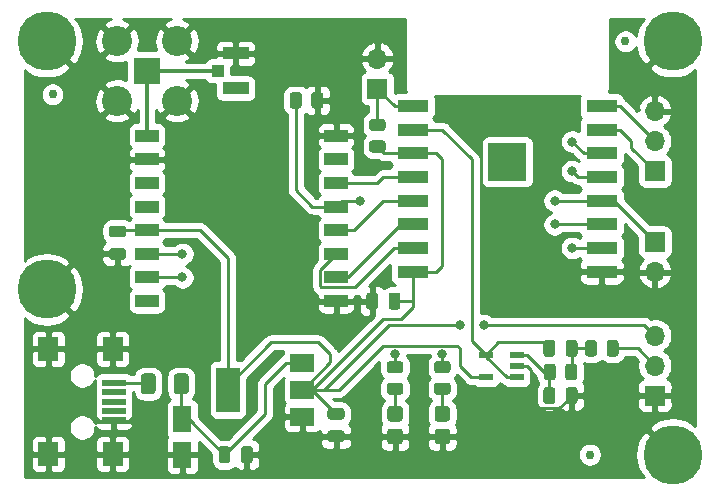
<source format=gbr>
%TF.GenerationSoftware,KiCad,Pcbnew,5.1.10-88a1d61d58~88~ubuntu20.04.1*%
%TF.CreationDate,2021-08-10T15:11:50-03:00*%
%TF.ProjectId,lora_end_device,6c6f7261-5f65-46e6-945f-646576696365,rev?*%
%TF.SameCoordinates,Original*%
%TF.FileFunction,Copper,L1,Top*%
%TF.FilePolarity,Positive*%
%FSLAX46Y46*%
G04 Gerber Fmt 4.6, Leading zero omitted, Abs format (unit mm)*
G04 Created by KiCad (PCBNEW 5.1.10-88a1d61d58~88~ubuntu20.04.1) date 2021-08-10 15:11:50*
%MOMM*%
%LPD*%
G01*
G04 APERTURE LIST*
%TA.AperFunction,SMDPad,CuDef*%
%ADD10R,2.000000X3.800000*%
%TD*%
%TA.AperFunction,SMDPad,CuDef*%
%ADD11R,2.000000X1.500000*%
%TD*%
%TA.AperFunction,SMDPad,CuDef*%
%ADD12C,0.750000*%
%TD*%
%TA.AperFunction,ComponentPad*%
%ADD13C,5.000000*%
%TD*%
%TA.AperFunction,ComponentPad*%
%ADD14O,1.700000X1.700000*%
%TD*%
%TA.AperFunction,ComponentPad*%
%ADD15R,1.700000X1.700000*%
%TD*%
%TA.AperFunction,SMDPad,CuDef*%
%ADD16R,1.600000X2.200000*%
%TD*%
%TA.AperFunction,SMDPad,CuDef*%
%ADD17R,2.000000X0.500000*%
%TD*%
%TA.AperFunction,SMDPad,CuDef*%
%ADD18R,1.700000X2.000000*%
%TD*%
%TA.AperFunction,SMDPad,CuDef*%
%ADD19R,1.050000X1.000000*%
%TD*%
%TA.AperFunction,SMDPad,CuDef*%
%ADD20R,2.200000X1.050000*%
%TD*%
%TA.AperFunction,ComponentPad*%
%ADD21R,2.250000X2.250000*%
%TD*%
%TA.AperFunction,ComponentPad*%
%ADD22C,2.550000*%
%TD*%
%TA.AperFunction,SMDPad,CuDef*%
%ADD23R,1.200000X0.550000*%
%TD*%
%TA.AperFunction,SMDPad,CuDef*%
%ADD24R,2.000000X1.000000*%
%TD*%
%TA.AperFunction,SMDPad,CuDef*%
%ADD25R,2.600000X1.100000*%
%TD*%
%TA.AperFunction,SMDPad,CuDef*%
%ADD26R,3.200000X3.200000*%
%TD*%
%TA.AperFunction,ViaPad*%
%ADD27C,0.800000*%
%TD*%
%TA.AperFunction,Conductor*%
%ADD28C,0.250000*%
%TD*%
%TA.AperFunction,Conductor*%
%ADD29C,0.300000*%
%TD*%
%TA.AperFunction,Conductor*%
%ADD30C,0.254000*%
%TD*%
%TA.AperFunction,Conductor*%
%ADD31C,0.100000*%
%TD*%
G04 APERTURE END LIST*
D10*
%TO.P,U3,2*%
%TO.N,+3V3*%
X76350000Y-90500000D03*
D11*
X82650000Y-90500000D03*
%TO.P,U3,3*%
%TO.N,Net-(C1-Pad1)*%
X82650000Y-88200000D03*
%TO.P,U3,1*%
%TO.N,GND*%
X82650000Y-92800000D03*
%TD*%
D12*
%TO.P,FID3,*%
%TO.N,*%
X107000000Y-96000000D03*
%TD*%
%TO.P,FID2,*%
%TO.N,*%
X110000000Y-61000000D03*
%TD*%
D13*
%TO.P,H4,1*%
%TO.N,GND*%
X114000000Y-96000000D03*
%TD*%
%TO.P,H3,1*%
%TO.N,GND*%
X114000000Y-61000000D03*
%TD*%
%TO.P,H2,1*%
%TO.N,GND*%
X61000000Y-61000000D03*
%TD*%
%TO.P,H1,1*%
%TO.N,GND*%
X61000000Y-82000000D03*
%TD*%
D12*
%TO.P,FID1,*%
%TO.N,*%
X61500000Y-65500000D03*
%TD*%
D14*
%TO.P,J7,3*%
%TO.N,+3V3*%
X112500000Y-85920000D03*
%TO.P,J7,2*%
%TO.N,Net-(J7-Pad2)*%
X112500000Y-88460000D03*
D15*
%TO.P,J7,1*%
%TO.N,GND*%
X112500000Y-91000000D03*
%TD*%
D16*
%TO.P,C1,1*%
%TO.N,Net-(C1-Pad1)*%
X72500000Y-93000000D03*
%TO.P,C1,2*%
%TO.N,GND*%
X72500000Y-96000000D03*
%TD*%
%TO.P,C2,1*%
%TO.N,/Analog0*%
%TA.AperFunction,SMDPad,CuDef*%
G36*
G01*
X103050000Y-87475000D02*
X103050000Y-86525000D01*
G75*
G02*
X103300000Y-86275000I250000J0D01*
G01*
X103800000Y-86275000D01*
G75*
G02*
X104050000Y-86525000I0J-250000D01*
G01*
X104050000Y-87475000D01*
G75*
G02*
X103800000Y-87725000I-250000J0D01*
G01*
X103300000Y-87725000D01*
G75*
G02*
X103050000Y-87475000I0J250000D01*
G01*
G37*
%TD.AperFunction*%
%TO.P,C2,2*%
%TO.N,Net-(C2-Pad2)*%
%TA.AperFunction,SMDPad,CuDef*%
G36*
G01*
X104950000Y-87475000D02*
X104950000Y-86525000D01*
G75*
G02*
X105200000Y-86275000I250000J0D01*
G01*
X105700000Y-86275000D01*
G75*
G02*
X105950000Y-86525000I0J-250000D01*
G01*
X105950000Y-87475000D01*
G75*
G02*
X105700000Y-87725000I-250000J0D01*
G01*
X105200000Y-87725000D01*
G75*
G02*
X104950000Y-87475000I0J250000D01*
G01*
G37*
%TD.AperFunction*%
%TD*%
%TO.P,C3,1*%
%TO.N,Net-(C3-Pad1)*%
%TA.AperFunction,SMDPad,CuDef*%
G36*
G01*
X103050000Y-91475000D02*
X103050000Y-90525000D01*
G75*
G02*
X103300000Y-90275000I250000J0D01*
G01*
X103800000Y-90275000D01*
G75*
G02*
X104050000Y-90525000I0J-250000D01*
G01*
X104050000Y-91475000D01*
G75*
G02*
X103800000Y-91725000I-250000J0D01*
G01*
X103300000Y-91725000D01*
G75*
G02*
X103050000Y-91475000I0J250000D01*
G01*
G37*
%TD.AperFunction*%
%TO.P,C3,2*%
%TO.N,GND*%
%TA.AperFunction,SMDPad,CuDef*%
G36*
G01*
X104950000Y-91475000D02*
X104950000Y-90525000D01*
G75*
G02*
X105200000Y-90275000I250000J0D01*
G01*
X105700000Y-90275000D01*
G75*
G02*
X105950000Y-90525000I0J-250000D01*
G01*
X105950000Y-91475000D01*
G75*
G02*
X105700000Y-91725000I-250000J0D01*
G01*
X105200000Y-91725000D01*
G75*
G02*
X104950000Y-91475000I0J250000D01*
G01*
G37*
%TD.AperFunction*%
%TD*%
%TO.P,C4,2*%
%TO.N,GND*%
%TA.AperFunction,SMDPad,CuDef*%
G36*
G01*
X77450000Y-96475000D02*
X77450000Y-95525000D01*
G75*
G02*
X77700000Y-95275000I250000J0D01*
G01*
X78200000Y-95275000D01*
G75*
G02*
X78450000Y-95525000I0J-250000D01*
G01*
X78450000Y-96475000D01*
G75*
G02*
X78200000Y-96725000I-250000J0D01*
G01*
X77700000Y-96725000D01*
G75*
G02*
X77450000Y-96475000I0J250000D01*
G01*
G37*
%TD.AperFunction*%
%TO.P,C4,1*%
%TO.N,Net-(C1-Pad1)*%
%TA.AperFunction,SMDPad,CuDef*%
G36*
G01*
X75550000Y-96475000D02*
X75550000Y-95525000D01*
G75*
G02*
X75800000Y-95275000I250000J0D01*
G01*
X76300000Y-95275000D01*
G75*
G02*
X76550000Y-95525000I0J-250000D01*
G01*
X76550000Y-96475000D01*
G75*
G02*
X76300000Y-96725000I-250000J0D01*
G01*
X75800000Y-96725000D01*
G75*
G02*
X75550000Y-96475000I0J250000D01*
G01*
G37*
%TD.AperFunction*%
%TD*%
%TO.P,C5,1*%
%TO.N,+3V3*%
%TA.AperFunction,SMDPad,CuDef*%
G36*
G01*
X85025000Y-92050000D02*
X85975000Y-92050000D01*
G75*
G02*
X86225000Y-92300000I0J-250000D01*
G01*
X86225000Y-92800000D01*
G75*
G02*
X85975000Y-93050000I-250000J0D01*
G01*
X85025000Y-93050000D01*
G75*
G02*
X84775000Y-92800000I0J250000D01*
G01*
X84775000Y-92300000D01*
G75*
G02*
X85025000Y-92050000I250000J0D01*
G01*
G37*
%TD.AperFunction*%
%TO.P,C5,2*%
%TO.N,GND*%
%TA.AperFunction,SMDPad,CuDef*%
G36*
G01*
X85025000Y-93950000D02*
X85975000Y-93950000D01*
G75*
G02*
X86225000Y-94200000I0J-250000D01*
G01*
X86225000Y-94700000D01*
G75*
G02*
X85975000Y-94950000I-250000J0D01*
G01*
X85025000Y-94950000D01*
G75*
G02*
X84775000Y-94700000I0J250000D01*
G01*
X84775000Y-94200000D01*
G75*
G02*
X85025000Y-93950000I250000J0D01*
G01*
G37*
%TD.AperFunction*%
%TD*%
%TO.P,C6,2*%
%TO.N,GND*%
%TA.AperFunction,SMDPad,CuDef*%
G36*
G01*
X66525000Y-78500000D02*
X67475000Y-78500000D01*
G75*
G02*
X67725000Y-78750000I0J-250000D01*
G01*
X67725000Y-79250000D01*
G75*
G02*
X67475000Y-79500000I-250000J0D01*
G01*
X66525000Y-79500000D01*
G75*
G02*
X66275000Y-79250000I0J250000D01*
G01*
X66275000Y-78750000D01*
G75*
G02*
X66525000Y-78500000I250000J0D01*
G01*
G37*
%TD.AperFunction*%
%TO.P,C6,1*%
%TO.N,+3V3*%
%TA.AperFunction,SMDPad,CuDef*%
G36*
G01*
X66525000Y-76600000D02*
X67475000Y-76600000D01*
G75*
G02*
X67725000Y-76850000I0J-250000D01*
G01*
X67725000Y-77350000D01*
G75*
G02*
X67475000Y-77600000I-250000J0D01*
G01*
X66525000Y-77600000D01*
G75*
G02*
X66275000Y-77350000I0J250000D01*
G01*
X66275000Y-76850000D01*
G75*
G02*
X66525000Y-76600000I250000J0D01*
G01*
G37*
%TD.AperFunction*%
%TD*%
%TO.P,C7,2*%
%TO.N,GND*%
%TA.AperFunction,SMDPad,CuDef*%
G36*
G01*
X89050000Y-82525000D02*
X89050000Y-83475000D01*
G75*
G02*
X88800000Y-83725000I-250000J0D01*
G01*
X88300000Y-83725000D01*
G75*
G02*
X88050000Y-83475000I0J250000D01*
G01*
X88050000Y-82525000D01*
G75*
G02*
X88300000Y-82275000I250000J0D01*
G01*
X88800000Y-82275000D01*
G75*
G02*
X89050000Y-82525000I0J-250000D01*
G01*
G37*
%TD.AperFunction*%
%TO.P,C7,1*%
%TO.N,+3V3*%
%TA.AperFunction,SMDPad,CuDef*%
G36*
G01*
X90950000Y-82525000D02*
X90950000Y-83475000D01*
G75*
G02*
X90700000Y-83725000I-250000J0D01*
G01*
X90200000Y-83725000D01*
G75*
G02*
X89950000Y-83475000I0J250000D01*
G01*
X89950000Y-82525000D01*
G75*
G02*
X90200000Y-82275000I250000J0D01*
G01*
X90700000Y-82275000D01*
G75*
G02*
X90950000Y-82525000I0J-250000D01*
G01*
G37*
%TD.AperFunction*%
%TD*%
%TO.P,D1,1*%
%TO.N,Net-(C1-Pad1)*%
%TA.AperFunction,SMDPad,CuDef*%
G36*
G01*
X73025000Y-89375000D02*
X73025000Y-90625000D01*
G75*
G02*
X72775000Y-90875000I-250000J0D01*
G01*
X72025000Y-90875000D01*
G75*
G02*
X71775000Y-90625000I0J250000D01*
G01*
X71775000Y-89375000D01*
G75*
G02*
X72025000Y-89125000I250000J0D01*
G01*
X72775000Y-89125000D01*
G75*
G02*
X73025000Y-89375000I0J-250000D01*
G01*
G37*
%TD.AperFunction*%
%TO.P,D1,2*%
%TO.N,Net-(D1-Pad2)*%
%TA.AperFunction,SMDPad,CuDef*%
G36*
G01*
X70225000Y-89375000D02*
X70225000Y-90625000D01*
G75*
G02*
X69975000Y-90875000I-250000J0D01*
G01*
X69225000Y-90875000D01*
G75*
G02*
X68975000Y-90625000I0J250000D01*
G01*
X68975000Y-89375000D01*
G75*
G02*
X69225000Y-89125000I250000J0D01*
G01*
X69975000Y-89125000D01*
G75*
G02*
X70225000Y-89375000I0J-250000D01*
G01*
G37*
%TD.AperFunction*%
%TD*%
%TO.P,D2,1*%
%TO.N,GND*%
%TA.AperFunction,SMDPad,CuDef*%
G36*
G01*
X94900000Y-95125000D02*
X94100000Y-95125000D01*
G75*
G02*
X93850000Y-94875000I0J250000D01*
G01*
X93850000Y-94050000D01*
G75*
G02*
X94100000Y-93800000I250000J0D01*
G01*
X94900000Y-93800000D01*
G75*
G02*
X95150000Y-94050000I0J-250000D01*
G01*
X95150000Y-94875000D01*
G75*
G02*
X94900000Y-95125000I-250000J0D01*
G01*
G37*
%TD.AperFunction*%
%TO.P,D2,2*%
%TO.N,Net-(D2-Pad2)*%
%TA.AperFunction,SMDPad,CuDef*%
G36*
G01*
X94900000Y-93200000D02*
X94100000Y-93200000D01*
G75*
G02*
X93850000Y-92950000I0J250000D01*
G01*
X93850000Y-92125000D01*
G75*
G02*
X94100000Y-91875000I250000J0D01*
G01*
X94900000Y-91875000D01*
G75*
G02*
X95150000Y-92125000I0J-250000D01*
G01*
X95150000Y-92950000D01*
G75*
G02*
X94900000Y-93200000I-250000J0D01*
G01*
G37*
%TD.AperFunction*%
%TD*%
%TO.P,D3,2*%
%TO.N,Net-(D3-Pad2)*%
%TA.AperFunction,SMDPad,CuDef*%
G36*
G01*
X90900000Y-93200000D02*
X90100000Y-93200000D01*
G75*
G02*
X89850000Y-92950000I0J250000D01*
G01*
X89850000Y-92125000D01*
G75*
G02*
X90100000Y-91875000I250000J0D01*
G01*
X90900000Y-91875000D01*
G75*
G02*
X91150000Y-92125000I0J-250000D01*
G01*
X91150000Y-92950000D01*
G75*
G02*
X90900000Y-93200000I-250000J0D01*
G01*
G37*
%TD.AperFunction*%
%TO.P,D3,1*%
%TO.N,GND*%
%TA.AperFunction,SMDPad,CuDef*%
G36*
G01*
X90900000Y-95125000D02*
X90100000Y-95125000D01*
G75*
G02*
X89850000Y-94875000I0J250000D01*
G01*
X89850000Y-94050000D01*
G75*
G02*
X90100000Y-93800000I250000J0D01*
G01*
X90900000Y-93800000D01*
G75*
G02*
X91150000Y-94050000I0J-250000D01*
G01*
X91150000Y-94875000D01*
G75*
G02*
X90900000Y-95125000I-250000J0D01*
G01*
G37*
%TD.AperFunction*%
%TD*%
D17*
%TO.P,J1,1*%
%TO.N,Net-(D1-Pad2)*%
X66700000Y-89900000D03*
%TO.P,J1,2*%
%TO.N,Net-(J1-Pad2)*%
X66700000Y-90700000D03*
%TO.P,J1,3*%
%TO.N,Net-(J1-Pad3)*%
X66700000Y-91500000D03*
%TO.P,J1,4*%
%TO.N,Net-(J1-Pad4)*%
X66700000Y-92300000D03*
%TO.P,J1,5*%
%TO.N,GND*%
X66700000Y-93100000D03*
D18*
%TO.P,J1,6*%
X66600000Y-87050000D03*
X61150000Y-87050000D03*
X66600000Y-95950000D03*
X61150000Y-95950000D03*
%TD*%
D19*
%TO.P,J2,2*%
%TO.N,Net-(J2-Pad2)*%
X75475000Y-63500000D03*
D20*
%TO.P,J2,1*%
%TO.N,GND*%
X77000000Y-62025000D03*
%TO.P,J2,3*%
%TO.N,N/C*%
X77000000Y-64975000D03*
%TD*%
D21*
%TO.P,J3,1*%
%TO.N,Net-(J2-Pad2)*%
X69500000Y-63500000D03*
D22*
%TO.P,J3,2*%
%TO.N,GND*%
X72040000Y-66040000D03*
%TO.P,J3,3*%
X66960000Y-66040000D03*
%TO.P,J3,4*%
X66960000Y-60960000D03*
%TO.P,J3,5*%
X72040000Y-60960000D03*
%TD*%
D15*
%TO.P,J4,1*%
%TO.N,Net-(J4-Pad1)*%
X112500000Y-72000000D03*
D14*
%TO.P,J4,2*%
%TO.N,Net-(J4-Pad2)*%
X112500000Y-69460000D03*
%TO.P,J4,3*%
%TO.N,GND*%
X112500000Y-66920000D03*
%TD*%
%TO.P,J5,2*%
%TO.N,GND*%
X89000000Y-62460000D03*
D15*
%TO.P,J5,1*%
%TO.N,Net-(J5-Pad1)*%
X89000000Y-65000000D03*
%TD*%
%TO.P,J6,1*%
%TO.N,Net-(J6-Pad1)*%
X112500000Y-78000000D03*
D14*
%TO.P,J6,2*%
%TO.N,GND*%
X112500000Y-80540000D03*
%TD*%
%TO.P,R1,1*%
%TO.N,Net-(C2-Pad2)*%
%TA.AperFunction,SMDPad,CuDef*%
G36*
G01*
X106575000Y-87450001D02*
X106575000Y-86549999D01*
G75*
G02*
X106824999Y-86300000I249999J0D01*
G01*
X107350001Y-86300000D01*
G75*
G02*
X107600000Y-86549999I0J-249999D01*
G01*
X107600000Y-87450001D01*
G75*
G02*
X107350001Y-87700000I-249999J0D01*
G01*
X106824999Y-87700000D01*
G75*
G02*
X106575000Y-87450001I0J249999D01*
G01*
G37*
%TD.AperFunction*%
%TO.P,R1,2*%
%TO.N,Net-(J7-Pad2)*%
%TA.AperFunction,SMDPad,CuDef*%
G36*
G01*
X108400000Y-87450001D02*
X108400000Y-86549999D01*
G75*
G02*
X108649999Y-86300000I249999J0D01*
G01*
X109175001Y-86300000D01*
G75*
G02*
X109425000Y-86549999I0J-249999D01*
G01*
X109425000Y-87450001D01*
G75*
G02*
X109175001Y-87700000I-249999J0D01*
G01*
X108649999Y-87700000D01*
G75*
G02*
X108400000Y-87450001I0J249999D01*
G01*
G37*
%TD.AperFunction*%
%TD*%
%TO.P,R2,2*%
%TO.N,Net-(C2-Pad2)*%
%TA.AperFunction,SMDPad,CuDef*%
G36*
G01*
X104900000Y-89450001D02*
X104900000Y-88549999D01*
G75*
G02*
X105149999Y-88300000I249999J0D01*
G01*
X105675001Y-88300000D01*
G75*
G02*
X105925000Y-88549999I0J-249999D01*
G01*
X105925000Y-89450001D01*
G75*
G02*
X105675001Y-89700000I-249999J0D01*
G01*
X105149999Y-89700000D01*
G75*
G02*
X104900000Y-89450001I0J249999D01*
G01*
G37*
%TD.AperFunction*%
%TO.P,R2,1*%
%TO.N,Net-(C3-Pad1)*%
%TA.AperFunction,SMDPad,CuDef*%
G36*
G01*
X103075000Y-89450001D02*
X103075000Y-88549999D01*
G75*
G02*
X103324999Y-88300000I249999J0D01*
G01*
X103850001Y-88300000D01*
G75*
G02*
X104100000Y-88549999I0J-249999D01*
G01*
X104100000Y-89450001D01*
G75*
G02*
X103850001Y-89700000I-249999J0D01*
G01*
X103324999Y-89700000D01*
G75*
G02*
X103075000Y-89450001I0J249999D01*
G01*
G37*
%TD.AperFunction*%
%TD*%
%TO.P,R3,2*%
%TO.N,GND*%
%TA.AperFunction,SMDPad,CuDef*%
G36*
G01*
X83400000Y-66450001D02*
X83400000Y-65549999D01*
G75*
G02*
X83649999Y-65300000I249999J0D01*
G01*
X84175001Y-65300000D01*
G75*
G02*
X84425000Y-65549999I0J-249999D01*
G01*
X84425000Y-66450001D01*
G75*
G02*
X84175001Y-66700000I-249999J0D01*
G01*
X83649999Y-66700000D01*
G75*
G02*
X83400000Y-66450001I0J249999D01*
G01*
G37*
%TD.AperFunction*%
%TO.P,R3,1*%
%TO.N,Net-(R3-Pad1)*%
%TA.AperFunction,SMDPad,CuDef*%
G36*
G01*
X81575000Y-66450001D02*
X81575000Y-65549999D01*
G75*
G02*
X81824999Y-65300000I249999J0D01*
G01*
X82350001Y-65300000D01*
G75*
G02*
X82600000Y-65549999I0J-249999D01*
G01*
X82600000Y-66450001D01*
G75*
G02*
X82350001Y-66700000I-249999J0D01*
G01*
X81824999Y-66700000D01*
G75*
G02*
X81575000Y-66450001I0J249999D01*
G01*
G37*
%TD.AperFunction*%
%TD*%
%TO.P,R4,1*%
%TO.N,Net-(R4-Pad1)*%
%TA.AperFunction,SMDPad,CuDef*%
G36*
G01*
X94049999Y-88075000D02*
X94950001Y-88075000D01*
G75*
G02*
X95200000Y-88324999I0J-249999D01*
G01*
X95200000Y-88850001D01*
G75*
G02*
X94950001Y-89100000I-249999J0D01*
G01*
X94049999Y-89100000D01*
G75*
G02*
X93800000Y-88850001I0J249999D01*
G01*
X93800000Y-88324999D01*
G75*
G02*
X94049999Y-88075000I249999J0D01*
G01*
G37*
%TD.AperFunction*%
%TO.P,R4,2*%
%TO.N,Net-(D2-Pad2)*%
%TA.AperFunction,SMDPad,CuDef*%
G36*
G01*
X94049999Y-89900000D02*
X94950001Y-89900000D01*
G75*
G02*
X95200000Y-90149999I0J-249999D01*
G01*
X95200000Y-90675001D01*
G75*
G02*
X94950001Y-90925000I-249999J0D01*
G01*
X94049999Y-90925000D01*
G75*
G02*
X93800000Y-90675001I0J249999D01*
G01*
X93800000Y-90149999D01*
G75*
G02*
X94049999Y-89900000I249999J0D01*
G01*
G37*
%TD.AperFunction*%
%TD*%
%TO.P,R5,2*%
%TO.N,Net-(D3-Pad2)*%
%TA.AperFunction,SMDPad,CuDef*%
G36*
G01*
X90049999Y-89900000D02*
X90950001Y-89900000D01*
G75*
G02*
X91200000Y-90149999I0J-249999D01*
G01*
X91200000Y-90675001D01*
G75*
G02*
X90950001Y-90925000I-249999J0D01*
G01*
X90049999Y-90925000D01*
G75*
G02*
X89800000Y-90675001I0J249999D01*
G01*
X89800000Y-90149999D01*
G75*
G02*
X90049999Y-89900000I249999J0D01*
G01*
G37*
%TD.AperFunction*%
%TO.P,R5,1*%
%TO.N,Net-(J6-Pad1)*%
%TA.AperFunction,SMDPad,CuDef*%
G36*
G01*
X90049999Y-88075000D02*
X90950001Y-88075000D01*
G75*
G02*
X91200000Y-88324999I0J-249999D01*
G01*
X91200000Y-88850001D01*
G75*
G02*
X90950001Y-89100000I-249999J0D01*
G01*
X90049999Y-89100000D01*
G75*
G02*
X89800000Y-88850001I0J249999D01*
G01*
X89800000Y-88324999D01*
G75*
G02*
X90049999Y-88075000I249999J0D01*
G01*
G37*
%TD.AperFunction*%
%TD*%
%TO.P,R6,1*%
%TO.N,+3V3*%
%TA.AperFunction,SMDPad,CuDef*%
G36*
G01*
X89450001Y-70425000D02*
X88549999Y-70425000D01*
G75*
G02*
X88300000Y-70175001I0J249999D01*
G01*
X88300000Y-69649999D01*
G75*
G02*
X88549999Y-69400000I249999J0D01*
G01*
X89450001Y-69400000D01*
G75*
G02*
X89700000Y-69649999I0J-249999D01*
G01*
X89700000Y-70175001D01*
G75*
G02*
X89450001Y-70425000I-249999J0D01*
G01*
G37*
%TD.AperFunction*%
%TO.P,R6,2*%
%TO.N,Net-(J5-Pad1)*%
%TA.AperFunction,SMDPad,CuDef*%
G36*
G01*
X89450001Y-68600000D02*
X88549999Y-68600000D01*
G75*
G02*
X88300000Y-68350001I0J249999D01*
G01*
X88300000Y-67824999D01*
G75*
G02*
X88549999Y-67575000I249999J0D01*
G01*
X89450001Y-67575000D01*
G75*
G02*
X89700000Y-67824999I0J-249999D01*
G01*
X89700000Y-68350001D01*
G75*
G02*
X89450001Y-68600000I-249999J0D01*
G01*
G37*
%TD.AperFunction*%
%TD*%
D23*
%TO.P,U2,1*%
%TO.N,/Analog0*%
X100800100Y-89450000D03*
%TO.P,U2,2*%
%TO.N,GND*%
X100800100Y-88500000D03*
%TO.P,U2,3*%
%TO.N,Net-(C3-Pad1)*%
X100800100Y-87550000D03*
%TO.P,U2,4*%
%TO.N,/Analog0*%
X98199900Y-87550000D03*
%TO.P,U2,5*%
%TO.N,+3V3*%
X98199900Y-89450000D03*
%TD*%
D24*
%TO.P,U4,1*%
%TO.N,GND*%
X85500000Y-83000000D03*
%TO.P,U4,2*%
%TO.N,Net-(U4-Pad2)*%
X85500000Y-81000000D03*
%TO.P,U4,3*%
%TO.N,Net-(U4-Pad3)*%
X85500000Y-79000000D03*
%TO.P,U4,4*%
%TO.N,Net-(U4-Pad4)*%
X85500000Y-77000000D03*
%TO.P,U4,5*%
%TO.N,Net-(R3-Pad1)*%
X85500000Y-75000000D03*
%TO.P,U4,6*%
%TO.N,Net-(U4-Pad6)*%
X85500000Y-73000000D03*
%TO.P,U4,7*%
%TO.N,Net-(U4-Pad7)*%
X85500000Y-71000000D03*
%TO.P,U4,8*%
%TO.N,GND*%
X85500000Y-69000000D03*
%TO.P,U4,9*%
%TO.N,Net-(J2-Pad2)*%
X69500000Y-69000000D03*
%TO.P,U4,10*%
%TO.N,GND*%
X69500000Y-71000000D03*
%TO.P,U4,11*%
%TO.N,Net-(U4-Pad11)*%
X69500000Y-73000000D03*
%TO.P,U4,12*%
%TO.N,Net-(U4-Pad12)*%
X69500000Y-75000000D03*
%TO.P,U4,13*%
%TO.N,+3V3*%
X69500000Y-77000000D03*
%TO.P,U4,14*%
%TO.N,Net-(U4-Pad14)*%
X69500000Y-79000000D03*
%TO.P,U4,15*%
%TO.N,Net-(U4-Pad15)*%
X69500000Y-81000000D03*
%TO.P,U4,16*%
%TO.N,Net-(U4-Pad16)*%
X69500000Y-83000000D03*
%TD*%
D25*
%TO.P,U5,1*%
%TO.N,Net-(J5-Pad1)*%
X92000000Y-66500000D03*
%TO.P,U5,2*%
%TO.N,/Analog0*%
X92000000Y-68500000D03*
%TO.P,U5,3*%
%TO.N,+3V3*%
X92000000Y-70500000D03*
%TO.P,U5,4*%
%TO.N,Net-(U4-Pad6)*%
X92000000Y-72500000D03*
%TO.P,U5,5*%
%TO.N,Net-(U4-Pad4)*%
X92000000Y-74500000D03*
%TO.P,U5,6*%
%TO.N,Net-(U4-Pad2)*%
X92000000Y-76500000D03*
%TO.P,U5,7*%
%TO.N,Net-(U4-Pad3)*%
X92000000Y-78500000D03*
%TO.P,U5,8*%
%TO.N,+3V3*%
X92000000Y-80500000D03*
%TO.P,U5,9*%
%TO.N,GND*%
X108000000Y-80500000D03*
%TO.P,U5,10*%
%TO.N,Net-(R3-Pad1)*%
X108000000Y-78500000D03*
%TO.P,U5,11*%
%TO.N,Net-(R4-Pad1)*%
X108000000Y-76500000D03*
%TO.P,U5,12*%
%TO.N,Net-(J6-Pad1)*%
X108000000Y-74500000D03*
%TO.P,U5,13*%
%TO.N,Net-(U4-Pad15)*%
X108000000Y-72500000D03*
%TO.P,U5,14*%
%TO.N,Net-(U4-Pad14)*%
X108000000Y-70500000D03*
%TO.P,U5,15*%
%TO.N,Net-(J4-Pad1)*%
X108000000Y-68500000D03*
%TO.P,U5,16*%
%TO.N,Net-(J4-Pad2)*%
X108000000Y-66500000D03*
D26*
%TO.P,U5,P$1*%
%TO.N,N/C*%
X100000000Y-71200000D03*
%TD*%
D27*
%TO.N,+3V3*%
X98000000Y-85000000D03*
X96000000Y-85000000D03*
%TO.N,Net-(J6-Pad1)*%
X104000000Y-74500000D03*
X90500000Y-87500000D03*
%TO.N,Net-(R3-Pad1)*%
X105500000Y-78500000D03*
X87500000Y-74500000D03*
%TO.N,Net-(R4-Pad1)*%
X104000000Y-76500000D03*
X94500000Y-87500000D03*
%TO.N,Net-(U4-Pad14)*%
X105500000Y-69500000D03*
X72500000Y-79000000D03*
%TO.N,Net-(U4-Pad15)*%
X105500000Y-72000000D03*
X72500000Y-81000000D03*
%TD*%
D28*
%TO.N,Net-(C1-Pad1)*%
X72400000Y-92900000D02*
X72500000Y-93000000D01*
X72400000Y-90000000D02*
X72400000Y-92900000D01*
X73050000Y-93000000D02*
X76050000Y-96000000D01*
X72500000Y-93000000D02*
X73050000Y-93000000D01*
X76050000Y-96000000D02*
X79500000Y-92550000D01*
X79500000Y-92550000D02*
X79500000Y-90000000D01*
X81300000Y-88200000D02*
X82650000Y-88200000D01*
X79500000Y-90000000D02*
X81300000Y-88200000D01*
%TO.N,GND*%
X66700000Y-95850000D02*
X66600000Y-95950000D01*
X66700000Y-93100000D02*
X66700000Y-95850000D01*
X101650100Y-88500000D02*
X102000000Y-88849900D01*
X100800100Y-88500000D02*
X101650100Y-88500000D01*
X102000000Y-88849900D02*
X102000000Y-92000000D01*
X104399990Y-92050010D02*
X105450000Y-91000000D01*
X102050010Y-92050010D02*
X104399990Y-92050010D01*
X102000000Y-92000000D02*
X102050010Y-92050010D01*
%TO.N,/Analog0*%
X99249900Y-86500000D02*
X98199900Y-87550000D01*
X98199900Y-87550000D02*
X98199900Y-87699900D01*
X99950000Y-89450000D02*
X100800100Y-89450000D01*
X98199900Y-87699900D02*
X99950000Y-89450000D01*
X103050000Y-86500000D02*
X103550000Y-87000000D01*
X99249900Y-86500000D02*
X103050000Y-86500000D01*
X92000000Y-68500000D02*
X94500000Y-68500000D01*
X94500000Y-68500000D02*
X97000000Y-71000000D01*
X97000000Y-86350100D02*
X98199900Y-87550000D01*
X97000000Y-71000000D02*
X97000000Y-86350100D01*
%TO.N,Net-(C2-Pad2)*%
X107087500Y-87000000D02*
X105450000Y-87000000D01*
X105450000Y-88962500D02*
X105412500Y-89000000D01*
X105450000Y-87000000D02*
X105450000Y-88962500D01*
%TO.N,Net-(C3-Pad1)*%
X103100100Y-89000000D02*
X103587500Y-89000000D01*
X101650100Y-87550000D02*
X103100100Y-89000000D01*
X100800100Y-87550000D02*
X101650100Y-87550000D01*
X103550000Y-89037500D02*
X103587500Y-89000000D01*
X103550000Y-91000000D02*
X103550000Y-89037500D01*
%TO.N,+3V3*%
X84000000Y-90500000D02*
X82650000Y-90500000D01*
X67100000Y-77000000D02*
X67000000Y-77100000D01*
X69500000Y-77000000D02*
X67100000Y-77000000D01*
X98199900Y-89450000D02*
X96950000Y-89450000D01*
X96950000Y-89450000D02*
X96000000Y-88500000D01*
X89587500Y-70500000D02*
X89000000Y-69912500D01*
X92000000Y-70500000D02*
X89587500Y-70500000D01*
X92000000Y-70500000D02*
X94000000Y-70500000D01*
X94000000Y-70500000D02*
X94500000Y-71000000D01*
X76350000Y-90500000D02*
X76350000Y-79350000D01*
X74000000Y-77000000D02*
X69500000Y-77000000D01*
X76350000Y-79350000D02*
X74000000Y-77000000D01*
X112500000Y-85920000D02*
X111580000Y-85000000D01*
X111580000Y-85000000D02*
X98000000Y-85000000D01*
X82650000Y-90500000D02*
X83000000Y-90500000D01*
X83150000Y-90000000D02*
X82650000Y-90500000D01*
X90450000Y-83000000D02*
X92000000Y-83000000D01*
X92000000Y-80500000D02*
X92000000Y-83000000D01*
X92000000Y-80500000D02*
X94000000Y-80500000D01*
X94500000Y-80000000D02*
X94500000Y-71000000D01*
X94000000Y-80500000D02*
X94500000Y-80000000D01*
X83500000Y-90500000D02*
X82650000Y-90500000D01*
X89500000Y-84500000D02*
X83500000Y-90500000D01*
X91000000Y-84500000D02*
X89500000Y-84500000D01*
X92000000Y-83500000D02*
X91000000Y-84500000D01*
X92000000Y-83000000D02*
X92000000Y-83500000D01*
X82650000Y-90500000D02*
X85000000Y-90500000D01*
X95774999Y-86774999D02*
X96000000Y-87000000D01*
X85774999Y-90500000D02*
X89500000Y-86774999D01*
X96000000Y-88500000D02*
X96000000Y-87000000D01*
X83450000Y-90500000D02*
X85500000Y-92550000D01*
X82650000Y-90500000D02*
X83450000Y-90500000D01*
X95774999Y-86774999D02*
X89500000Y-86774999D01*
X85774999Y-90500000D02*
X85000000Y-90500000D01*
X98000000Y-85000000D02*
X98000000Y-85000000D01*
X96000000Y-85000000D02*
X90000000Y-85000000D01*
X84500000Y-90500000D02*
X82650000Y-90500000D01*
X90000000Y-85000000D02*
X84500000Y-90500000D01*
X76350000Y-90500000D02*
X76350000Y-90150000D01*
X76350000Y-90150000D02*
X80000000Y-86500000D01*
X80000000Y-86500000D02*
X84000000Y-86500000D01*
X84000000Y-86500000D02*
X85000000Y-87500000D01*
X82685002Y-90500000D02*
X82650000Y-90500000D01*
X85000000Y-88185002D02*
X82685002Y-90500000D01*
X85000000Y-87500000D02*
X85000000Y-88185002D01*
%TO.N,Net-(D1-Pad2)*%
X69500000Y-89900000D02*
X69600000Y-90000000D01*
X66700000Y-89900000D02*
X69500000Y-89900000D01*
%TO.N,Net-(D2-Pad2)*%
X94500000Y-90412500D02*
X94500000Y-92537500D01*
%TO.N,Net-(D3-Pad2)*%
X90500000Y-90412500D02*
X90500000Y-92537500D01*
D29*
%TO.N,Net-(J2-Pad2)*%
X75475000Y-63500000D02*
X69500000Y-63500000D01*
X69500000Y-63500000D02*
X69500000Y-69000000D01*
D28*
%TO.N,Net-(J4-Pad1)*%
X109550000Y-68500000D02*
X110500000Y-69450000D01*
X108000000Y-68500000D02*
X109550000Y-68500000D01*
X110500000Y-70000000D02*
X112500000Y-72000000D01*
X110500000Y-69450000D02*
X110500000Y-70000000D01*
%TO.N,Net-(J4-Pad2)*%
X109540000Y-66500000D02*
X112500000Y-69460000D01*
X108000000Y-66500000D02*
X109540000Y-66500000D01*
%TO.N,Net-(J5-Pad1)*%
X89000000Y-68087500D02*
X89000000Y-65000000D01*
X90500000Y-66500000D02*
X89000000Y-65000000D01*
X92000000Y-66500000D02*
X90500000Y-66500000D01*
%TO.N,Net-(J6-Pad1)*%
X109000000Y-74500000D02*
X112500000Y-78000000D01*
X108000000Y-74500000D02*
X109000000Y-74500000D01*
X108000000Y-74500000D02*
X105500000Y-74500000D01*
X105500000Y-74500000D02*
X104000000Y-74500000D01*
X90500000Y-88587500D02*
X90500000Y-87500000D01*
%TO.N,Net-(R3-Pad1)*%
X82087500Y-66000000D02*
X82087500Y-73587500D01*
X83500000Y-75000000D02*
X85500000Y-75000000D01*
X82087500Y-73587500D02*
X83500000Y-75000000D01*
X108000000Y-78500000D02*
X105500000Y-78500000D01*
X86000000Y-74500000D02*
X85500000Y-75000000D01*
X87500000Y-74500000D02*
X86000000Y-74500000D01*
%TO.N,Net-(R4-Pad1)*%
X108000000Y-76500000D02*
X105500000Y-76500000D01*
X105500000Y-76500000D02*
X104000000Y-76500000D01*
X94500000Y-88587500D02*
X94500000Y-87500000D01*
%TO.N,Net-(U4-Pad2)*%
X85500000Y-81000000D02*
X86500000Y-81000000D01*
X91000000Y-76500000D02*
X92000000Y-76500000D01*
X86500000Y-81000000D02*
X91000000Y-76500000D01*
%TO.N,Net-(U4-Pad3)*%
X90450000Y-78500000D02*
X92000000Y-78500000D01*
X87124999Y-81825001D02*
X90450000Y-78500000D01*
X84174999Y-81760001D02*
X84239999Y-81825001D01*
X84239999Y-81825001D02*
X87124999Y-81825001D01*
X84174999Y-80325001D02*
X84174999Y-81760001D01*
X85500000Y-79000000D02*
X84174999Y-80325001D01*
%TO.N,Net-(U4-Pad4)*%
X85500000Y-77000000D02*
X87000000Y-77000000D01*
X89500000Y-74500000D02*
X92000000Y-74500000D01*
X87000000Y-77000000D02*
X89500000Y-74500000D01*
%TO.N,Net-(U4-Pad6)*%
X85500000Y-73000000D02*
X89000000Y-73000000D01*
X89500000Y-72500000D02*
X92000000Y-72500000D01*
X89000000Y-73000000D02*
X89500000Y-72500000D01*
%TO.N,Net-(U4-Pad14)*%
X108000000Y-70500000D02*
X106500000Y-70500000D01*
X106500000Y-70500000D02*
X105500000Y-69500000D01*
X72500000Y-79000000D02*
X69500000Y-79000000D01*
%TO.N,Net-(U4-Pad15)*%
X108000000Y-72500000D02*
X106000000Y-72500000D01*
X106000000Y-72500000D02*
X105500000Y-72000000D01*
X72500000Y-81000000D02*
X69500000Y-81000000D01*
%TO.N,Net-(J7-Pad2)*%
X112500000Y-88460000D02*
X111040000Y-87000000D01*
X111040000Y-87000000D02*
X108912500Y-87000000D01*
%TD*%
D30*
%TO.N,GND*%
X66178022Y-59207287D02*
X65937116Y-59336055D01*
X65808190Y-59628585D01*
X66960000Y-60780395D01*
X68111810Y-59628585D01*
X67982884Y-59336055D01*
X67646414Y-59167704D01*
X67497940Y-59127000D01*
X71499105Y-59127000D01*
X71258022Y-59207287D01*
X71017116Y-59336055D01*
X70888190Y-59628585D01*
X72040000Y-60780395D01*
X73191810Y-59628585D01*
X73062884Y-59336055D01*
X72726414Y-59167704D01*
X72577940Y-59127000D01*
X91340000Y-59127000D01*
X91340001Y-64967571D01*
X91336807Y-65000000D01*
X91349550Y-65129383D01*
X91387290Y-65253793D01*
X91418364Y-65311928D01*
X90700000Y-65311928D01*
X90575518Y-65324188D01*
X90488072Y-65350714D01*
X90488072Y-64150000D01*
X90475812Y-64025518D01*
X90439502Y-63905820D01*
X90380537Y-63795506D01*
X90301185Y-63698815D01*
X90204494Y-63619463D01*
X90094180Y-63560498D01*
X90013534Y-63536034D01*
X90097588Y-63460269D01*
X90271641Y-63226920D01*
X90396825Y-62964099D01*
X90441476Y-62816890D01*
X90320155Y-62587000D01*
X89127000Y-62587000D01*
X89127000Y-62607000D01*
X88873000Y-62607000D01*
X88873000Y-62587000D01*
X87679845Y-62587000D01*
X87558524Y-62816890D01*
X87603175Y-62964099D01*
X87728359Y-63226920D01*
X87902412Y-63460269D01*
X87986466Y-63536034D01*
X87905820Y-63560498D01*
X87795506Y-63619463D01*
X87698815Y-63698815D01*
X87619463Y-63795506D01*
X87560498Y-63905820D01*
X87524188Y-64025518D01*
X87511928Y-64150000D01*
X87511928Y-65850000D01*
X87524188Y-65974482D01*
X87560498Y-66094180D01*
X87619463Y-66204494D01*
X87698815Y-66301185D01*
X87795506Y-66380537D01*
X87905820Y-66439502D01*
X88025518Y-66475812D01*
X88150000Y-66488072D01*
X88240001Y-66488072D01*
X88240000Y-66995473D01*
X88210149Y-67004528D01*
X88056613Y-67086595D01*
X87922038Y-67197038D01*
X87811595Y-67331613D01*
X87729528Y-67485149D01*
X87678992Y-67651745D01*
X87661928Y-67824999D01*
X87661928Y-68350001D01*
X87678992Y-68523255D01*
X87729528Y-68689851D01*
X87811595Y-68843387D01*
X87922038Y-68977962D01*
X87948891Y-69000000D01*
X87922038Y-69022038D01*
X87811595Y-69156613D01*
X87729528Y-69310149D01*
X87678992Y-69476745D01*
X87661928Y-69649999D01*
X87661928Y-70175001D01*
X87678992Y-70348255D01*
X87729528Y-70514851D01*
X87811595Y-70668387D01*
X87922038Y-70802962D01*
X88056613Y-70913405D01*
X88210149Y-70995472D01*
X88376745Y-71046008D01*
X88549999Y-71063072D01*
X89075611Y-71063072D01*
X89076492Y-71063795D01*
X89076496Y-71063799D01*
X89147185Y-71121811D01*
X89163224Y-71134974D01*
X89295253Y-71205546D01*
X89438514Y-71249003D01*
X89550167Y-71260000D01*
X89550176Y-71260000D01*
X89587499Y-71263676D01*
X89624822Y-71260000D01*
X90100130Y-71260000D01*
X90110498Y-71294180D01*
X90169463Y-71404494D01*
X90247842Y-71500000D01*
X90169463Y-71595506D01*
X90110498Y-71705820D01*
X90100130Y-71740000D01*
X89537325Y-71740000D01*
X89500000Y-71736324D01*
X89462675Y-71740000D01*
X89462667Y-71740000D01*
X89351014Y-71750997D01*
X89207753Y-71794454D01*
X89075724Y-71865026D01*
X88959999Y-71959999D01*
X88936196Y-71989003D01*
X88685199Y-72240000D01*
X87081046Y-72240000D01*
X87030537Y-72145506D01*
X86951185Y-72048815D01*
X86891704Y-72000000D01*
X86951185Y-71951185D01*
X87030537Y-71854494D01*
X87089502Y-71744180D01*
X87125812Y-71624482D01*
X87138072Y-71500000D01*
X87138072Y-70500000D01*
X87125812Y-70375518D01*
X87089502Y-70255820D01*
X87030537Y-70145506D01*
X86951185Y-70048815D01*
X86891704Y-70000000D01*
X86951185Y-69951185D01*
X87030537Y-69854494D01*
X87089502Y-69744180D01*
X87125812Y-69624482D01*
X87138072Y-69500000D01*
X87135000Y-69285750D01*
X86976250Y-69127000D01*
X85627000Y-69127000D01*
X85627000Y-69147000D01*
X85373000Y-69147000D01*
X85373000Y-69127000D01*
X84023750Y-69127000D01*
X83865000Y-69285750D01*
X83861928Y-69500000D01*
X83874188Y-69624482D01*
X83910498Y-69744180D01*
X83969463Y-69854494D01*
X84048815Y-69951185D01*
X84108296Y-70000000D01*
X84048815Y-70048815D01*
X83969463Y-70145506D01*
X83910498Y-70255820D01*
X83874188Y-70375518D01*
X83861928Y-70500000D01*
X83861928Y-71500000D01*
X83874188Y-71624482D01*
X83910498Y-71744180D01*
X83969463Y-71854494D01*
X84048815Y-71951185D01*
X84108296Y-72000000D01*
X84048815Y-72048815D01*
X83969463Y-72145506D01*
X83910498Y-72255820D01*
X83874188Y-72375518D01*
X83861928Y-72500000D01*
X83861928Y-73500000D01*
X83874188Y-73624482D01*
X83910498Y-73744180D01*
X83969463Y-73854494D01*
X84048815Y-73951185D01*
X84108296Y-74000000D01*
X84048815Y-74048815D01*
X83969463Y-74145506D01*
X83918954Y-74240000D01*
X83814802Y-74240000D01*
X82847500Y-73272699D01*
X82847500Y-68500000D01*
X83861928Y-68500000D01*
X83865000Y-68714250D01*
X84023750Y-68873000D01*
X85373000Y-68873000D01*
X85373000Y-68023750D01*
X85627000Y-68023750D01*
X85627000Y-68873000D01*
X86976250Y-68873000D01*
X87135000Y-68714250D01*
X87138072Y-68500000D01*
X87125812Y-68375518D01*
X87089502Y-68255820D01*
X87030537Y-68145506D01*
X86951185Y-68048815D01*
X86854494Y-67969463D01*
X86744180Y-67910498D01*
X86624482Y-67874188D01*
X86500000Y-67861928D01*
X85785750Y-67865000D01*
X85627000Y-68023750D01*
X85373000Y-68023750D01*
X85214250Y-67865000D01*
X84500000Y-67861928D01*
X84375518Y-67874188D01*
X84255820Y-67910498D01*
X84145506Y-67969463D01*
X84048815Y-68048815D01*
X83969463Y-68145506D01*
X83910498Y-68255820D01*
X83874188Y-68375518D01*
X83861928Y-68500000D01*
X82847500Y-68500000D01*
X82847500Y-67185030D01*
X82924637Y-67121724D01*
X82948815Y-67151185D01*
X83045506Y-67230537D01*
X83155820Y-67289502D01*
X83275518Y-67325812D01*
X83400000Y-67338072D01*
X83626750Y-67335000D01*
X83785500Y-67176250D01*
X83785500Y-66127000D01*
X84039500Y-66127000D01*
X84039500Y-67176250D01*
X84198250Y-67335000D01*
X84425000Y-67338072D01*
X84549482Y-67325812D01*
X84669180Y-67289502D01*
X84779494Y-67230537D01*
X84876185Y-67151185D01*
X84955537Y-67054494D01*
X85014502Y-66944180D01*
X85050812Y-66824482D01*
X85063072Y-66700000D01*
X85060000Y-66285750D01*
X84901250Y-66127000D01*
X84039500Y-66127000D01*
X83785500Y-66127000D01*
X83765500Y-66127000D01*
X83765500Y-65873000D01*
X83785500Y-65873000D01*
X83785500Y-64823750D01*
X84039500Y-64823750D01*
X84039500Y-65873000D01*
X84901250Y-65873000D01*
X85060000Y-65714250D01*
X85063072Y-65300000D01*
X85050812Y-65175518D01*
X85014502Y-65055820D01*
X84955537Y-64945506D01*
X84876185Y-64848815D01*
X84779494Y-64769463D01*
X84669180Y-64710498D01*
X84549482Y-64674188D01*
X84425000Y-64661928D01*
X84198250Y-64665000D01*
X84039500Y-64823750D01*
X83785500Y-64823750D01*
X83626750Y-64665000D01*
X83400000Y-64661928D01*
X83275518Y-64674188D01*
X83155820Y-64710498D01*
X83045506Y-64769463D01*
X82948815Y-64848815D01*
X82924637Y-64878276D01*
X82843387Y-64811595D01*
X82689851Y-64729528D01*
X82523255Y-64678992D01*
X82350001Y-64661928D01*
X81824999Y-64661928D01*
X81651745Y-64678992D01*
X81485149Y-64729528D01*
X81331613Y-64811595D01*
X81197038Y-64922038D01*
X81086595Y-65056613D01*
X81004528Y-65210149D01*
X80953992Y-65376745D01*
X80936928Y-65549999D01*
X80936928Y-66450001D01*
X80953992Y-66623255D01*
X81004528Y-66789851D01*
X81086595Y-66943387D01*
X81197038Y-67077962D01*
X81327500Y-67185030D01*
X81327501Y-73550168D01*
X81323824Y-73587500D01*
X81338498Y-73736485D01*
X81381954Y-73879746D01*
X81452526Y-74011776D01*
X81516315Y-74089502D01*
X81547500Y-74127501D01*
X81576498Y-74151299D01*
X82936201Y-75511003D01*
X82959999Y-75540001D01*
X83075724Y-75634974D01*
X83207753Y-75705546D01*
X83351014Y-75749003D01*
X83462667Y-75760000D01*
X83462675Y-75760000D01*
X83500000Y-75763676D01*
X83537325Y-75760000D01*
X83918954Y-75760000D01*
X83969463Y-75854494D01*
X84048815Y-75951185D01*
X84108296Y-76000000D01*
X84048815Y-76048815D01*
X83969463Y-76145506D01*
X83910498Y-76255820D01*
X83874188Y-76375518D01*
X83861928Y-76500000D01*
X83861928Y-77500000D01*
X83874188Y-77624482D01*
X83910498Y-77744180D01*
X83969463Y-77854494D01*
X84048815Y-77951185D01*
X84108296Y-78000000D01*
X84048815Y-78048815D01*
X83969463Y-78145506D01*
X83910498Y-78255820D01*
X83874188Y-78375518D01*
X83861928Y-78500000D01*
X83861928Y-79500000D01*
X83867601Y-79557598D01*
X83664001Y-79761198D01*
X83634998Y-79785000D01*
X83601746Y-79825518D01*
X83540025Y-79900725D01*
X83508342Y-79959999D01*
X83469453Y-80032755D01*
X83425996Y-80176016D01*
X83414999Y-80287669D01*
X83414999Y-80287679D01*
X83411323Y-80325001D01*
X83414999Y-80362324D01*
X83415000Y-81722669D01*
X83411323Y-81760001D01*
X83415000Y-81797334D01*
X83425997Y-81908987D01*
X83428490Y-81917205D01*
X83469453Y-82052247D01*
X83540025Y-82184277D01*
X83611200Y-82271003D01*
X83634999Y-82300002D01*
X83663997Y-82323800D01*
X83676195Y-82335998D01*
X83699998Y-82365002D01*
X83815723Y-82459975D01*
X83863362Y-82485439D01*
X83861928Y-82500000D01*
X83865000Y-82714250D01*
X84023750Y-82873000D01*
X85373000Y-82873000D01*
X85373000Y-82853000D01*
X85627000Y-82853000D01*
X85627000Y-82873000D01*
X86976250Y-82873000D01*
X87135000Y-82714250D01*
X87136817Y-82587513D01*
X87162321Y-82585001D01*
X87162332Y-82585001D01*
X87273985Y-82574004D01*
X87413723Y-82531616D01*
X87415000Y-82714250D01*
X87573750Y-82873000D01*
X88423000Y-82873000D01*
X88423000Y-81798750D01*
X88324526Y-81700276D01*
X90061928Y-79962874D01*
X90061928Y-81050000D01*
X90074188Y-81174482D01*
X90110498Y-81294180D01*
X90169463Y-81404494D01*
X90248815Y-81501185D01*
X90345506Y-81580537D01*
X90451004Y-81636928D01*
X90200000Y-81636928D01*
X90026746Y-81653992D01*
X89860150Y-81704528D01*
X89706614Y-81786595D01*
X89572038Y-81897038D01*
X89566658Y-81903594D01*
X89501185Y-81823815D01*
X89404494Y-81744463D01*
X89294180Y-81685498D01*
X89174482Y-81649188D01*
X89050000Y-81636928D01*
X88835750Y-81640000D01*
X88677000Y-81798750D01*
X88677000Y-82873000D01*
X88697000Y-82873000D01*
X88697000Y-83127000D01*
X88677000Y-83127000D01*
X88677000Y-84201250D01*
X88700474Y-84224724D01*
X85708315Y-87216883D01*
X85705546Y-87207753D01*
X85634974Y-87075724D01*
X85563799Y-86988997D01*
X85540001Y-86959999D01*
X85511004Y-86936202D01*
X84563804Y-85989002D01*
X84540001Y-85959999D01*
X84424276Y-85865026D01*
X84292247Y-85794454D01*
X84148986Y-85750997D01*
X84037333Y-85740000D01*
X84037322Y-85740000D01*
X84000000Y-85736324D01*
X83962678Y-85740000D01*
X80037333Y-85740000D01*
X80000000Y-85736323D01*
X79962667Y-85740000D01*
X79851014Y-85750997D01*
X79707753Y-85794454D01*
X79575724Y-85865026D01*
X79459999Y-85959999D01*
X79436201Y-85988997D01*
X77453115Y-87972084D01*
X77350000Y-87961928D01*
X77110000Y-87961928D01*
X77110000Y-83500000D01*
X83861928Y-83500000D01*
X83874188Y-83624482D01*
X83910498Y-83744180D01*
X83969463Y-83854494D01*
X84048815Y-83951185D01*
X84145506Y-84030537D01*
X84255820Y-84089502D01*
X84375518Y-84125812D01*
X84500000Y-84138072D01*
X85214250Y-84135000D01*
X85373000Y-83976250D01*
X85373000Y-83127000D01*
X85627000Y-83127000D01*
X85627000Y-83976250D01*
X85785750Y-84135000D01*
X86500000Y-84138072D01*
X86624482Y-84125812D01*
X86744180Y-84089502D01*
X86854494Y-84030537D01*
X86951185Y-83951185D01*
X87030537Y-83854494D01*
X87089502Y-83744180D01*
X87095320Y-83725000D01*
X87411928Y-83725000D01*
X87424188Y-83849482D01*
X87460498Y-83969180D01*
X87519463Y-84079494D01*
X87598815Y-84176185D01*
X87695506Y-84255537D01*
X87805820Y-84314502D01*
X87925518Y-84350812D01*
X88050000Y-84363072D01*
X88264250Y-84360000D01*
X88423000Y-84201250D01*
X88423000Y-83127000D01*
X87573750Y-83127000D01*
X87415000Y-83285750D01*
X87411928Y-83725000D01*
X87095320Y-83725000D01*
X87125812Y-83624482D01*
X87138072Y-83500000D01*
X87135000Y-83285750D01*
X86976250Y-83127000D01*
X85627000Y-83127000D01*
X85373000Y-83127000D01*
X84023750Y-83127000D01*
X83865000Y-83285750D01*
X83861928Y-83500000D01*
X77110000Y-83500000D01*
X77110000Y-79387323D01*
X77113676Y-79350000D01*
X77110000Y-79312677D01*
X77110000Y-79312667D01*
X77099003Y-79201014D01*
X77055546Y-79057753D01*
X76984974Y-78925724D01*
X76890001Y-78809999D01*
X76861003Y-78786201D01*
X74563804Y-76489003D01*
X74540001Y-76459999D01*
X74424276Y-76365026D01*
X74292247Y-76294454D01*
X74148986Y-76250997D01*
X74037333Y-76240000D01*
X74037322Y-76240000D01*
X74000000Y-76236324D01*
X73962678Y-76240000D01*
X71081046Y-76240000D01*
X71030537Y-76145506D01*
X70951185Y-76048815D01*
X70891704Y-76000000D01*
X70951185Y-75951185D01*
X71030537Y-75854494D01*
X71089502Y-75744180D01*
X71125812Y-75624482D01*
X71138072Y-75500000D01*
X71138072Y-74500000D01*
X71125812Y-74375518D01*
X71089502Y-74255820D01*
X71030537Y-74145506D01*
X70951185Y-74048815D01*
X70891704Y-74000000D01*
X70951185Y-73951185D01*
X71030537Y-73854494D01*
X71089502Y-73744180D01*
X71125812Y-73624482D01*
X71138072Y-73500000D01*
X71138072Y-72500000D01*
X71125812Y-72375518D01*
X71089502Y-72255820D01*
X71030537Y-72145506D01*
X70951185Y-72048815D01*
X70891704Y-72000000D01*
X70951185Y-71951185D01*
X71030537Y-71854494D01*
X71089502Y-71744180D01*
X71125812Y-71624482D01*
X71138072Y-71500000D01*
X71135000Y-71285750D01*
X70976250Y-71127000D01*
X69627000Y-71127000D01*
X69627000Y-71147000D01*
X69373000Y-71147000D01*
X69373000Y-71127000D01*
X68023750Y-71127000D01*
X67865000Y-71285750D01*
X67861928Y-71500000D01*
X67874188Y-71624482D01*
X67910498Y-71744180D01*
X67969463Y-71854494D01*
X68048815Y-71951185D01*
X68108296Y-72000000D01*
X68048815Y-72048815D01*
X67969463Y-72145506D01*
X67910498Y-72255820D01*
X67874188Y-72375518D01*
X67861928Y-72500000D01*
X67861928Y-73500000D01*
X67874188Y-73624482D01*
X67910498Y-73744180D01*
X67969463Y-73854494D01*
X68048815Y-73951185D01*
X68108296Y-74000000D01*
X68048815Y-74048815D01*
X67969463Y-74145506D01*
X67910498Y-74255820D01*
X67874188Y-74375518D01*
X67861928Y-74500000D01*
X67861928Y-75500000D01*
X67874188Y-75624482D01*
X67910498Y-75744180D01*
X67969463Y-75854494D01*
X68048815Y-75951185D01*
X68108296Y-76000000D01*
X68048815Y-76048815D01*
X67985659Y-76125771D01*
X67968386Y-76111595D01*
X67814850Y-76029528D01*
X67648254Y-75978992D01*
X67475000Y-75961928D01*
X66525000Y-75961928D01*
X66351746Y-75978992D01*
X66185150Y-76029528D01*
X66031614Y-76111595D01*
X65897038Y-76222038D01*
X65786595Y-76356614D01*
X65704528Y-76510150D01*
X65653992Y-76676746D01*
X65636928Y-76850000D01*
X65636928Y-77350000D01*
X65653992Y-77523254D01*
X65704528Y-77689850D01*
X65786595Y-77843386D01*
X65897038Y-77977962D01*
X65903594Y-77983342D01*
X65823815Y-78048815D01*
X65744463Y-78145506D01*
X65685498Y-78255820D01*
X65649188Y-78375518D01*
X65636928Y-78500000D01*
X65640000Y-78714250D01*
X65798750Y-78873000D01*
X66873000Y-78873000D01*
X66873000Y-78853000D01*
X67127000Y-78853000D01*
X67127000Y-78873000D01*
X67147000Y-78873000D01*
X67147000Y-79127000D01*
X67127000Y-79127000D01*
X67127000Y-79976250D01*
X67285750Y-80135000D01*
X67725000Y-80138072D01*
X67849482Y-80125812D01*
X67969180Y-80089502D01*
X68055383Y-80043425D01*
X68048815Y-80048815D01*
X67969463Y-80145506D01*
X67910498Y-80255820D01*
X67874188Y-80375518D01*
X67861928Y-80500000D01*
X67861928Y-81500000D01*
X67874188Y-81624482D01*
X67910498Y-81744180D01*
X67969463Y-81854494D01*
X68048815Y-81951185D01*
X68108296Y-82000000D01*
X68048815Y-82048815D01*
X67969463Y-82145506D01*
X67910498Y-82255820D01*
X67874188Y-82375518D01*
X67861928Y-82500000D01*
X67861928Y-83500000D01*
X67874188Y-83624482D01*
X67910498Y-83744180D01*
X67969463Y-83854494D01*
X68048815Y-83951185D01*
X68145506Y-84030537D01*
X68255820Y-84089502D01*
X68375518Y-84125812D01*
X68500000Y-84138072D01*
X70500000Y-84138072D01*
X70624482Y-84125812D01*
X70744180Y-84089502D01*
X70854494Y-84030537D01*
X70951185Y-83951185D01*
X71030537Y-83854494D01*
X71089502Y-83744180D01*
X71125812Y-83624482D01*
X71138072Y-83500000D01*
X71138072Y-82500000D01*
X71125812Y-82375518D01*
X71089502Y-82255820D01*
X71030537Y-82145506D01*
X70951185Y-82048815D01*
X70891704Y-82000000D01*
X70951185Y-81951185D01*
X71030537Y-81854494D01*
X71081046Y-81760000D01*
X71796289Y-81760000D01*
X71840226Y-81803937D01*
X72009744Y-81917205D01*
X72198102Y-81995226D01*
X72398061Y-82035000D01*
X72601939Y-82035000D01*
X72801898Y-81995226D01*
X72990256Y-81917205D01*
X73159774Y-81803937D01*
X73303937Y-81659774D01*
X73417205Y-81490256D01*
X73495226Y-81301898D01*
X73535000Y-81101939D01*
X73535000Y-80898061D01*
X73495226Y-80698102D01*
X73417205Y-80509744D01*
X73303937Y-80340226D01*
X73159774Y-80196063D01*
X72990256Y-80082795D01*
X72801898Y-80004774D01*
X72777897Y-80000000D01*
X72801898Y-79995226D01*
X72990256Y-79917205D01*
X73159774Y-79803937D01*
X73303937Y-79659774D01*
X73417205Y-79490256D01*
X73495226Y-79301898D01*
X73535000Y-79101939D01*
X73535000Y-78898061D01*
X73495226Y-78698102D01*
X73417205Y-78509744D01*
X73303937Y-78340226D01*
X73159774Y-78196063D01*
X72990256Y-78082795D01*
X72801898Y-78004774D01*
X72601939Y-77965000D01*
X72398061Y-77965000D01*
X72198102Y-78004774D01*
X72009744Y-78082795D01*
X71840226Y-78196063D01*
X71796289Y-78240000D01*
X71081046Y-78240000D01*
X71030537Y-78145506D01*
X70951185Y-78048815D01*
X70891704Y-78000000D01*
X70951185Y-77951185D01*
X71030537Y-77854494D01*
X71081046Y-77760000D01*
X73685199Y-77760000D01*
X75590001Y-79664803D01*
X75590000Y-87961928D01*
X75350000Y-87961928D01*
X75225518Y-87974188D01*
X75105820Y-88010498D01*
X74995506Y-88069463D01*
X74898815Y-88148815D01*
X74819463Y-88245506D01*
X74760498Y-88355820D01*
X74724188Y-88475518D01*
X74711928Y-88600000D01*
X74711928Y-92400000D01*
X74724188Y-92524482D01*
X74760498Y-92644180D01*
X74819463Y-92754494D01*
X74898815Y-92851185D01*
X74995506Y-92930537D01*
X75105820Y-92989502D01*
X75225518Y-93025812D01*
X75350000Y-93038072D01*
X77350000Y-93038072D01*
X77474482Y-93025812D01*
X77594180Y-92989502D01*
X77704494Y-92930537D01*
X77801185Y-92851185D01*
X77880537Y-92754494D01*
X77939502Y-92644180D01*
X77975812Y-92524482D01*
X77988072Y-92400000D01*
X77988072Y-89586729D01*
X80314802Y-87260000D01*
X81044063Y-87260000D01*
X81024188Y-87325518D01*
X81011928Y-87450000D01*
X81011928Y-87493188D01*
X81007753Y-87494454D01*
X80875724Y-87565026D01*
X80875722Y-87565027D01*
X80875723Y-87565027D01*
X80788996Y-87636201D01*
X80788992Y-87636205D01*
X80759999Y-87659999D01*
X80736205Y-87688992D01*
X78988998Y-89436201D01*
X78960000Y-89459999D01*
X78936202Y-89488997D01*
X78936201Y-89488998D01*
X78865026Y-89575724D01*
X78794454Y-89707754D01*
X78778606Y-89760000D01*
X78759136Y-89824188D01*
X78750998Y-89851015D01*
X78736324Y-90000000D01*
X78740001Y-90037332D01*
X78740000Y-92235198D01*
X76334839Y-94640359D01*
X76300000Y-94636928D01*
X75800000Y-94636928D01*
X75765161Y-94640359D01*
X73938072Y-92813271D01*
X73938072Y-91900000D01*
X73925812Y-91775518D01*
X73889502Y-91655820D01*
X73830537Y-91545506D01*
X73751185Y-91448815D01*
X73654494Y-91369463D01*
X73544180Y-91310498D01*
X73424482Y-91274188D01*
X73382175Y-91270021D01*
X73402962Y-91252962D01*
X73513405Y-91118386D01*
X73595472Y-90964850D01*
X73646008Y-90798254D01*
X73663072Y-90625000D01*
X73663072Y-89375000D01*
X73646008Y-89201746D01*
X73595472Y-89035150D01*
X73513405Y-88881614D01*
X73402962Y-88747038D01*
X73268386Y-88636595D01*
X73114850Y-88554528D01*
X72948254Y-88503992D01*
X72775000Y-88486928D01*
X72025000Y-88486928D01*
X71851746Y-88503992D01*
X71685150Y-88554528D01*
X71531614Y-88636595D01*
X71397038Y-88747038D01*
X71286595Y-88881614D01*
X71204528Y-89035150D01*
X71153992Y-89201746D01*
X71136928Y-89375000D01*
X71136928Y-90625000D01*
X71153992Y-90798254D01*
X71204528Y-90964850D01*
X71286595Y-91118386D01*
X71397038Y-91252962D01*
X71464090Y-91307989D01*
X71455820Y-91310498D01*
X71345506Y-91369463D01*
X71248815Y-91448815D01*
X71169463Y-91545506D01*
X71110498Y-91655820D01*
X71074188Y-91775518D01*
X71061928Y-91900000D01*
X71061928Y-94100000D01*
X71074188Y-94224482D01*
X71110498Y-94344180D01*
X71169463Y-94454494D01*
X71206809Y-94500000D01*
X71169463Y-94545506D01*
X71110498Y-94655820D01*
X71074188Y-94775518D01*
X71061928Y-94900000D01*
X71065000Y-95714250D01*
X71223750Y-95873000D01*
X72373000Y-95873000D01*
X72373000Y-95853000D01*
X72627000Y-95853000D01*
X72627000Y-95873000D01*
X73776250Y-95873000D01*
X73935000Y-95714250D01*
X73937836Y-94962637D01*
X74911928Y-95936730D01*
X74911928Y-96475000D01*
X74928992Y-96648254D01*
X74979528Y-96814850D01*
X75061595Y-96968386D01*
X75172038Y-97102962D01*
X75306614Y-97213405D01*
X75460150Y-97295472D01*
X75626746Y-97346008D01*
X75800000Y-97363072D01*
X76300000Y-97363072D01*
X76473254Y-97346008D01*
X76639850Y-97295472D01*
X76793386Y-97213405D01*
X76927962Y-97102962D01*
X76933342Y-97096406D01*
X76998815Y-97176185D01*
X77095506Y-97255537D01*
X77205820Y-97314502D01*
X77325518Y-97350812D01*
X77450000Y-97363072D01*
X77664250Y-97360000D01*
X77823000Y-97201250D01*
X77823000Y-96127000D01*
X78077000Y-96127000D01*
X78077000Y-97201250D01*
X78235750Y-97360000D01*
X78450000Y-97363072D01*
X78574482Y-97350812D01*
X78694180Y-97314502D01*
X78804494Y-97255537D01*
X78901185Y-97176185D01*
X78980537Y-97079494D01*
X79039502Y-96969180D01*
X79075812Y-96849482D01*
X79088072Y-96725000D01*
X79085000Y-96285750D01*
X78926250Y-96127000D01*
X78077000Y-96127000D01*
X77823000Y-96127000D01*
X77803000Y-96127000D01*
X77803000Y-95900524D01*
X105990000Y-95900524D01*
X105990000Y-96099476D01*
X106028814Y-96294606D01*
X106104950Y-96478414D01*
X106215482Y-96643837D01*
X106356163Y-96784518D01*
X106521586Y-96895050D01*
X106705394Y-96971186D01*
X106900524Y-97010000D01*
X107099476Y-97010000D01*
X107294606Y-96971186D01*
X107478414Y-96895050D01*
X107643837Y-96784518D01*
X107784518Y-96643837D01*
X107895050Y-96478414D01*
X107971186Y-96294606D01*
X108010000Y-96099476D01*
X108010000Y-95900524D01*
X107971186Y-95705394D01*
X107895050Y-95521586D01*
X107784518Y-95356163D01*
X107643837Y-95215482D01*
X107478414Y-95104950D01*
X107294606Y-95028814D01*
X107099476Y-94990000D01*
X106900524Y-94990000D01*
X106705394Y-95028814D01*
X106521586Y-95104950D01*
X106356163Y-95215482D01*
X106215482Y-95356163D01*
X106104950Y-95521586D01*
X106028814Y-95705394D01*
X105990000Y-95900524D01*
X77803000Y-95900524D01*
X77803000Y-95873000D01*
X77823000Y-95873000D01*
X77823000Y-95853000D01*
X78077000Y-95853000D01*
X78077000Y-95873000D01*
X78926250Y-95873000D01*
X79085000Y-95714250D01*
X79088072Y-95275000D01*
X79075812Y-95150518D01*
X79039502Y-95030820D01*
X78996303Y-94950000D01*
X84136928Y-94950000D01*
X84149188Y-95074482D01*
X84185498Y-95194180D01*
X84244463Y-95304494D01*
X84323815Y-95401185D01*
X84420506Y-95480537D01*
X84530820Y-95539502D01*
X84650518Y-95575812D01*
X84775000Y-95588072D01*
X85214250Y-95585000D01*
X85373000Y-95426250D01*
X85373000Y-94577000D01*
X85627000Y-94577000D01*
X85627000Y-95426250D01*
X85785750Y-95585000D01*
X86225000Y-95588072D01*
X86349482Y-95575812D01*
X86469180Y-95539502D01*
X86579494Y-95480537D01*
X86676185Y-95401185D01*
X86755537Y-95304494D01*
X86814502Y-95194180D01*
X86835487Y-95125000D01*
X89211928Y-95125000D01*
X89224188Y-95249482D01*
X89260498Y-95369180D01*
X89319463Y-95479494D01*
X89398815Y-95576185D01*
X89495506Y-95655537D01*
X89605820Y-95714502D01*
X89725518Y-95750812D01*
X89850000Y-95763072D01*
X90214250Y-95760000D01*
X90373000Y-95601250D01*
X90373000Y-94589500D01*
X90627000Y-94589500D01*
X90627000Y-95601250D01*
X90785750Y-95760000D01*
X91150000Y-95763072D01*
X91274482Y-95750812D01*
X91394180Y-95714502D01*
X91504494Y-95655537D01*
X91601185Y-95576185D01*
X91680537Y-95479494D01*
X91739502Y-95369180D01*
X91775812Y-95249482D01*
X91788072Y-95125000D01*
X93211928Y-95125000D01*
X93224188Y-95249482D01*
X93260498Y-95369180D01*
X93319463Y-95479494D01*
X93398815Y-95576185D01*
X93495506Y-95655537D01*
X93605820Y-95714502D01*
X93725518Y-95750812D01*
X93850000Y-95763072D01*
X94214250Y-95760000D01*
X94373000Y-95601250D01*
X94373000Y-94589500D01*
X94627000Y-94589500D01*
X94627000Y-95601250D01*
X94785750Y-95760000D01*
X95150000Y-95763072D01*
X95274482Y-95750812D01*
X95394180Y-95714502D01*
X95504494Y-95655537D01*
X95601185Y-95576185D01*
X95680537Y-95479494D01*
X95739502Y-95369180D01*
X95775812Y-95249482D01*
X95788072Y-95125000D01*
X95785000Y-94748250D01*
X95626250Y-94589500D01*
X94627000Y-94589500D01*
X94373000Y-94589500D01*
X93373750Y-94589500D01*
X93215000Y-94748250D01*
X93211928Y-95125000D01*
X91788072Y-95125000D01*
X91785000Y-94748250D01*
X91626250Y-94589500D01*
X90627000Y-94589500D01*
X90373000Y-94589500D01*
X89373750Y-94589500D01*
X89215000Y-94748250D01*
X89211928Y-95125000D01*
X86835487Y-95125000D01*
X86850812Y-95074482D01*
X86863072Y-94950000D01*
X86860000Y-94735750D01*
X86701250Y-94577000D01*
X85627000Y-94577000D01*
X85373000Y-94577000D01*
X84298750Y-94577000D01*
X84140000Y-94735750D01*
X84136928Y-94950000D01*
X78996303Y-94950000D01*
X78980537Y-94920506D01*
X78901185Y-94823815D01*
X78804494Y-94744463D01*
X78694180Y-94685498D01*
X78574482Y-94649188D01*
X78484478Y-94640324D01*
X79574802Y-93550000D01*
X81011928Y-93550000D01*
X81024188Y-93674482D01*
X81060498Y-93794180D01*
X81119463Y-93904494D01*
X81198815Y-94001185D01*
X81295506Y-94080537D01*
X81405820Y-94139502D01*
X81525518Y-94175812D01*
X81650000Y-94188072D01*
X82364250Y-94185000D01*
X82523000Y-94026250D01*
X82523000Y-92927000D01*
X81173750Y-92927000D01*
X81015000Y-93085750D01*
X81011928Y-93550000D01*
X79574802Y-93550000D01*
X80011004Y-93113798D01*
X80040001Y-93090001D01*
X80134974Y-92974276D01*
X80205546Y-92842247D01*
X80249003Y-92698986D01*
X80260000Y-92587333D01*
X80260000Y-92587325D01*
X80263676Y-92550000D01*
X80260000Y-92512675D01*
X80260000Y-90314801D01*
X81056804Y-89517998D01*
X81024188Y-89625518D01*
X81011928Y-89750000D01*
X81011928Y-91250000D01*
X81024188Y-91374482D01*
X81060498Y-91494180D01*
X81119463Y-91604494D01*
X81156809Y-91650000D01*
X81119463Y-91695506D01*
X81060498Y-91805820D01*
X81024188Y-91925518D01*
X81011928Y-92050000D01*
X81015000Y-92514250D01*
X81173750Y-92673000D01*
X82523000Y-92673000D01*
X82523000Y-92653000D01*
X82777000Y-92653000D01*
X82777000Y-92673000D01*
X82797000Y-92673000D01*
X82797000Y-92927000D01*
X82777000Y-92927000D01*
X82777000Y-94026250D01*
X82935750Y-94185000D01*
X83650000Y-94188072D01*
X83774482Y-94175812D01*
X83894180Y-94139502D01*
X84004494Y-94080537D01*
X84101185Y-94001185D01*
X84137036Y-93957501D01*
X84140000Y-94164250D01*
X84298750Y-94323000D01*
X85373000Y-94323000D01*
X85373000Y-94303000D01*
X85627000Y-94303000D01*
X85627000Y-94323000D01*
X86701250Y-94323000D01*
X86860000Y-94164250D01*
X86863072Y-93950000D01*
X86850812Y-93825518D01*
X86814502Y-93705820D01*
X86755537Y-93595506D01*
X86676185Y-93498815D01*
X86596406Y-93433342D01*
X86602962Y-93427962D01*
X86713405Y-93293386D01*
X86795472Y-93139850D01*
X86846008Y-92973254D01*
X86863072Y-92800000D01*
X86863072Y-92300000D01*
X86846008Y-92126746D01*
X86795472Y-91960150D01*
X86713405Y-91806614D01*
X86602962Y-91672038D01*
X86468386Y-91561595D01*
X86314850Y-91479528D01*
X86148254Y-91428992D01*
X85975000Y-91411928D01*
X85436730Y-91411928D01*
X85284802Y-91260000D01*
X85737677Y-91260000D01*
X85774999Y-91263676D01*
X85812321Y-91260000D01*
X85812332Y-91260000D01*
X85923985Y-91249003D01*
X86067246Y-91205546D01*
X86199275Y-91134974D01*
X86315000Y-91040001D01*
X86338803Y-91010997D01*
X89176909Y-88172892D01*
X89161928Y-88324999D01*
X89161928Y-88850001D01*
X89178992Y-89023255D01*
X89229528Y-89189851D01*
X89311595Y-89343387D01*
X89422038Y-89477962D01*
X89448891Y-89500000D01*
X89422038Y-89522038D01*
X89311595Y-89656613D01*
X89229528Y-89810149D01*
X89178992Y-89976745D01*
X89161928Y-90149999D01*
X89161928Y-90675001D01*
X89178992Y-90848255D01*
X89229528Y-91014851D01*
X89311595Y-91168387D01*
X89422038Y-91302962D01*
X89556613Y-91413405D01*
X89567109Y-91419015D01*
X89472038Y-91497038D01*
X89361595Y-91631614D01*
X89279528Y-91785150D01*
X89228992Y-91951746D01*
X89211928Y-92125000D01*
X89211928Y-92950000D01*
X89228992Y-93123254D01*
X89279528Y-93289850D01*
X89345664Y-93413580D01*
X89319463Y-93445506D01*
X89260498Y-93555820D01*
X89224188Y-93675518D01*
X89211928Y-93800000D01*
X89215000Y-94176750D01*
X89373750Y-94335500D01*
X90373000Y-94335500D01*
X90373000Y-94315500D01*
X90627000Y-94315500D01*
X90627000Y-94335500D01*
X91626250Y-94335500D01*
X91785000Y-94176750D01*
X91788072Y-93800000D01*
X91775812Y-93675518D01*
X91739502Y-93555820D01*
X91680537Y-93445506D01*
X91654336Y-93413580D01*
X91720472Y-93289850D01*
X91771008Y-93123254D01*
X91788072Y-92950000D01*
X91788072Y-92125000D01*
X91771008Y-91951746D01*
X91720472Y-91785150D01*
X91638405Y-91631614D01*
X91527962Y-91497038D01*
X91432891Y-91419015D01*
X91443387Y-91413405D01*
X91577962Y-91302962D01*
X91688405Y-91168387D01*
X91770472Y-91014851D01*
X91821008Y-90848255D01*
X91838072Y-90675001D01*
X91838072Y-90149999D01*
X91821008Y-89976745D01*
X91770472Y-89810149D01*
X91688405Y-89656613D01*
X91577962Y-89522038D01*
X91551109Y-89500000D01*
X91577962Y-89477962D01*
X91688405Y-89343387D01*
X91770472Y-89189851D01*
X91821008Y-89023255D01*
X91838072Y-88850001D01*
X91838072Y-88324999D01*
X91821008Y-88151745D01*
X91770472Y-87985149D01*
X91688405Y-87831613D01*
X91577962Y-87697038D01*
X91524767Y-87653382D01*
X91535000Y-87601939D01*
X91535000Y-87534999D01*
X93465000Y-87534999D01*
X93465000Y-87601939D01*
X93475233Y-87653382D01*
X93422038Y-87697038D01*
X93311595Y-87831613D01*
X93229528Y-87985149D01*
X93178992Y-88151745D01*
X93161928Y-88324999D01*
X93161928Y-88850001D01*
X93178992Y-89023255D01*
X93229528Y-89189851D01*
X93311595Y-89343387D01*
X93422038Y-89477962D01*
X93448891Y-89500000D01*
X93422038Y-89522038D01*
X93311595Y-89656613D01*
X93229528Y-89810149D01*
X93178992Y-89976745D01*
X93161928Y-90149999D01*
X93161928Y-90675001D01*
X93178992Y-90848255D01*
X93229528Y-91014851D01*
X93311595Y-91168387D01*
X93422038Y-91302962D01*
X93556613Y-91413405D01*
X93567109Y-91419015D01*
X93472038Y-91497038D01*
X93361595Y-91631614D01*
X93279528Y-91785150D01*
X93228992Y-91951746D01*
X93211928Y-92125000D01*
X93211928Y-92950000D01*
X93228992Y-93123254D01*
X93279528Y-93289850D01*
X93345664Y-93413580D01*
X93319463Y-93445506D01*
X93260498Y-93555820D01*
X93224188Y-93675518D01*
X93211928Y-93800000D01*
X93215000Y-94176750D01*
X93373750Y-94335500D01*
X94373000Y-94335500D01*
X94373000Y-94315500D01*
X94627000Y-94315500D01*
X94627000Y-94335500D01*
X95626250Y-94335500D01*
X95785000Y-94176750D01*
X95788072Y-93800000D01*
X95775812Y-93675518D01*
X95739502Y-93555820D01*
X95680537Y-93445506D01*
X95654336Y-93413580D01*
X95720472Y-93289850D01*
X95771008Y-93123254D01*
X95788072Y-92950000D01*
X95788072Y-92125000D01*
X95771008Y-91951746D01*
X95720472Y-91785150D01*
X95638405Y-91631614D01*
X95527962Y-91497038D01*
X95432891Y-91419015D01*
X95443387Y-91413405D01*
X95577962Y-91302962D01*
X95688405Y-91168387D01*
X95770472Y-91014851D01*
X95821008Y-90848255D01*
X95838072Y-90675001D01*
X95838072Y-90149999D01*
X95821008Y-89976745D01*
X95770472Y-89810149D01*
X95688405Y-89656613D01*
X95577962Y-89522038D01*
X95551109Y-89500000D01*
X95577962Y-89477962D01*
X95688405Y-89343387D01*
X95716334Y-89291135D01*
X96386201Y-89961003D01*
X96409999Y-89990001D01*
X96438997Y-90013799D01*
X96525723Y-90084974D01*
X96591725Y-90120253D01*
X96657753Y-90155546D01*
X96801014Y-90199003D01*
X96912667Y-90210000D01*
X96912677Y-90210000D01*
X96950000Y-90213676D01*
X96987323Y-90210000D01*
X97189919Y-90210000D01*
X97245406Y-90255537D01*
X97355720Y-90314502D01*
X97475418Y-90350812D01*
X97599900Y-90363072D01*
X98799900Y-90363072D01*
X98924382Y-90350812D01*
X99044080Y-90314502D01*
X99154394Y-90255537D01*
X99251085Y-90176185D01*
X99330437Y-90079494D01*
X99389402Y-89969180D01*
X99390349Y-89966058D01*
X99409999Y-89990001D01*
X99438997Y-90013799D01*
X99525723Y-90084974D01*
X99591725Y-90120253D01*
X99657753Y-90155546D01*
X99762473Y-90187312D01*
X99845606Y-90255537D01*
X99955920Y-90314502D01*
X100075618Y-90350812D01*
X100200100Y-90363072D01*
X101400100Y-90363072D01*
X101524582Y-90350812D01*
X101644280Y-90314502D01*
X101754594Y-90255537D01*
X101851285Y-90176185D01*
X101930637Y-90079494D01*
X101989602Y-89969180D01*
X102025912Y-89849482D01*
X102038172Y-89725000D01*
X102038172Y-89175000D01*
X102025912Y-89050518D01*
X102004182Y-88978884D01*
X102436928Y-89411630D01*
X102436928Y-89450001D01*
X102453992Y-89623255D01*
X102504528Y-89789851D01*
X102586595Y-89943387D01*
X102610298Y-89972269D01*
X102561595Y-90031614D01*
X102479528Y-90185150D01*
X102428992Y-90351746D01*
X102411928Y-90525000D01*
X102411928Y-91475000D01*
X102428992Y-91648254D01*
X102479528Y-91814850D01*
X102561595Y-91968386D01*
X102672038Y-92102962D01*
X102806614Y-92213405D01*
X102960150Y-92295472D01*
X103126746Y-92346008D01*
X103300000Y-92363072D01*
X103800000Y-92363072D01*
X103973254Y-92346008D01*
X104139850Y-92295472D01*
X104293386Y-92213405D01*
X104427962Y-92102962D01*
X104433342Y-92096406D01*
X104498815Y-92176185D01*
X104595506Y-92255537D01*
X104705820Y-92314502D01*
X104825518Y-92350812D01*
X104950000Y-92363072D01*
X105164250Y-92360000D01*
X105323000Y-92201250D01*
X105323000Y-91127000D01*
X105577000Y-91127000D01*
X105577000Y-92201250D01*
X105735750Y-92360000D01*
X105950000Y-92363072D01*
X106074482Y-92350812D01*
X106194180Y-92314502D01*
X106304494Y-92255537D01*
X106401185Y-92176185D01*
X106480537Y-92079494D01*
X106539502Y-91969180D01*
X106575654Y-91850000D01*
X111011928Y-91850000D01*
X111024188Y-91974482D01*
X111060498Y-92094180D01*
X111119463Y-92204494D01*
X111198815Y-92301185D01*
X111295506Y-92380537D01*
X111405820Y-92439502D01*
X111525518Y-92475812D01*
X111650000Y-92488072D01*
X112214250Y-92485000D01*
X112373000Y-92326250D01*
X112373000Y-91127000D01*
X112627000Y-91127000D01*
X112627000Y-92326250D01*
X112785750Y-92485000D01*
X113350000Y-92488072D01*
X113474482Y-92475812D01*
X113594180Y-92439502D01*
X113704494Y-92380537D01*
X113801185Y-92301185D01*
X113880537Y-92204494D01*
X113939502Y-92094180D01*
X113975812Y-91974482D01*
X113988072Y-91850000D01*
X113985000Y-91285750D01*
X113826250Y-91127000D01*
X112627000Y-91127000D01*
X112373000Y-91127000D01*
X111173750Y-91127000D01*
X111015000Y-91285750D01*
X111011928Y-91850000D01*
X106575654Y-91850000D01*
X106575812Y-91849482D01*
X106588072Y-91725000D01*
X106585000Y-91285750D01*
X106426250Y-91127000D01*
X105577000Y-91127000D01*
X105323000Y-91127000D01*
X105303000Y-91127000D01*
X105303000Y-90873000D01*
X105323000Y-90873000D01*
X105323000Y-90853000D01*
X105577000Y-90853000D01*
X105577000Y-90873000D01*
X106426250Y-90873000D01*
X106585000Y-90714250D01*
X106588072Y-90275000D01*
X106575812Y-90150518D01*
X106539502Y-90030820D01*
X106480537Y-89920506D01*
X106447290Y-89879994D01*
X106495472Y-89789851D01*
X106546008Y-89623255D01*
X106563072Y-89450001D01*
X106563072Y-88549999D01*
X106546008Y-88376745D01*
X106516671Y-88280034D01*
X106651745Y-88321008D01*
X106824999Y-88338072D01*
X107350001Y-88338072D01*
X107523255Y-88321008D01*
X107689851Y-88270472D01*
X107843387Y-88188405D01*
X107977962Y-88077962D01*
X108000000Y-88051109D01*
X108022038Y-88077962D01*
X108156613Y-88188405D01*
X108310149Y-88270472D01*
X108476745Y-88321008D01*
X108649999Y-88338072D01*
X109175001Y-88338072D01*
X109348255Y-88321008D01*
X109514851Y-88270472D01*
X109668387Y-88188405D01*
X109802962Y-88077962D01*
X109913405Y-87943387D01*
X109995472Y-87789851D01*
X110004527Y-87760000D01*
X110725199Y-87760000D01*
X111058791Y-88093592D01*
X111015000Y-88313740D01*
X111015000Y-88606260D01*
X111072068Y-88893158D01*
X111184010Y-89163411D01*
X111346525Y-89406632D01*
X111478380Y-89538487D01*
X111405820Y-89560498D01*
X111295506Y-89619463D01*
X111198815Y-89698815D01*
X111119463Y-89795506D01*
X111060498Y-89905820D01*
X111024188Y-90025518D01*
X111011928Y-90150000D01*
X111015000Y-90714250D01*
X111173750Y-90873000D01*
X112373000Y-90873000D01*
X112373000Y-90853000D01*
X112627000Y-90853000D01*
X112627000Y-90873000D01*
X113826250Y-90873000D01*
X113985000Y-90714250D01*
X113988072Y-90150000D01*
X113975812Y-90025518D01*
X113939502Y-89905820D01*
X113880537Y-89795506D01*
X113801185Y-89698815D01*
X113704494Y-89619463D01*
X113594180Y-89560498D01*
X113521620Y-89538487D01*
X113653475Y-89406632D01*
X113815990Y-89163411D01*
X113927932Y-88893158D01*
X113985000Y-88606260D01*
X113985000Y-88313740D01*
X113927932Y-88026842D01*
X113815990Y-87756589D01*
X113653475Y-87513368D01*
X113446632Y-87306525D01*
X113272240Y-87190000D01*
X113446632Y-87073475D01*
X113653475Y-86866632D01*
X113815990Y-86623411D01*
X113927932Y-86353158D01*
X113985000Y-86066260D01*
X113985000Y-85773740D01*
X113927932Y-85486842D01*
X113815990Y-85216589D01*
X113653475Y-84973368D01*
X113446632Y-84766525D01*
X113203411Y-84604010D01*
X112933158Y-84492068D01*
X112646260Y-84435000D01*
X112353740Y-84435000D01*
X112135166Y-84478477D01*
X112120001Y-84459999D01*
X112004276Y-84365026D01*
X111872247Y-84294454D01*
X111728986Y-84250997D01*
X111617333Y-84240000D01*
X111617322Y-84240000D01*
X111580000Y-84236324D01*
X111542678Y-84240000D01*
X98703711Y-84240000D01*
X98659774Y-84196063D01*
X98490256Y-84082795D01*
X98301898Y-84004774D01*
X98101939Y-83965000D01*
X97898061Y-83965000D01*
X97760000Y-83992462D01*
X97760000Y-81050000D01*
X106061928Y-81050000D01*
X106074188Y-81174482D01*
X106110498Y-81294180D01*
X106169463Y-81404494D01*
X106248815Y-81501185D01*
X106345506Y-81580537D01*
X106455820Y-81639502D01*
X106575518Y-81675812D01*
X106700000Y-81688072D01*
X107714250Y-81685000D01*
X107873000Y-81526250D01*
X107873000Y-80627000D01*
X108127000Y-80627000D01*
X108127000Y-81526250D01*
X108285750Y-81685000D01*
X109300000Y-81688072D01*
X109424482Y-81675812D01*
X109544180Y-81639502D01*
X109654494Y-81580537D01*
X109751185Y-81501185D01*
X109830537Y-81404494D01*
X109889502Y-81294180D01*
X109925812Y-81174482D01*
X109938072Y-81050000D01*
X109936293Y-80896890D01*
X111058524Y-80896890D01*
X111103175Y-81044099D01*
X111228359Y-81306920D01*
X111402412Y-81540269D01*
X111618645Y-81735178D01*
X111868748Y-81884157D01*
X112143109Y-81981481D01*
X112373000Y-81860814D01*
X112373000Y-80667000D01*
X112627000Y-80667000D01*
X112627000Y-81860814D01*
X112856891Y-81981481D01*
X113131252Y-81884157D01*
X113381355Y-81735178D01*
X113597588Y-81540269D01*
X113771641Y-81306920D01*
X113896825Y-81044099D01*
X113941476Y-80896890D01*
X113820155Y-80667000D01*
X112627000Y-80667000D01*
X112373000Y-80667000D01*
X111179845Y-80667000D01*
X111058524Y-80896890D01*
X109936293Y-80896890D01*
X109935000Y-80785750D01*
X109776250Y-80627000D01*
X108127000Y-80627000D01*
X107873000Y-80627000D01*
X106223750Y-80627000D01*
X106065000Y-80785750D01*
X106061928Y-81050000D01*
X97760000Y-81050000D01*
X97760000Y-71037323D01*
X97761928Y-71017748D01*
X97761928Y-72800000D01*
X97774188Y-72924482D01*
X97810498Y-73044180D01*
X97869463Y-73154494D01*
X97948815Y-73251185D01*
X98045506Y-73330537D01*
X98155820Y-73389502D01*
X98275518Y-73425812D01*
X98400000Y-73438072D01*
X101600000Y-73438072D01*
X101724482Y-73425812D01*
X101844180Y-73389502D01*
X101954494Y-73330537D01*
X102051185Y-73251185D01*
X102130537Y-73154494D01*
X102189502Y-73044180D01*
X102225812Y-72924482D01*
X102238072Y-72800000D01*
X102238072Y-69600000D01*
X102225812Y-69475518D01*
X102189502Y-69355820D01*
X102130537Y-69245506D01*
X102051185Y-69148815D01*
X101954494Y-69069463D01*
X101844180Y-69010498D01*
X101724482Y-68974188D01*
X101600000Y-68961928D01*
X98400000Y-68961928D01*
X98275518Y-68974188D01*
X98155820Y-69010498D01*
X98045506Y-69069463D01*
X97948815Y-69148815D01*
X97869463Y-69245506D01*
X97810498Y-69355820D01*
X97774188Y-69475518D01*
X97761928Y-69600000D01*
X97761928Y-70982252D01*
X97760000Y-70962677D01*
X97760000Y-70962667D01*
X97749003Y-70851014D01*
X97705546Y-70707753D01*
X97704366Y-70705546D01*
X97634974Y-70575723D01*
X97563799Y-70488997D01*
X97540001Y-70459999D01*
X97511004Y-70436202D01*
X95063804Y-67989003D01*
X95040001Y-67959999D01*
X94924276Y-67865026D01*
X94792247Y-67794454D01*
X94648986Y-67750997D01*
X94537333Y-67740000D01*
X94537322Y-67740000D01*
X94500000Y-67736324D01*
X94462678Y-67740000D01*
X93899870Y-67740000D01*
X93889502Y-67705820D01*
X93830537Y-67595506D01*
X93752158Y-67500000D01*
X93830537Y-67404494D01*
X93889502Y-67294180D01*
X93925812Y-67174482D01*
X93938072Y-67050000D01*
X93938072Y-65950000D01*
X93925812Y-65825518D01*
X93889502Y-65705820D01*
X93865010Y-65660000D01*
X106134990Y-65660000D01*
X106110498Y-65705820D01*
X106074188Y-65825518D01*
X106061928Y-65950000D01*
X106061928Y-67050000D01*
X106074188Y-67174482D01*
X106110498Y-67294180D01*
X106169463Y-67404494D01*
X106247842Y-67500000D01*
X106169463Y-67595506D01*
X106110498Y-67705820D01*
X106074188Y-67825518D01*
X106061928Y-67950000D01*
X106061928Y-68630685D01*
X105990256Y-68582795D01*
X105801898Y-68504774D01*
X105601939Y-68465000D01*
X105398061Y-68465000D01*
X105198102Y-68504774D01*
X105009744Y-68582795D01*
X104840226Y-68696063D01*
X104696063Y-68840226D01*
X104582795Y-69009744D01*
X104504774Y-69198102D01*
X104465000Y-69398061D01*
X104465000Y-69601939D01*
X104504774Y-69801898D01*
X104582795Y-69990256D01*
X104696063Y-70159774D01*
X104840226Y-70303937D01*
X105009744Y-70417205D01*
X105198102Y-70495226D01*
X105398061Y-70535000D01*
X105460199Y-70535000D01*
X105936200Y-71011002D01*
X105959999Y-71040001D01*
X105988997Y-71063799D01*
X106069820Y-71130128D01*
X106070434Y-71136368D01*
X105990256Y-71082795D01*
X105801898Y-71004774D01*
X105601939Y-70965000D01*
X105398061Y-70965000D01*
X105198102Y-71004774D01*
X105009744Y-71082795D01*
X104840226Y-71196063D01*
X104696063Y-71340226D01*
X104582795Y-71509744D01*
X104504774Y-71698102D01*
X104465000Y-71898061D01*
X104465000Y-72101939D01*
X104504774Y-72301898D01*
X104582795Y-72490256D01*
X104696063Y-72659774D01*
X104840226Y-72803937D01*
X105009744Y-72917205D01*
X105198102Y-72995226D01*
X105398061Y-73035000D01*
X105455895Y-73035000D01*
X105459999Y-73040001D01*
X105575724Y-73134974D01*
X105707753Y-73205546D01*
X105851014Y-73249003D01*
X105962667Y-73260000D01*
X105962675Y-73260000D01*
X106000000Y-73263676D01*
X106037325Y-73260000D01*
X106100130Y-73260000D01*
X106110498Y-73294180D01*
X106169463Y-73404494D01*
X106247842Y-73500000D01*
X106169463Y-73595506D01*
X106110498Y-73705820D01*
X106100130Y-73740000D01*
X104703711Y-73740000D01*
X104659774Y-73696063D01*
X104490256Y-73582795D01*
X104301898Y-73504774D01*
X104101939Y-73465000D01*
X103898061Y-73465000D01*
X103698102Y-73504774D01*
X103509744Y-73582795D01*
X103340226Y-73696063D01*
X103196063Y-73840226D01*
X103082795Y-74009744D01*
X103004774Y-74198102D01*
X102965000Y-74398061D01*
X102965000Y-74601939D01*
X103004774Y-74801898D01*
X103082795Y-74990256D01*
X103196063Y-75159774D01*
X103340226Y-75303937D01*
X103509744Y-75417205D01*
X103698102Y-75495226D01*
X103722103Y-75500000D01*
X103698102Y-75504774D01*
X103509744Y-75582795D01*
X103340226Y-75696063D01*
X103196063Y-75840226D01*
X103082795Y-76009744D01*
X103004774Y-76198102D01*
X102965000Y-76398061D01*
X102965000Y-76601939D01*
X103004774Y-76801898D01*
X103082795Y-76990256D01*
X103196063Y-77159774D01*
X103340226Y-77303937D01*
X103509744Y-77417205D01*
X103698102Y-77495226D01*
X103898061Y-77535000D01*
X104101939Y-77535000D01*
X104301898Y-77495226D01*
X104490256Y-77417205D01*
X104659774Y-77303937D01*
X104703711Y-77260000D01*
X106100130Y-77260000D01*
X106110498Y-77294180D01*
X106169463Y-77404494D01*
X106247842Y-77500000D01*
X106169463Y-77595506D01*
X106127308Y-77674370D01*
X105990256Y-77582795D01*
X105801898Y-77504774D01*
X105601939Y-77465000D01*
X105398061Y-77465000D01*
X105198102Y-77504774D01*
X105009744Y-77582795D01*
X104840226Y-77696063D01*
X104696063Y-77840226D01*
X104582795Y-78009744D01*
X104504774Y-78198102D01*
X104465000Y-78398061D01*
X104465000Y-78601939D01*
X104504774Y-78801898D01*
X104582795Y-78990256D01*
X104696063Y-79159774D01*
X104840226Y-79303937D01*
X105009744Y-79417205D01*
X105198102Y-79495226D01*
X105398061Y-79535000D01*
X105601939Y-79535000D01*
X105801898Y-79495226D01*
X105990256Y-79417205D01*
X106127308Y-79325630D01*
X106169463Y-79404494D01*
X106247842Y-79500000D01*
X106169463Y-79595506D01*
X106110498Y-79705820D01*
X106074188Y-79825518D01*
X106061928Y-79950000D01*
X106065000Y-80214250D01*
X106223750Y-80373000D01*
X107873000Y-80373000D01*
X107873000Y-80353000D01*
X108127000Y-80353000D01*
X108127000Y-80373000D01*
X109776250Y-80373000D01*
X109935000Y-80214250D01*
X109938072Y-79950000D01*
X109925812Y-79825518D01*
X109889502Y-79705820D01*
X109830537Y-79595506D01*
X109752158Y-79500000D01*
X109830537Y-79404494D01*
X109889502Y-79294180D01*
X109925812Y-79174482D01*
X109938072Y-79050000D01*
X109938072Y-77950000D01*
X109925812Y-77825518D01*
X109889502Y-77705820D01*
X109830537Y-77595506D01*
X109752158Y-77500000D01*
X109830537Y-77404494D01*
X109889502Y-77294180D01*
X109925812Y-77174482D01*
X109938072Y-77050000D01*
X109938072Y-76512874D01*
X111011928Y-77586730D01*
X111011928Y-78850000D01*
X111024188Y-78974482D01*
X111060498Y-79094180D01*
X111119463Y-79204494D01*
X111198815Y-79301185D01*
X111295506Y-79380537D01*
X111405820Y-79439502D01*
X111486466Y-79463966D01*
X111402412Y-79539731D01*
X111228359Y-79773080D01*
X111103175Y-80035901D01*
X111058524Y-80183110D01*
X111179845Y-80413000D01*
X112373000Y-80413000D01*
X112373000Y-80393000D01*
X112627000Y-80393000D01*
X112627000Y-80413000D01*
X113820155Y-80413000D01*
X113941476Y-80183110D01*
X113896825Y-80035901D01*
X113771641Y-79773080D01*
X113597588Y-79539731D01*
X113513534Y-79463966D01*
X113594180Y-79439502D01*
X113704494Y-79380537D01*
X113801185Y-79301185D01*
X113880537Y-79204494D01*
X113939502Y-79094180D01*
X113975812Y-78974482D01*
X113988072Y-78850000D01*
X113988072Y-77150000D01*
X113975812Y-77025518D01*
X113939502Y-76905820D01*
X113880537Y-76795506D01*
X113801185Y-76698815D01*
X113704494Y-76619463D01*
X113594180Y-76560498D01*
X113474482Y-76524188D01*
X113350000Y-76511928D01*
X112086730Y-76511928D01*
X109938072Y-74363271D01*
X109938072Y-73950000D01*
X109925812Y-73825518D01*
X109889502Y-73705820D01*
X109830537Y-73595506D01*
X109752158Y-73500000D01*
X109830537Y-73404494D01*
X109889502Y-73294180D01*
X109925812Y-73174482D01*
X109938072Y-73050000D01*
X109938072Y-71950000D01*
X109925812Y-71825518D01*
X109889502Y-71705820D01*
X109830537Y-71595506D01*
X109752158Y-71500000D01*
X109830537Y-71404494D01*
X109889502Y-71294180D01*
X109925812Y-71174482D01*
X109938072Y-71050000D01*
X109938072Y-70513282D01*
X109960000Y-70540001D01*
X109988998Y-70563799D01*
X111011928Y-71586730D01*
X111011928Y-72850000D01*
X111024188Y-72974482D01*
X111060498Y-73094180D01*
X111119463Y-73204494D01*
X111198815Y-73301185D01*
X111295506Y-73380537D01*
X111405820Y-73439502D01*
X111525518Y-73475812D01*
X111650000Y-73488072D01*
X113350000Y-73488072D01*
X113474482Y-73475812D01*
X113594180Y-73439502D01*
X113704494Y-73380537D01*
X113801185Y-73301185D01*
X113880537Y-73204494D01*
X113939502Y-73094180D01*
X113975812Y-72974482D01*
X113988072Y-72850000D01*
X113988072Y-71150000D01*
X113975812Y-71025518D01*
X113939502Y-70905820D01*
X113880537Y-70795506D01*
X113801185Y-70698815D01*
X113704494Y-70619463D01*
X113594180Y-70560498D01*
X113521620Y-70538487D01*
X113653475Y-70406632D01*
X113815990Y-70163411D01*
X113927932Y-69893158D01*
X113985000Y-69606260D01*
X113985000Y-69313740D01*
X113927932Y-69026842D01*
X113815990Y-68756589D01*
X113653475Y-68513368D01*
X113446632Y-68306525D01*
X113264466Y-68184805D01*
X113381355Y-68115178D01*
X113597588Y-67920269D01*
X113771641Y-67686920D01*
X113896825Y-67424099D01*
X113941476Y-67276890D01*
X113820155Y-67047000D01*
X112627000Y-67047000D01*
X112627000Y-67067000D01*
X112373000Y-67067000D01*
X112373000Y-67047000D01*
X112353000Y-67047000D01*
X112353000Y-66793000D01*
X112373000Y-66793000D01*
X112373000Y-65599186D01*
X112627000Y-65599186D01*
X112627000Y-66793000D01*
X113820155Y-66793000D01*
X113941476Y-66563110D01*
X113896825Y-66415901D01*
X113771641Y-66153080D01*
X113597588Y-65919731D01*
X113381355Y-65724822D01*
X113131252Y-65575843D01*
X112856891Y-65478519D01*
X112627000Y-65599186D01*
X112373000Y-65599186D01*
X112143109Y-65478519D01*
X111868748Y-65575843D01*
X111618645Y-65724822D01*
X111402412Y-65919731D01*
X111228359Y-66153080D01*
X111103175Y-66415901D01*
X111058524Y-66563110D01*
X111179844Y-66792998D01*
X111015000Y-66792998D01*
X111015000Y-66900199D01*
X110103804Y-65989003D01*
X110080001Y-65959999D01*
X109964276Y-65865026D01*
X109927782Y-65845519D01*
X109925812Y-65825518D01*
X109889502Y-65705820D01*
X109830537Y-65595506D01*
X109751185Y-65498815D01*
X109654494Y-65419463D01*
X109544180Y-65360498D01*
X109424482Y-65324188D01*
X109300000Y-65311928D01*
X108581636Y-65311928D01*
X108612710Y-65253793D01*
X108650450Y-65129383D01*
X108663193Y-65000000D01*
X108660000Y-64967581D01*
X108660000Y-59127000D01*
X111569012Y-59127000D01*
X111378882Y-59252627D01*
X111088351Y-59797557D01*
X110909713Y-60388696D01*
X110896439Y-60524940D01*
X110895050Y-60521586D01*
X110784518Y-60356163D01*
X110643837Y-60215482D01*
X110478414Y-60104950D01*
X110294606Y-60028814D01*
X110099476Y-59990000D01*
X109900524Y-59990000D01*
X109705394Y-60028814D01*
X109521586Y-60104950D01*
X109356163Y-60215482D01*
X109215482Y-60356163D01*
X109104950Y-60521586D01*
X109028814Y-60705394D01*
X108990000Y-60900524D01*
X108990000Y-61099476D01*
X109028814Y-61294606D01*
X109104950Y-61478414D01*
X109215482Y-61643837D01*
X109356163Y-61784518D01*
X109521586Y-61895050D01*
X109705394Y-61971186D01*
X109900524Y-62010000D01*
X110099476Y-62010000D01*
X110294606Y-61971186D01*
X110478414Y-61895050D01*
X110643837Y-61784518D01*
X110784518Y-61643837D01*
X110895050Y-61478414D01*
X110896727Y-61474365D01*
X110911010Y-61617831D01*
X111090897Y-62208592D01*
X111378882Y-62747373D01*
X111796852Y-63023543D01*
X113820395Y-61000000D01*
X113806253Y-60985858D01*
X113985858Y-60806253D01*
X114000000Y-60820395D01*
X114014143Y-60806253D01*
X114193748Y-60985858D01*
X114179605Y-61000000D01*
X114193748Y-61014143D01*
X114014143Y-61193748D01*
X114000000Y-61179605D01*
X111976457Y-63203148D01*
X112252627Y-63621118D01*
X112797557Y-63911649D01*
X113388696Y-64090287D01*
X114003328Y-64150168D01*
X114617831Y-64088990D01*
X115208592Y-63909103D01*
X115747373Y-63621118D01*
X115873000Y-63430988D01*
X115873000Y-93569012D01*
X115747373Y-93378882D01*
X115202443Y-93088351D01*
X114611304Y-92909713D01*
X113996672Y-92849832D01*
X113382169Y-92911010D01*
X112791408Y-93090897D01*
X112252627Y-93378882D01*
X111976457Y-93796852D01*
X114000000Y-95820395D01*
X114014143Y-95806253D01*
X114193748Y-95985858D01*
X114179605Y-96000000D01*
X114193748Y-96014143D01*
X114014143Y-96193748D01*
X114000000Y-96179605D01*
X113985858Y-96193748D01*
X113806253Y-96014143D01*
X113820395Y-96000000D01*
X111796852Y-93976457D01*
X111378882Y-94252627D01*
X111088351Y-94797557D01*
X110909713Y-95388696D01*
X110849832Y-96003328D01*
X110911010Y-96617831D01*
X111090897Y-97208592D01*
X111378882Y-97747373D01*
X111569012Y-97873000D01*
X59127000Y-97873000D01*
X59127000Y-96950000D01*
X59661928Y-96950000D01*
X59674188Y-97074482D01*
X59710498Y-97194180D01*
X59769463Y-97304494D01*
X59848815Y-97401185D01*
X59945506Y-97480537D01*
X60055820Y-97539502D01*
X60175518Y-97575812D01*
X60300000Y-97588072D01*
X60864250Y-97585000D01*
X61023000Y-97426250D01*
X61023000Y-96077000D01*
X61277000Y-96077000D01*
X61277000Y-97426250D01*
X61435750Y-97585000D01*
X62000000Y-97588072D01*
X62124482Y-97575812D01*
X62244180Y-97539502D01*
X62354494Y-97480537D01*
X62451185Y-97401185D01*
X62530537Y-97304494D01*
X62589502Y-97194180D01*
X62625812Y-97074482D01*
X62638072Y-96950000D01*
X65111928Y-96950000D01*
X65124188Y-97074482D01*
X65160498Y-97194180D01*
X65219463Y-97304494D01*
X65298815Y-97401185D01*
X65395506Y-97480537D01*
X65505820Y-97539502D01*
X65625518Y-97575812D01*
X65750000Y-97588072D01*
X66314250Y-97585000D01*
X66473000Y-97426250D01*
X66473000Y-96077000D01*
X66727000Y-96077000D01*
X66727000Y-97426250D01*
X66885750Y-97585000D01*
X67450000Y-97588072D01*
X67574482Y-97575812D01*
X67694180Y-97539502D01*
X67804494Y-97480537D01*
X67901185Y-97401185D01*
X67980537Y-97304494D01*
X68039502Y-97194180D01*
X68068071Y-97100000D01*
X71061928Y-97100000D01*
X71074188Y-97224482D01*
X71110498Y-97344180D01*
X71169463Y-97454494D01*
X71248815Y-97551185D01*
X71345506Y-97630537D01*
X71455820Y-97689502D01*
X71575518Y-97725812D01*
X71700000Y-97738072D01*
X72214250Y-97735000D01*
X72373000Y-97576250D01*
X72373000Y-96127000D01*
X72627000Y-96127000D01*
X72627000Y-97576250D01*
X72785750Y-97735000D01*
X73300000Y-97738072D01*
X73424482Y-97725812D01*
X73544180Y-97689502D01*
X73654494Y-97630537D01*
X73751185Y-97551185D01*
X73830537Y-97454494D01*
X73889502Y-97344180D01*
X73925812Y-97224482D01*
X73938072Y-97100000D01*
X73935000Y-96285750D01*
X73776250Y-96127000D01*
X72627000Y-96127000D01*
X72373000Y-96127000D01*
X71223750Y-96127000D01*
X71065000Y-96285750D01*
X71061928Y-97100000D01*
X68068071Y-97100000D01*
X68075812Y-97074482D01*
X68088072Y-96950000D01*
X68085000Y-96235750D01*
X67926250Y-96077000D01*
X66727000Y-96077000D01*
X66473000Y-96077000D01*
X65273750Y-96077000D01*
X65115000Y-96235750D01*
X65111928Y-96950000D01*
X62638072Y-96950000D01*
X62635000Y-96235750D01*
X62476250Y-96077000D01*
X61277000Y-96077000D01*
X61023000Y-96077000D01*
X59823750Y-96077000D01*
X59665000Y-96235750D01*
X59661928Y-96950000D01*
X59127000Y-96950000D01*
X59127000Y-94950000D01*
X59661928Y-94950000D01*
X59665000Y-95664250D01*
X59823750Y-95823000D01*
X61023000Y-95823000D01*
X61023000Y-94473750D01*
X61277000Y-94473750D01*
X61277000Y-95823000D01*
X62476250Y-95823000D01*
X62635000Y-95664250D01*
X62638072Y-94950000D01*
X65111928Y-94950000D01*
X65115000Y-95664250D01*
X65273750Y-95823000D01*
X66473000Y-95823000D01*
X66473000Y-94473750D01*
X66727000Y-94473750D01*
X66727000Y-95823000D01*
X67926250Y-95823000D01*
X68085000Y-95664250D01*
X68088072Y-94950000D01*
X68075812Y-94825518D01*
X68039502Y-94705820D01*
X67980537Y-94595506D01*
X67901185Y-94498815D01*
X67804494Y-94419463D01*
X67694180Y-94360498D01*
X67574482Y-94324188D01*
X67450000Y-94311928D01*
X66885750Y-94315000D01*
X66727000Y-94473750D01*
X66473000Y-94473750D01*
X66314250Y-94315000D01*
X65750000Y-94311928D01*
X65625518Y-94324188D01*
X65505820Y-94360498D01*
X65395506Y-94419463D01*
X65298815Y-94498815D01*
X65219463Y-94595506D01*
X65160498Y-94705820D01*
X65124188Y-94825518D01*
X65111928Y-94950000D01*
X62638072Y-94950000D01*
X62625812Y-94825518D01*
X62589502Y-94705820D01*
X62530537Y-94595506D01*
X62451185Y-94498815D01*
X62354494Y-94419463D01*
X62244180Y-94360498D01*
X62124482Y-94324188D01*
X62000000Y-94311928D01*
X61435750Y-94315000D01*
X61277000Y-94473750D01*
X61023000Y-94473750D01*
X60864250Y-94315000D01*
X60300000Y-94311928D01*
X60175518Y-94324188D01*
X60055820Y-94360498D01*
X59945506Y-94419463D01*
X59848815Y-94498815D01*
X59769463Y-94595506D01*
X59710498Y-94705820D01*
X59674188Y-94825518D01*
X59661928Y-94950000D01*
X59127000Y-94950000D01*
X59127000Y-93588212D01*
X62865000Y-93588212D01*
X62865000Y-93811788D01*
X62908617Y-94031067D01*
X62994176Y-94237624D01*
X63118388Y-94423520D01*
X63276480Y-94581612D01*
X63462376Y-94705824D01*
X63668933Y-94791383D01*
X63888212Y-94835000D01*
X64111788Y-94835000D01*
X64331067Y-94791383D01*
X64537624Y-94705824D01*
X64723520Y-94581612D01*
X64881612Y-94423520D01*
X65005824Y-94237624D01*
X65091383Y-94031067D01*
X65135000Y-93811788D01*
X65135000Y-93640379D01*
X65173772Y-93710860D01*
X65254284Y-93806588D01*
X65351924Y-93884770D01*
X65462941Y-93942401D01*
X65583067Y-93977266D01*
X65707688Y-93988026D01*
X66414250Y-93985000D01*
X66573000Y-93826250D01*
X66573000Y-93223000D01*
X66827000Y-93223000D01*
X66827000Y-93826250D01*
X66985750Y-93985000D01*
X67692312Y-93988026D01*
X67816933Y-93977266D01*
X67937059Y-93942401D01*
X68048076Y-93884770D01*
X68145716Y-93806588D01*
X68226228Y-93710860D01*
X68286517Y-93601264D01*
X68324266Y-93482013D01*
X68335000Y-93381750D01*
X68176250Y-93223000D01*
X66827000Y-93223000D01*
X66573000Y-93223000D01*
X65223750Y-93223000D01*
X65087410Y-93359340D01*
X65005824Y-93162376D01*
X64881612Y-92976480D01*
X64723520Y-92818388D01*
X64537624Y-92694176D01*
X64331067Y-92608617D01*
X64111788Y-92565000D01*
X63888212Y-92565000D01*
X63668933Y-92608617D01*
X63462376Y-92694176D01*
X63276480Y-92818388D01*
X63118388Y-92976480D01*
X62994176Y-93162376D01*
X62908617Y-93368933D01*
X62865000Y-93588212D01*
X59127000Y-93588212D01*
X59127000Y-89188212D01*
X62865000Y-89188212D01*
X62865000Y-89411788D01*
X62908617Y-89631067D01*
X62994176Y-89837624D01*
X63118388Y-90023520D01*
X63276480Y-90181612D01*
X63462376Y-90305824D01*
X63668933Y-90391383D01*
X63888212Y-90435000D01*
X64111788Y-90435000D01*
X64331067Y-90391383D01*
X64537624Y-90305824D01*
X64723520Y-90181612D01*
X64881612Y-90023520D01*
X65005824Y-89837624D01*
X65061928Y-89702177D01*
X65061928Y-90150000D01*
X65074188Y-90274482D01*
X65081929Y-90300000D01*
X65074188Y-90325518D01*
X65061928Y-90450000D01*
X65061928Y-90950000D01*
X65074188Y-91074482D01*
X65081929Y-91100000D01*
X65074188Y-91125518D01*
X65061928Y-91250000D01*
X65061928Y-91750000D01*
X65074188Y-91874482D01*
X65081929Y-91900000D01*
X65074188Y-91925518D01*
X65061928Y-92050000D01*
X65061928Y-92550000D01*
X65074188Y-92674482D01*
X65081684Y-92699192D01*
X65075734Y-92717987D01*
X65065000Y-92818250D01*
X65223750Y-92977000D01*
X65228967Y-92977000D01*
X65248815Y-93001185D01*
X65345506Y-93080537D01*
X65455820Y-93139502D01*
X65575518Y-93175812D01*
X65700000Y-93188072D01*
X67700000Y-93188072D01*
X67824482Y-93175812D01*
X67944180Y-93139502D01*
X68054494Y-93080537D01*
X68151185Y-93001185D01*
X68171033Y-92977000D01*
X68176250Y-92977000D01*
X68335000Y-92818250D01*
X68324266Y-92717987D01*
X68318316Y-92699192D01*
X68325812Y-92674482D01*
X68338072Y-92550000D01*
X68338072Y-92050000D01*
X68325812Y-91925518D01*
X68318071Y-91900000D01*
X68325812Y-91874482D01*
X68338072Y-91750000D01*
X68338072Y-91250000D01*
X68325812Y-91125518D01*
X68318071Y-91100000D01*
X68325812Y-91074482D01*
X68338072Y-90950000D01*
X68338072Y-90660000D01*
X68340375Y-90660000D01*
X68353992Y-90798254D01*
X68404528Y-90964850D01*
X68486595Y-91118386D01*
X68597038Y-91252962D01*
X68731614Y-91363405D01*
X68885150Y-91445472D01*
X69051746Y-91496008D01*
X69225000Y-91513072D01*
X69975000Y-91513072D01*
X70148254Y-91496008D01*
X70314850Y-91445472D01*
X70468386Y-91363405D01*
X70602962Y-91252962D01*
X70713405Y-91118386D01*
X70795472Y-90964850D01*
X70846008Y-90798254D01*
X70863072Y-90625000D01*
X70863072Y-89375000D01*
X70846008Y-89201746D01*
X70795472Y-89035150D01*
X70713405Y-88881614D01*
X70602962Y-88747038D01*
X70468386Y-88636595D01*
X70314850Y-88554528D01*
X70148254Y-88503992D01*
X69975000Y-88486928D01*
X69225000Y-88486928D01*
X69051746Y-88503992D01*
X68885150Y-88554528D01*
X68731614Y-88636595D01*
X68597038Y-88747038D01*
X68486595Y-88881614D01*
X68404528Y-89035150D01*
X68372722Y-89140000D01*
X68079518Y-89140000D01*
X68054494Y-89119463D01*
X67944180Y-89060498D01*
X67824482Y-89024188D01*
X67700000Y-89011928D01*
X65700000Y-89011928D01*
X65575518Y-89024188D01*
X65455820Y-89060498D01*
X65345506Y-89119463D01*
X65248815Y-89198815D01*
X65169463Y-89295506D01*
X65135000Y-89359981D01*
X65135000Y-89188212D01*
X65091383Y-88968933D01*
X65005824Y-88762376D01*
X64881612Y-88576480D01*
X64723520Y-88418388D01*
X64537624Y-88294176D01*
X64331067Y-88208617D01*
X64111788Y-88165000D01*
X63888212Y-88165000D01*
X63668933Y-88208617D01*
X63462376Y-88294176D01*
X63276480Y-88418388D01*
X63118388Y-88576480D01*
X62994176Y-88762376D01*
X62908617Y-88968933D01*
X62865000Y-89188212D01*
X59127000Y-89188212D01*
X59127000Y-88050000D01*
X59661928Y-88050000D01*
X59674188Y-88174482D01*
X59710498Y-88294180D01*
X59769463Y-88404494D01*
X59848815Y-88501185D01*
X59945506Y-88580537D01*
X60055820Y-88639502D01*
X60175518Y-88675812D01*
X60300000Y-88688072D01*
X60864250Y-88685000D01*
X61023000Y-88526250D01*
X61023000Y-87177000D01*
X61277000Y-87177000D01*
X61277000Y-88526250D01*
X61435750Y-88685000D01*
X62000000Y-88688072D01*
X62124482Y-88675812D01*
X62244180Y-88639502D01*
X62354494Y-88580537D01*
X62451185Y-88501185D01*
X62530537Y-88404494D01*
X62589502Y-88294180D01*
X62625812Y-88174482D01*
X62638072Y-88050000D01*
X65111928Y-88050000D01*
X65124188Y-88174482D01*
X65160498Y-88294180D01*
X65219463Y-88404494D01*
X65298815Y-88501185D01*
X65395506Y-88580537D01*
X65505820Y-88639502D01*
X65625518Y-88675812D01*
X65750000Y-88688072D01*
X66314250Y-88685000D01*
X66473000Y-88526250D01*
X66473000Y-87177000D01*
X66727000Y-87177000D01*
X66727000Y-88526250D01*
X66885750Y-88685000D01*
X67450000Y-88688072D01*
X67574482Y-88675812D01*
X67694180Y-88639502D01*
X67804494Y-88580537D01*
X67901185Y-88501185D01*
X67980537Y-88404494D01*
X68039502Y-88294180D01*
X68075812Y-88174482D01*
X68088072Y-88050000D01*
X68085000Y-87335750D01*
X67926250Y-87177000D01*
X66727000Y-87177000D01*
X66473000Y-87177000D01*
X65273750Y-87177000D01*
X65115000Y-87335750D01*
X65111928Y-88050000D01*
X62638072Y-88050000D01*
X62635000Y-87335750D01*
X62476250Y-87177000D01*
X61277000Y-87177000D01*
X61023000Y-87177000D01*
X59823750Y-87177000D01*
X59665000Y-87335750D01*
X59661928Y-88050000D01*
X59127000Y-88050000D01*
X59127000Y-86050000D01*
X59661928Y-86050000D01*
X59665000Y-86764250D01*
X59823750Y-86923000D01*
X61023000Y-86923000D01*
X61023000Y-85573750D01*
X61277000Y-85573750D01*
X61277000Y-86923000D01*
X62476250Y-86923000D01*
X62635000Y-86764250D01*
X62638072Y-86050000D01*
X65111928Y-86050000D01*
X65115000Y-86764250D01*
X65273750Y-86923000D01*
X66473000Y-86923000D01*
X66473000Y-85573750D01*
X66727000Y-85573750D01*
X66727000Y-86923000D01*
X67926250Y-86923000D01*
X68085000Y-86764250D01*
X68088072Y-86050000D01*
X68075812Y-85925518D01*
X68039502Y-85805820D01*
X67980537Y-85695506D01*
X67901185Y-85598815D01*
X67804494Y-85519463D01*
X67694180Y-85460498D01*
X67574482Y-85424188D01*
X67450000Y-85411928D01*
X66885750Y-85415000D01*
X66727000Y-85573750D01*
X66473000Y-85573750D01*
X66314250Y-85415000D01*
X65750000Y-85411928D01*
X65625518Y-85424188D01*
X65505820Y-85460498D01*
X65395506Y-85519463D01*
X65298815Y-85598815D01*
X65219463Y-85695506D01*
X65160498Y-85805820D01*
X65124188Y-85925518D01*
X65111928Y-86050000D01*
X62638072Y-86050000D01*
X62625812Y-85925518D01*
X62589502Y-85805820D01*
X62530537Y-85695506D01*
X62451185Y-85598815D01*
X62354494Y-85519463D01*
X62244180Y-85460498D01*
X62124482Y-85424188D01*
X62000000Y-85411928D01*
X61435750Y-85415000D01*
X61277000Y-85573750D01*
X61023000Y-85573750D01*
X60864250Y-85415000D01*
X60300000Y-85411928D01*
X60175518Y-85424188D01*
X60055820Y-85460498D01*
X59945506Y-85519463D01*
X59848815Y-85598815D01*
X59769463Y-85695506D01*
X59710498Y-85805820D01*
X59674188Y-85925518D01*
X59661928Y-86050000D01*
X59127000Y-86050000D01*
X59127000Y-84430988D01*
X59252627Y-84621118D01*
X59797557Y-84911649D01*
X60388696Y-85090287D01*
X61003328Y-85150168D01*
X61617831Y-85088990D01*
X62208592Y-84909103D01*
X62747373Y-84621118D01*
X63023543Y-84203148D01*
X61000000Y-82179605D01*
X60985858Y-82193748D01*
X60806253Y-82014143D01*
X60820395Y-82000000D01*
X61179605Y-82000000D01*
X63203148Y-84023543D01*
X63621118Y-83747373D01*
X63911649Y-83202443D01*
X64090287Y-82611304D01*
X64150168Y-81996672D01*
X64088990Y-81382169D01*
X63909103Y-80791408D01*
X63621118Y-80252627D01*
X63203148Y-79976457D01*
X61179605Y-82000000D01*
X60820395Y-82000000D01*
X60806253Y-81985858D01*
X60985858Y-81806253D01*
X61000000Y-81820395D01*
X63023543Y-79796852D01*
X62827401Y-79500000D01*
X65636928Y-79500000D01*
X65649188Y-79624482D01*
X65685498Y-79744180D01*
X65744463Y-79854494D01*
X65823815Y-79951185D01*
X65920506Y-80030537D01*
X66030820Y-80089502D01*
X66150518Y-80125812D01*
X66275000Y-80138072D01*
X66714250Y-80135000D01*
X66873000Y-79976250D01*
X66873000Y-79127000D01*
X65798750Y-79127000D01*
X65640000Y-79285750D01*
X65636928Y-79500000D01*
X62827401Y-79500000D01*
X62747373Y-79378882D01*
X62202443Y-79088351D01*
X61611304Y-78909713D01*
X60996672Y-78849832D01*
X60382169Y-78911010D01*
X59791408Y-79090897D01*
X59252627Y-79378882D01*
X59127000Y-79569012D01*
X59127000Y-67371415D01*
X65808190Y-67371415D01*
X65937116Y-67663945D01*
X66273586Y-67832296D01*
X66636435Y-67931771D01*
X67011718Y-67958545D01*
X67385015Y-67911591D01*
X67741978Y-67792713D01*
X67982884Y-67663945D01*
X68111810Y-67371415D01*
X66960000Y-66219605D01*
X65808190Y-67371415D01*
X59127000Y-67371415D01*
X59127000Y-65400524D01*
X60490000Y-65400524D01*
X60490000Y-65599476D01*
X60528814Y-65794606D01*
X60604950Y-65978414D01*
X60715482Y-66143837D01*
X60856163Y-66284518D01*
X61021586Y-66395050D01*
X61205394Y-66471186D01*
X61400524Y-66510000D01*
X61599476Y-66510000D01*
X61794606Y-66471186D01*
X61978414Y-66395050D01*
X62143837Y-66284518D01*
X62284518Y-66143837D01*
X62319342Y-66091718D01*
X65041455Y-66091718D01*
X65088409Y-66465015D01*
X65207287Y-66821978D01*
X65336055Y-67062884D01*
X65628585Y-67191810D01*
X66780395Y-66040000D01*
X65628585Y-64888190D01*
X65336055Y-65017116D01*
X65167704Y-65353586D01*
X65068229Y-65716435D01*
X65041455Y-66091718D01*
X62319342Y-66091718D01*
X62395050Y-65978414D01*
X62471186Y-65794606D01*
X62510000Y-65599476D01*
X62510000Y-65400524D01*
X62471186Y-65205394D01*
X62395050Y-65021586D01*
X62284518Y-64856163D01*
X62143837Y-64715482D01*
X61978414Y-64604950D01*
X61794606Y-64528814D01*
X61599476Y-64490000D01*
X61400524Y-64490000D01*
X61205394Y-64528814D01*
X61021586Y-64604950D01*
X60856163Y-64715482D01*
X60715482Y-64856163D01*
X60604950Y-65021586D01*
X60528814Y-65205394D01*
X60490000Y-65400524D01*
X59127000Y-65400524D01*
X59127000Y-63430988D01*
X59252627Y-63621118D01*
X59797557Y-63911649D01*
X60388696Y-64090287D01*
X61003328Y-64150168D01*
X61617831Y-64088990D01*
X62208592Y-63909103D01*
X62747373Y-63621118D01*
X63023543Y-63203148D01*
X61000000Y-61179605D01*
X60985858Y-61193748D01*
X60806253Y-61014143D01*
X60820395Y-61000000D01*
X60806253Y-60985858D01*
X60985858Y-60806253D01*
X61000000Y-60820395D01*
X61014143Y-60806253D01*
X61193748Y-60985858D01*
X61179605Y-61000000D01*
X63203148Y-63023543D01*
X63621118Y-62747373D01*
X63864213Y-62291415D01*
X65808190Y-62291415D01*
X65937116Y-62583945D01*
X66273586Y-62752296D01*
X66636435Y-62851771D01*
X67011718Y-62878545D01*
X67385015Y-62831591D01*
X67736928Y-62714395D01*
X67736928Y-64292992D01*
X67646414Y-64247704D01*
X67283565Y-64148229D01*
X66908282Y-64121455D01*
X66534985Y-64168409D01*
X66178022Y-64287287D01*
X65937116Y-64416055D01*
X65808190Y-64708585D01*
X66960000Y-65860395D01*
X66974143Y-65846253D01*
X67153748Y-66025858D01*
X67139605Y-66040000D01*
X68291415Y-67191810D01*
X68583945Y-67062884D01*
X68715001Y-66800953D01*
X68715001Y-67861928D01*
X68500000Y-67861928D01*
X68375518Y-67874188D01*
X68255820Y-67910498D01*
X68145506Y-67969463D01*
X68048815Y-68048815D01*
X67969463Y-68145506D01*
X67910498Y-68255820D01*
X67874188Y-68375518D01*
X67861928Y-68500000D01*
X67861928Y-69500000D01*
X67874188Y-69624482D01*
X67910498Y-69744180D01*
X67969463Y-69854494D01*
X68048815Y-69951185D01*
X68108296Y-70000000D01*
X68048815Y-70048815D01*
X67969463Y-70145506D01*
X67910498Y-70255820D01*
X67874188Y-70375518D01*
X67861928Y-70500000D01*
X67865000Y-70714250D01*
X68023750Y-70873000D01*
X69373000Y-70873000D01*
X69373000Y-70853000D01*
X69627000Y-70853000D01*
X69627000Y-70873000D01*
X70976250Y-70873000D01*
X71135000Y-70714250D01*
X71138072Y-70500000D01*
X71125812Y-70375518D01*
X71089502Y-70255820D01*
X71030537Y-70145506D01*
X70951185Y-70048815D01*
X70891704Y-70000000D01*
X70951185Y-69951185D01*
X71030537Y-69854494D01*
X71089502Y-69744180D01*
X71125812Y-69624482D01*
X71138072Y-69500000D01*
X71138072Y-68500000D01*
X71125812Y-68375518D01*
X71089502Y-68255820D01*
X71030537Y-68145506D01*
X70951185Y-68048815D01*
X70854494Y-67969463D01*
X70744180Y-67910498D01*
X70624482Y-67874188D01*
X70500000Y-67861928D01*
X70285000Y-67861928D01*
X70285000Y-67371415D01*
X70888190Y-67371415D01*
X71017116Y-67663945D01*
X71353586Y-67832296D01*
X71716435Y-67931771D01*
X72091718Y-67958545D01*
X72465015Y-67911591D01*
X72821978Y-67792713D01*
X73062884Y-67663945D01*
X73191810Y-67371415D01*
X72040000Y-66219605D01*
X70888190Y-67371415D01*
X70285000Y-67371415D01*
X70285000Y-66815111D01*
X70287287Y-66821978D01*
X70416055Y-67062884D01*
X70708585Y-67191810D01*
X71860395Y-66040000D01*
X72219605Y-66040000D01*
X73371415Y-67191810D01*
X73663945Y-67062884D01*
X73832296Y-66726414D01*
X73931771Y-66363565D01*
X73958545Y-65988282D01*
X73911591Y-65614985D01*
X73792713Y-65258022D01*
X73663945Y-65017116D01*
X73371415Y-64888190D01*
X72219605Y-66040000D01*
X71860395Y-66040000D01*
X71846253Y-66025858D01*
X72025858Y-65846253D01*
X72040000Y-65860395D01*
X73191810Y-64708585D01*
X73062884Y-64416055D01*
X72800955Y-64285000D01*
X74382317Y-64285000D01*
X74419463Y-64354494D01*
X74498815Y-64451185D01*
X74595506Y-64530537D01*
X74705820Y-64589502D01*
X74825518Y-64625812D01*
X74950000Y-64638072D01*
X75261928Y-64638072D01*
X75261928Y-65500000D01*
X75274188Y-65624482D01*
X75310498Y-65744180D01*
X75369463Y-65854494D01*
X75448815Y-65951185D01*
X75545506Y-66030537D01*
X75655820Y-66089502D01*
X75775518Y-66125812D01*
X75900000Y-66138072D01*
X78100000Y-66138072D01*
X78224482Y-66125812D01*
X78344180Y-66089502D01*
X78454494Y-66030537D01*
X78551185Y-65951185D01*
X78630537Y-65854494D01*
X78689502Y-65744180D01*
X78725812Y-65624482D01*
X78738072Y-65500000D01*
X78738072Y-64450000D01*
X78725812Y-64325518D01*
X78689502Y-64205820D01*
X78630537Y-64095506D01*
X78551185Y-63998815D01*
X78454494Y-63919463D01*
X78344180Y-63860498D01*
X78224482Y-63824188D01*
X78100000Y-63811928D01*
X76638072Y-63811928D01*
X76638072Y-63185287D01*
X76714250Y-63185000D01*
X76873000Y-63026250D01*
X76873000Y-62152000D01*
X77127000Y-62152000D01*
X77127000Y-63026250D01*
X77285750Y-63185000D01*
X78100000Y-63188072D01*
X78224482Y-63175812D01*
X78344180Y-63139502D01*
X78454494Y-63080537D01*
X78551185Y-63001185D01*
X78630537Y-62904494D01*
X78689502Y-62794180D01*
X78725812Y-62674482D01*
X78738072Y-62550000D01*
X78735000Y-62310750D01*
X78576250Y-62152000D01*
X77127000Y-62152000D01*
X76873000Y-62152000D01*
X75423750Y-62152000D01*
X75265000Y-62310750D01*
X75264343Y-62361928D01*
X74950000Y-62361928D01*
X74825518Y-62374188D01*
X74705820Y-62410498D01*
X74595506Y-62469463D01*
X74498815Y-62548815D01*
X74419463Y-62645506D01*
X74382317Y-62715000D01*
X72815111Y-62715000D01*
X72821978Y-62712713D01*
X73062884Y-62583945D01*
X73191810Y-62291415D01*
X72040000Y-61139605D01*
X72025858Y-61153748D01*
X71846253Y-60974143D01*
X71860395Y-60960000D01*
X72219605Y-60960000D01*
X73371415Y-62111810D01*
X73391155Y-62103110D01*
X87558524Y-62103110D01*
X87679845Y-62333000D01*
X88873000Y-62333000D01*
X88873000Y-61139186D01*
X89127000Y-61139186D01*
X89127000Y-62333000D01*
X90320155Y-62333000D01*
X90441476Y-62103110D01*
X90396825Y-61955901D01*
X90271641Y-61693080D01*
X90097588Y-61459731D01*
X89881355Y-61264822D01*
X89631252Y-61115843D01*
X89356891Y-61018519D01*
X89127000Y-61139186D01*
X88873000Y-61139186D01*
X88643109Y-61018519D01*
X88368748Y-61115843D01*
X88118645Y-61264822D01*
X87902412Y-61459731D01*
X87728359Y-61693080D01*
X87603175Y-61955901D01*
X87558524Y-62103110D01*
X73391155Y-62103110D01*
X73663945Y-61982884D01*
X73832296Y-61646414D01*
X73872435Y-61500000D01*
X75261928Y-61500000D01*
X75265000Y-61739250D01*
X75423750Y-61898000D01*
X76873000Y-61898000D01*
X76873000Y-61023750D01*
X77127000Y-61023750D01*
X77127000Y-61898000D01*
X78576250Y-61898000D01*
X78735000Y-61739250D01*
X78738072Y-61500000D01*
X78725812Y-61375518D01*
X78689502Y-61255820D01*
X78630537Y-61145506D01*
X78551185Y-61048815D01*
X78454494Y-60969463D01*
X78344180Y-60910498D01*
X78224482Y-60874188D01*
X78100000Y-60861928D01*
X77285750Y-60865000D01*
X77127000Y-61023750D01*
X76873000Y-61023750D01*
X76714250Y-60865000D01*
X75900000Y-60861928D01*
X75775518Y-60874188D01*
X75655820Y-60910498D01*
X75545506Y-60969463D01*
X75448815Y-61048815D01*
X75369463Y-61145506D01*
X75310498Y-61255820D01*
X75274188Y-61375518D01*
X75261928Y-61500000D01*
X73872435Y-61500000D01*
X73931771Y-61283565D01*
X73958545Y-60908282D01*
X73911591Y-60534985D01*
X73792713Y-60178022D01*
X73663945Y-59937116D01*
X73371415Y-59808190D01*
X72219605Y-60960000D01*
X71860395Y-60960000D01*
X70708585Y-59808190D01*
X70416055Y-59937116D01*
X70247704Y-60273586D01*
X70148229Y-60636435D01*
X70121455Y-61011718D01*
X70168409Y-61385015D01*
X70285605Y-61736928D01*
X68707008Y-61736928D01*
X68752296Y-61646414D01*
X68851771Y-61283565D01*
X68878545Y-60908282D01*
X68831591Y-60534985D01*
X68712713Y-60178022D01*
X68583945Y-59937116D01*
X68291415Y-59808190D01*
X67139605Y-60960000D01*
X67153748Y-60974143D01*
X66974143Y-61153748D01*
X66960000Y-61139605D01*
X65808190Y-62291415D01*
X63864213Y-62291415D01*
X63911649Y-62202443D01*
X64090287Y-61611304D01*
X64148702Y-61011718D01*
X65041455Y-61011718D01*
X65088409Y-61385015D01*
X65207287Y-61741978D01*
X65336055Y-61982884D01*
X65628585Y-62111810D01*
X66780395Y-60960000D01*
X65628585Y-59808190D01*
X65336055Y-59937116D01*
X65167704Y-60273586D01*
X65068229Y-60636435D01*
X65041455Y-61011718D01*
X64148702Y-61011718D01*
X64150168Y-60996672D01*
X64088990Y-60382169D01*
X63909103Y-59791408D01*
X63621118Y-59252627D01*
X63430988Y-59127000D01*
X66419105Y-59127000D01*
X66178022Y-59207287D01*
%TA.AperFunction,Conductor*%
D31*
G36*
X66178022Y-59207287D02*
G01*
X65937116Y-59336055D01*
X65808190Y-59628585D01*
X66960000Y-60780395D01*
X68111810Y-59628585D01*
X67982884Y-59336055D01*
X67646414Y-59167704D01*
X67497940Y-59127000D01*
X71499105Y-59127000D01*
X71258022Y-59207287D01*
X71017116Y-59336055D01*
X70888190Y-59628585D01*
X72040000Y-60780395D01*
X73191810Y-59628585D01*
X73062884Y-59336055D01*
X72726414Y-59167704D01*
X72577940Y-59127000D01*
X91340000Y-59127000D01*
X91340001Y-64967571D01*
X91336807Y-65000000D01*
X91349550Y-65129383D01*
X91387290Y-65253793D01*
X91418364Y-65311928D01*
X90700000Y-65311928D01*
X90575518Y-65324188D01*
X90488072Y-65350714D01*
X90488072Y-64150000D01*
X90475812Y-64025518D01*
X90439502Y-63905820D01*
X90380537Y-63795506D01*
X90301185Y-63698815D01*
X90204494Y-63619463D01*
X90094180Y-63560498D01*
X90013534Y-63536034D01*
X90097588Y-63460269D01*
X90271641Y-63226920D01*
X90396825Y-62964099D01*
X90441476Y-62816890D01*
X90320155Y-62587000D01*
X89127000Y-62587000D01*
X89127000Y-62607000D01*
X88873000Y-62607000D01*
X88873000Y-62587000D01*
X87679845Y-62587000D01*
X87558524Y-62816890D01*
X87603175Y-62964099D01*
X87728359Y-63226920D01*
X87902412Y-63460269D01*
X87986466Y-63536034D01*
X87905820Y-63560498D01*
X87795506Y-63619463D01*
X87698815Y-63698815D01*
X87619463Y-63795506D01*
X87560498Y-63905820D01*
X87524188Y-64025518D01*
X87511928Y-64150000D01*
X87511928Y-65850000D01*
X87524188Y-65974482D01*
X87560498Y-66094180D01*
X87619463Y-66204494D01*
X87698815Y-66301185D01*
X87795506Y-66380537D01*
X87905820Y-66439502D01*
X88025518Y-66475812D01*
X88150000Y-66488072D01*
X88240001Y-66488072D01*
X88240000Y-66995473D01*
X88210149Y-67004528D01*
X88056613Y-67086595D01*
X87922038Y-67197038D01*
X87811595Y-67331613D01*
X87729528Y-67485149D01*
X87678992Y-67651745D01*
X87661928Y-67824999D01*
X87661928Y-68350001D01*
X87678992Y-68523255D01*
X87729528Y-68689851D01*
X87811595Y-68843387D01*
X87922038Y-68977962D01*
X87948891Y-69000000D01*
X87922038Y-69022038D01*
X87811595Y-69156613D01*
X87729528Y-69310149D01*
X87678992Y-69476745D01*
X87661928Y-69649999D01*
X87661928Y-70175001D01*
X87678992Y-70348255D01*
X87729528Y-70514851D01*
X87811595Y-70668387D01*
X87922038Y-70802962D01*
X88056613Y-70913405D01*
X88210149Y-70995472D01*
X88376745Y-71046008D01*
X88549999Y-71063072D01*
X89075611Y-71063072D01*
X89076492Y-71063795D01*
X89076496Y-71063799D01*
X89147185Y-71121811D01*
X89163224Y-71134974D01*
X89295253Y-71205546D01*
X89438514Y-71249003D01*
X89550167Y-71260000D01*
X89550176Y-71260000D01*
X89587499Y-71263676D01*
X89624822Y-71260000D01*
X90100130Y-71260000D01*
X90110498Y-71294180D01*
X90169463Y-71404494D01*
X90247842Y-71500000D01*
X90169463Y-71595506D01*
X90110498Y-71705820D01*
X90100130Y-71740000D01*
X89537325Y-71740000D01*
X89500000Y-71736324D01*
X89462675Y-71740000D01*
X89462667Y-71740000D01*
X89351014Y-71750997D01*
X89207753Y-71794454D01*
X89075724Y-71865026D01*
X88959999Y-71959999D01*
X88936196Y-71989003D01*
X88685199Y-72240000D01*
X87081046Y-72240000D01*
X87030537Y-72145506D01*
X86951185Y-72048815D01*
X86891704Y-72000000D01*
X86951185Y-71951185D01*
X87030537Y-71854494D01*
X87089502Y-71744180D01*
X87125812Y-71624482D01*
X87138072Y-71500000D01*
X87138072Y-70500000D01*
X87125812Y-70375518D01*
X87089502Y-70255820D01*
X87030537Y-70145506D01*
X86951185Y-70048815D01*
X86891704Y-70000000D01*
X86951185Y-69951185D01*
X87030537Y-69854494D01*
X87089502Y-69744180D01*
X87125812Y-69624482D01*
X87138072Y-69500000D01*
X87135000Y-69285750D01*
X86976250Y-69127000D01*
X85627000Y-69127000D01*
X85627000Y-69147000D01*
X85373000Y-69147000D01*
X85373000Y-69127000D01*
X84023750Y-69127000D01*
X83865000Y-69285750D01*
X83861928Y-69500000D01*
X83874188Y-69624482D01*
X83910498Y-69744180D01*
X83969463Y-69854494D01*
X84048815Y-69951185D01*
X84108296Y-70000000D01*
X84048815Y-70048815D01*
X83969463Y-70145506D01*
X83910498Y-70255820D01*
X83874188Y-70375518D01*
X83861928Y-70500000D01*
X83861928Y-71500000D01*
X83874188Y-71624482D01*
X83910498Y-71744180D01*
X83969463Y-71854494D01*
X84048815Y-71951185D01*
X84108296Y-72000000D01*
X84048815Y-72048815D01*
X83969463Y-72145506D01*
X83910498Y-72255820D01*
X83874188Y-72375518D01*
X83861928Y-72500000D01*
X83861928Y-73500000D01*
X83874188Y-73624482D01*
X83910498Y-73744180D01*
X83969463Y-73854494D01*
X84048815Y-73951185D01*
X84108296Y-74000000D01*
X84048815Y-74048815D01*
X83969463Y-74145506D01*
X83918954Y-74240000D01*
X83814802Y-74240000D01*
X82847500Y-73272699D01*
X82847500Y-68500000D01*
X83861928Y-68500000D01*
X83865000Y-68714250D01*
X84023750Y-68873000D01*
X85373000Y-68873000D01*
X85373000Y-68023750D01*
X85627000Y-68023750D01*
X85627000Y-68873000D01*
X86976250Y-68873000D01*
X87135000Y-68714250D01*
X87138072Y-68500000D01*
X87125812Y-68375518D01*
X87089502Y-68255820D01*
X87030537Y-68145506D01*
X86951185Y-68048815D01*
X86854494Y-67969463D01*
X86744180Y-67910498D01*
X86624482Y-67874188D01*
X86500000Y-67861928D01*
X85785750Y-67865000D01*
X85627000Y-68023750D01*
X85373000Y-68023750D01*
X85214250Y-67865000D01*
X84500000Y-67861928D01*
X84375518Y-67874188D01*
X84255820Y-67910498D01*
X84145506Y-67969463D01*
X84048815Y-68048815D01*
X83969463Y-68145506D01*
X83910498Y-68255820D01*
X83874188Y-68375518D01*
X83861928Y-68500000D01*
X82847500Y-68500000D01*
X82847500Y-67185030D01*
X82924637Y-67121724D01*
X82948815Y-67151185D01*
X83045506Y-67230537D01*
X83155820Y-67289502D01*
X83275518Y-67325812D01*
X83400000Y-67338072D01*
X83626750Y-67335000D01*
X83785500Y-67176250D01*
X83785500Y-66127000D01*
X84039500Y-66127000D01*
X84039500Y-67176250D01*
X84198250Y-67335000D01*
X84425000Y-67338072D01*
X84549482Y-67325812D01*
X84669180Y-67289502D01*
X84779494Y-67230537D01*
X84876185Y-67151185D01*
X84955537Y-67054494D01*
X85014502Y-66944180D01*
X85050812Y-66824482D01*
X85063072Y-66700000D01*
X85060000Y-66285750D01*
X84901250Y-66127000D01*
X84039500Y-66127000D01*
X83785500Y-66127000D01*
X83765500Y-66127000D01*
X83765500Y-65873000D01*
X83785500Y-65873000D01*
X83785500Y-64823750D01*
X84039500Y-64823750D01*
X84039500Y-65873000D01*
X84901250Y-65873000D01*
X85060000Y-65714250D01*
X85063072Y-65300000D01*
X85050812Y-65175518D01*
X85014502Y-65055820D01*
X84955537Y-64945506D01*
X84876185Y-64848815D01*
X84779494Y-64769463D01*
X84669180Y-64710498D01*
X84549482Y-64674188D01*
X84425000Y-64661928D01*
X84198250Y-64665000D01*
X84039500Y-64823750D01*
X83785500Y-64823750D01*
X83626750Y-64665000D01*
X83400000Y-64661928D01*
X83275518Y-64674188D01*
X83155820Y-64710498D01*
X83045506Y-64769463D01*
X82948815Y-64848815D01*
X82924637Y-64878276D01*
X82843387Y-64811595D01*
X82689851Y-64729528D01*
X82523255Y-64678992D01*
X82350001Y-64661928D01*
X81824999Y-64661928D01*
X81651745Y-64678992D01*
X81485149Y-64729528D01*
X81331613Y-64811595D01*
X81197038Y-64922038D01*
X81086595Y-65056613D01*
X81004528Y-65210149D01*
X80953992Y-65376745D01*
X80936928Y-65549999D01*
X80936928Y-66450001D01*
X80953992Y-66623255D01*
X81004528Y-66789851D01*
X81086595Y-66943387D01*
X81197038Y-67077962D01*
X81327500Y-67185030D01*
X81327501Y-73550168D01*
X81323824Y-73587500D01*
X81338498Y-73736485D01*
X81381954Y-73879746D01*
X81452526Y-74011776D01*
X81516315Y-74089502D01*
X81547500Y-74127501D01*
X81576498Y-74151299D01*
X82936201Y-75511003D01*
X82959999Y-75540001D01*
X83075724Y-75634974D01*
X83207753Y-75705546D01*
X83351014Y-75749003D01*
X83462667Y-75760000D01*
X83462675Y-75760000D01*
X83500000Y-75763676D01*
X83537325Y-75760000D01*
X83918954Y-75760000D01*
X83969463Y-75854494D01*
X84048815Y-75951185D01*
X84108296Y-76000000D01*
X84048815Y-76048815D01*
X83969463Y-76145506D01*
X83910498Y-76255820D01*
X83874188Y-76375518D01*
X83861928Y-76500000D01*
X83861928Y-77500000D01*
X83874188Y-77624482D01*
X83910498Y-77744180D01*
X83969463Y-77854494D01*
X84048815Y-77951185D01*
X84108296Y-78000000D01*
X84048815Y-78048815D01*
X83969463Y-78145506D01*
X83910498Y-78255820D01*
X83874188Y-78375518D01*
X83861928Y-78500000D01*
X83861928Y-79500000D01*
X83867601Y-79557598D01*
X83664001Y-79761198D01*
X83634998Y-79785000D01*
X83601746Y-79825518D01*
X83540025Y-79900725D01*
X83508342Y-79959999D01*
X83469453Y-80032755D01*
X83425996Y-80176016D01*
X83414999Y-80287669D01*
X83414999Y-80287679D01*
X83411323Y-80325001D01*
X83414999Y-80362324D01*
X83415000Y-81722669D01*
X83411323Y-81760001D01*
X83415000Y-81797334D01*
X83425997Y-81908987D01*
X83428490Y-81917205D01*
X83469453Y-82052247D01*
X83540025Y-82184277D01*
X83611200Y-82271003D01*
X83634999Y-82300002D01*
X83663997Y-82323800D01*
X83676195Y-82335998D01*
X83699998Y-82365002D01*
X83815723Y-82459975D01*
X83863362Y-82485439D01*
X83861928Y-82500000D01*
X83865000Y-82714250D01*
X84023750Y-82873000D01*
X85373000Y-82873000D01*
X85373000Y-82853000D01*
X85627000Y-82853000D01*
X85627000Y-82873000D01*
X86976250Y-82873000D01*
X87135000Y-82714250D01*
X87136817Y-82587513D01*
X87162321Y-82585001D01*
X87162332Y-82585001D01*
X87273985Y-82574004D01*
X87413723Y-82531616D01*
X87415000Y-82714250D01*
X87573750Y-82873000D01*
X88423000Y-82873000D01*
X88423000Y-81798750D01*
X88324526Y-81700276D01*
X90061928Y-79962874D01*
X90061928Y-81050000D01*
X90074188Y-81174482D01*
X90110498Y-81294180D01*
X90169463Y-81404494D01*
X90248815Y-81501185D01*
X90345506Y-81580537D01*
X90451004Y-81636928D01*
X90200000Y-81636928D01*
X90026746Y-81653992D01*
X89860150Y-81704528D01*
X89706614Y-81786595D01*
X89572038Y-81897038D01*
X89566658Y-81903594D01*
X89501185Y-81823815D01*
X89404494Y-81744463D01*
X89294180Y-81685498D01*
X89174482Y-81649188D01*
X89050000Y-81636928D01*
X88835750Y-81640000D01*
X88677000Y-81798750D01*
X88677000Y-82873000D01*
X88697000Y-82873000D01*
X88697000Y-83127000D01*
X88677000Y-83127000D01*
X88677000Y-84201250D01*
X88700474Y-84224724D01*
X85708315Y-87216883D01*
X85705546Y-87207753D01*
X85634974Y-87075724D01*
X85563799Y-86988997D01*
X85540001Y-86959999D01*
X85511004Y-86936202D01*
X84563804Y-85989002D01*
X84540001Y-85959999D01*
X84424276Y-85865026D01*
X84292247Y-85794454D01*
X84148986Y-85750997D01*
X84037333Y-85740000D01*
X84037322Y-85740000D01*
X84000000Y-85736324D01*
X83962678Y-85740000D01*
X80037333Y-85740000D01*
X80000000Y-85736323D01*
X79962667Y-85740000D01*
X79851014Y-85750997D01*
X79707753Y-85794454D01*
X79575724Y-85865026D01*
X79459999Y-85959999D01*
X79436201Y-85988997D01*
X77453115Y-87972084D01*
X77350000Y-87961928D01*
X77110000Y-87961928D01*
X77110000Y-83500000D01*
X83861928Y-83500000D01*
X83874188Y-83624482D01*
X83910498Y-83744180D01*
X83969463Y-83854494D01*
X84048815Y-83951185D01*
X84145506Y-84030537D01*
X84255820Y-84089502D01*
X84375518Y-84125812D01*
X84500000Y-84138072D01*
X85214250Y-84135000D01*
X85373000Y-83976250D01*
X85373000Y-83127000D01*
X85627000Y-83127000D01*
X85627000Y-83976250D01*
X85785750Y-84135000D01*
X86500000Y-84138072D01*
X86624482Y-84125812D01*
X86744180Y-84089502D01*
X86854494Y-84030537D01*
X86951185Y-83951185D01*
X87030537Y-83854494D01*
X87089502Y-83744180D01*
X87095320Y-83725000D01*
X87411928Y-83725000D01*
X87424188Y-83849482D01*
X87460498Y-83969180D01*
X87519463Y-84079494D01*
X87598815Y-84176185D01*
X87695506Y-84255537D01*
X87805820Y-84314502D01*
X87925518Y-84350812D01*
X88050000Y-84363072D01*
X88264250Y-84360000D01*
X88423000Y-84201250D01*
X88423000Y-83127000D01*
X87573750Y-83127000D01*
X87415000Y-83285750D01*
X87411928Y-83725000D01*
X87095320Y-83725000D01*
X87125812Y-83624482D01*
X87138072Y-83500000D01*
X87135000Y-83285750D01*
X86976250Y-83127000D01*
X85627000Y-83127000D01*
X85373000Y-83127000D01*
X84023750Y-83127000D01*
X83865000Y-83285750D01*
X83861928Y-83500000D01*
X77110000Y-83500000D01*
X77110000Y-79387323D01*
X77113676Y-79350000D01*
X77110000Y-79312677D01*
X77110000Y-79312667D01*
X77099003Y-79201014D01*
X77055546Y-79057753D01*
X76984974Y-78925724D01*
X76890001Y-78809999D01*
X76861003Y-78786201D01*
X74563804Y-76489003D01*
X74540001Y-76459999D01*
X74424276Y-76365026D01*
X74292247Y-76294454D01*
X74148986Y-76250997D01*
X74037333Y-76240000D01*
X74037322Y-76240000D01*
X74000000Y-76236324D01*
X73962678Y-76240000D01*
X71081046Y-76240000D01*
X71030537Y-76145506D01*
X70951185Y-76048815D01*
X70891704Y-76000000D01*
X70951185Y-75951185D01*
X71030537Y-75854494D01*
X71089502Y-75744180D01*
X71125812Y-75624482D01*
X71138072Y-75500000D01*
X71138072Y-74500000D01*
X71125812Y-74375518D01*
X71089502Y-74255820D01*
X71030537Y-74145506D01*
X70951185Y-74048815D01*
X70891704Y-74000000D01*
X70951185Y-73951185D01*
X71030537Y-73854494D01*
X71089502Y-73744180D01*
X71125812Y-73624482D01*
X71138072Y-73500000D01*
X71138072Y-72500000D01*
X71125812Y-72375518D01*
X71089502Y-72255820D01*
X71030537Y-72145506D01*
X70951185Y-72048815D01*
X70891704Y-72000000D01*
X70951185Y-71951185D01*
X71030537Y-71854494D01*
X71089502Y-71744180D01*
X71125812Y-71624482D01*
X71138072Y-71500000D01*
X71135000Y-71285750D01*
X70976250Y-71127000D01*
X69627000Y-71127000D01*
X69627000Y-71147000D01*
X69373000Y-71147000D01*
X69373000Y-71127000D01*
X68023750Y-71127000D01*
X67865000Y-71285750D01*
X67861928Y-71500000D01*
X67874188Y-71624482D01*
X67910498Y-71744180D01*
X67969463Y-71854494D01*
X68048815Y-71951185D01*
X68108296Y-72000000D01*
X68048815Y-72048815D01*
X67969463Y-72145506D01*
X67910498Y-72255820D01*
X67874188Y-72375518D01*
X67861928Y-72500000D01*
X67861928Y-73500000D01*
X67874188Y-73624482D01*
X67910498Y-73744180D01*
X67969463Y-73854494D01*
X68048815Y-73951185D01*
X68108296Y-74000000D01*
X68048815Y-74048815D01*
X67969463Y-74145506D01*
X67910498Y-74255820D01*
X67874188Y-74375518D01*
X67861928Y-74500000D01*
X67861928Y-75500000D01*
X67874188Y-75624482D01*
X67910498Y-75744180D01*
X67969463Y-75854494D01*
X68048815Y-75951185D01*
X68108296Y-76000000D01*
X68048815Y-76048815D01*
X67985659Y-76125771D01*
X67968386Y-76111595D01*
X67814850Y-76029528D01*
X67648254Y-75978992D01*
X67475000Y-75961928D01*
X66525000Y-75961928D01*
X66351746Y-75978992D01*
X66185150Y-76029528D01*
X66031614Y-76111595D01*
X65897038Y-76222038D01*
X65786595Y-76356614D01*
X65704528Y-76510150D01*
X65653992Y-76676746D01*
X65636928Y-76850000D01*
X65636928Y-77350000D01*
X65653992Y-77523254D01*
X65704528Y-77689850D01*
X65786595Y-77843386D01*
X65897038Y-77977962D01*
X65903594Y-77983342D01*
X65823815Y-78048815D01*
X65744463Y-78145506D01*
X65685498Y-78255820D01*
X65649188Y-78375518D01*
X65636928Y-78500000D01*
X65640000Y-78714250D01*
X65798750Y-78873000D01*
X66873000Y-78873000D01*
X66873000Y-78853000D01*
X67127000Y-78853000D01*
X67127000Y-78873000D01*
X67147000Y-78873000D01*
X67147000Y-79127000D01*
X67127000Y-79127000D01*
X67127000Y-79976250D01*
X67285750Y-80135000D01*
X67725000Y-80138072D01*
X67849482Y-80125812D01*
X67969180Y-80089502D01*
X68055383Y-80043425D01*
X68048815Y-80048815D01*
X67969463Y-80145506D01*
X67910498Y-80255820D01*
X67874188Y-80375518D01*
X67861928Y-80500000D01*
X67861928Y-81500000D01*
X67874188Y-81624482D01*
X67910498Y-81744180D01*
X67969463Y-81854494D01*
X68048815Y-81951185D01*
X68108296Y-82000000D01*
X68048815Y-82048815D01*
X67969463Y-82145506D01*
X67910498Y-82255820D01*
X67874188Y-82375518D01*
X67861928Y-82500000D01*
X67861928Y-83500000D01*
X67874188Y-83624482D01*
X67910498Y-83744180D01*
X67969463Y-83854494D01*
X68048815Y-83951185D01*
X68145506Y-84030537D01*
X68255820Y-84089502D01*
X68375518Y-84125812D01*
X68500000Y-84138072D01*
X70500000Y-84138072D01*
X70624482Y-84125812D01*
X70744180Y-84089502D01*
X70854494Y-84030537D01*
X70951185Y-83951185D01*
X71030537Y-83854494D01*
X71089502Y-83744180D01*
X71125812Y-83624482D01*
X71138072Y-83500000D01*
X71138072Y-82500000D01*
X71125812Y-82375518D01*
X71089502Y-82255820D01*
X71030537Y-82145506D01*
X70951185Y-82048815D01*
X70891704Y-82000000D01*
X70951185Y-81951185D01*
X71030537Y-81854494D01*
X71081046Y-81760000D01*
X71796289Y-81760000D01*
X71840226Y-81803937D01*
X72009744Y-81917205D01*
X72198102Y-81995226D01*
X72398061Y-82035000D01*
X72601939Y-82035000D01*
X72801898Y-81995226D01*
X72990256Y-81917205D01*
X73159774Y-81803937D01*
X73303937Y-81659774D01*
X73417205Y-81490256D01*
X73495226Y-81301898D01*
X73535000Y-81101939D01*
X73535000Y-80898061D01*
X73495226Y-80698102D01*
X73417205Y-80509744D01*
X73303937Y-80340226D01*
X73159774Y-80196063D01*
X72990256Y-80082795D01*
X72801898Y-80004774D01*
X72777897Y-80000000D01*
X72801898Y-79995226D01*
X72990256Y-79917205D01*
X73159774Y-79803937D01*
X73303937Y-79659774D01*
X73417205Y-79490256D01*
X73495226Y-79301898D01*
X73535000Y-79101939D01*
X73535000Y-78898061D01*
X73495226Y-78698102D01*
X73417205Y-78509744D01*
X73303937Y-78340226D01*
X73159774Y-78196063D01*
X72990256Y-78082795D01*
X72801898Y-78004774D01*
X72601939Y-77965000D01*
X72398061Y-77965000D01*
X72198102Y-78004774D01*
X72009744Y-78082795D01*
X71840226Y-78196063D01*
X71796289Y-78240000D01*
X71081046Y-78240000D01*
X71030537Y-78145506D01*
X70951185Y-78048815D01*
X70891704Y-78000000D01*
X70951185Y-77951185D01*
X71030537Y-77854494D01*
X71081046Y-77760000D01*
X73685199Y-77760000D01*
X75590001Y-79664803D01*
X75590000Y-87961928D01*
X75350000Y-87961928D01*
X75225518Y-87974188D01*
X75105820Y-88010498D01*
X74995506Y-88069463D01*
X74898815Y-88148815D01*
X74819463Y-88245506D01*
X74760498Y-88355820D01*
X74724188Y-88475518D01*
X74711928Y-88600000D01*
X74711928Y-92400000D01*
X74724188Y-92524482D01*
X74760498Y-92644180D01*
X74819463Y-92754494D01*
X74898815Y-92851185D01*
X74995506Y-92930537D01*
X75105820Y-92989502D01*
X75225518Y-93025812D01*
X75350000Y-93038072D01*
X77350000Y-93038072D01*
X77474482Y-93025812D01*
X77594180Y-92989502D01*
X77704494Y-92930537D01*
X77801185Y-92851185D01*
X77880537Y-92754494D01*
X77939502Y-92644180D01*
X77975812Y-92524482D01*
X77988072Y-92400000D01*
X77988072Y-89586729D01*
X80314802Y-87260000D01*
X81044063Y-87260000D01*
X81024188Y-87325518D01*
X81011928Y-87450000D01*
X81011928Y-87493188D01*
X81007753Y-87494454D01*
X80875724Y-87565026D01*
X80875722Y-87565027D01*
X80875723Y-87565027D01*
X80788996Y-87636201D01*
X80788992Y-87636205D01*
X80759999Y-87659999D01*
X80736205Y-87688992D01*
X78988998Y-89436201D01*
X78960000Y-89459999D01*
X78936202Y-89488997D01*
X78936201Y-89488998D01*
X78865026Y-89575724D01*
X78794454Y-89707754D01*
X78778606Y-89760000D01*
X78759136Y-89824188D01*
X78750998Y-89851015D01*
X78736324Y-90000000D01*
X78740001Y-90037332D01*
X78740000Y-92235198D01*
X76334839Y-94640359D01*
X76300000Y-94636928D01*
X75800000Y-94636928D01*
X75765161Y-94640359D01*
X73938072Y-92813271D01*
X73938072Y-91900000D01*
X73925812Y-91775518D01*
X73889502Y-91655820D01*
X73830537Y-91545506D01*
X73751185Y-91448815D01*
X73654494Y-91369463D01*
X73544180Y-91310498D01*
X73424482Y-91274188D01*
X73382175Y-91270021D01*
X73402962Y-91252962D01*
X73513405Y-91118386D01*
X73595472Y-90964850D01*
X73646008Y-90798254D01*
X73663072Y-90625000D01*
X73663072Y-89375000D01*
X73646008Y-89201746D01*
X73595472Y-89035150D01*
X73513405Y-88881614D01*
X73402962Y-88747038D01*
X73268386Y-88636595D01*
X73114850Y-88554528D01*
X72948254Y-88503992D01*
X72775000Y-88486928D01*
X72025000Y-88486928D01*
X71851746Y-88503992D01*
X71685150Y-88554528D01*
X71531614Y-88636595D01*
X71397038Y-88747038D01*
X71286595Y-88881614D01*
X71204528Y-89035150D01*
X71153992Y-89201746D01*
X71136928Y-89375000D01*
X71136928Y-90625000D01*
X71153992Y-90798254D01*
X71204528Y-90964850D01*
X71286595Y-91118386D01*
X71397038Y-91252962D01*
X71464090Y-91307989D01*
X71455820Y-91310498D01*
X71345506Y-91369463D01*
X71248815Y-91448815D01*
X71169463Y-91545506D01*
X71110498Y-91655820D01*
X71074188Y-91775518D01*
X71061928Y-91900000D01*
X71061928Y-94100000D01*
X71074188Y-94224482D01*
X71110498Y-94344180D01*
X71169463Y-94454494D01*
X71206809Y-94500000D01*
X71169463Y-94545506D01*
X71110498Y-94655820D01*
X71074188Y-94775518D01*
X71061928Y-94900000D01*
X71065000Y-95714250D01*
X71223750Y-95873000D01*
X72373000Y-95873000D01*
X72373000Y-95853000D01*
X72627000Y-95853000D01*
X72627000Y-95873000D01*
X73776250Y-95873000D01*
X73935000Y-95714250D01*
X73937836Y-94962637D01*
X74911928Y-95936730D01*
X74911928Y-96475000D01*
X74928992Y-96648254D01*
X74979528Y-96814850D01*
X75061595Y-96968386D01*
X75172038Y-97102962D01*
X75306614Y-97213405D01*
X75460150Y-97295472D01*
X75626746Y-97346008D01*
X75800000Y-97363072D01*
X76300000Y-97363072D01*
X76473254Y-97346008D01*
X76639850Y-97295472D01*
X76793386Y-97213405D01*
X76927962Y-97102962D01*
X76933342Y-97096406D01*
X76998815Y-97176185D01*
X77095506Y-97255537D01*
X77205820Y-97314502D01*
X77325518Y-97350812D01*
X77450000Y-97363072D01*
X77664250Y-97360000D01*
X77823000Y-97201250D01*
X77823000Y-96127000D01*
X78077000Y-96127000D01*
X78077000Y-97201250D01*
X78235750Y-97360000D01*
X78450000Y-97363072D01*
X78574482Y-97350812D01*
X78694180Y-97314502D01*
X78804494Y-97255537D01*
X78901185Y-97176185D01*
X78980537Y-97079494D01*
X79039502Y-96969180D01*
X79075812Y-96849482D01*
X79088072Y-96725000D01*
X79085000Y-96285750D01*
X78926250Y-96127000D01*
X78077000Y-96127000D01*
X77823000Y-96127000D01*
X77803000Y-96127000D01*
X77803000Y-95900524D01*
X105990000Y-95900524D01*
X105990000Y-96099476D01*
X106028814Y-96294606D01*
X106104950Y-96478414D01*
X106215482Y-96643837D01*
X106356163Y-96784518D01*
X106521586Y-96895050D01*
X106705394Y-96971186D01*
X106900524Y-97010000D01*
X107099476Y-97010000D01*
X107294606Y-96971186D01*
X107478414Y-96895050D01*
X107643837Y-96784518D01*
X107784518Y-96643837D01*
X107895050Y-96478414D01*
X107971186Y-96294606D01*
X108010000Y-96099476D01*
X108010000Y-95900524D01*
X107971186Y-95705394D01*
X107895050Y-95521586D01*
X107784518Y-95356163D01*
X107643837Y-95215482D01*
X107478414Y-95104950D01*
X107294606Y-95028814D01*
X107099476Y-94990000D01*
X106900524Y-94990000D01*
X106705394Y-95028814D01*
X106521586Y-95104950D01*
X106356163Y-95215482D01*
X106215482Y-95356163D01*
X106104950Y-95521586D01*
X106028814Y-95705394D01*
X105990000Y-95900524D01*
X77803000Y-95900524D01*
X77803000Y-95873000D01*
X77823000Y-95873000D01*
X77823000Y-95853000D01*
X78077000Y-95853000D01*
X78077000Y-95873000D01*
X78926250Y-95873000D01*
X79085000Y-95714250D01*
X79088072Y-95275000D01*
X79075812Y-95150518D01*
X79039502Y-95030820D01*
X78996303Y-94950000D01*
X84136928Y-94950000D01*
X84149188Y-95074482D01*
X84185498Y-95194180D01*
X84244463Y-95304494D01*
X84323815Y-95401185D01*
X84420506Y-95480537D01*
X84530820Y-95539502D01*
X84650518Y-95575812D01*
X84775000Y-95588072D01*
X85214250Y-95585000D01*
X85373000Y-95426250D01*
X85373000Y-94577000D01*
X85627000Y-94577000D01*
X85627000Y-95426250D01*
X85785750Y-95585000D01*
X86225000Y-95588072D01*
X86349482Y-95575812D01*
X86469180Y-95539502D01*
X86579494Y-95480537D01*
X86676185Y-95401185D01*
X86755537Y-95304494D01*
X86814502Y-95194180D01*
X86835487Y-95125000D01*
X89211928Y-95125000D01*
X89224188Y-95249482D01*
X89260498Y-95369180D01*
X89319463Y-95479494D01*
X89398815Y-95576185D01*
X89495506Y-95655537D01*
X89605820Y-95714502D01*
X89725518Y-95750812D01*
X89850000Y-95763072D01*
X90214250Y-95760000D01*
X90373000Y-95601250D01*
X90373000Y-94589500D01*
X90627000Y-94589500D01*
X90627000Y-95601250D01*
X90785750Y-95760000D01*
X91150000Y-95763072D01*
X91274482Y-95750812D01*
X91394180Y-95714502D01*
X91504494Y-95655537D01*
X91601185Y-95576185D01*
X91680537Y-95479494D01*
X91739502Y-95369180D01*
X91775812Y-95249482D01*
X91788072Y-95125000D01*
X93211928Y-95125000D01*
X93224188Y-95249482D01*
X93260498Y-95369180D01*
X93319463Y-95479494D01*
X93398815Y-95576185D01*
X93495506Y-95655537D01*
X93605820Y-95714502D01*
X93725518Y-95750812D01*
X93850000Y-95763072D01*
X94214250Y-95760000D01*
X94373000Y-95601250D01*
X94373000Y-94589500D01*
X94627000Y-94589500D01*
X94627000Y-95601250D01*
X94785750Y-95760000D01*
X95150000Y-95763072D01*
X95274482Y-95750812D01*
X95394180Y-95714502D01*
X95504494Y-95655537D01*
X95601185Y-95576185D01*
X95680537Y-95479494D01*
X95739502Y-95369180D01*
X95775812Y-95249482D01*
X95788072Y-95125000D01*
X95785000Y-94748250D01*
X95626250Y-94589500D01*
X94627000Y-94589500D01*
X94373000Y-94589500D01*
X93373750Y-94589500D01*
X93215000Y-94748250D01*
X93211928Y-95125000D01*
X91788072Y-95125000D01*
X91785000Y-94748250D01*
X91626250Y-94589500D01*
X90627000Y-94589500D01*
X90373000Y-94589500D01*
X89373750Y-94589500D01*
X89215000Y-94748250D01*
X89211928Y-95125000D01*
X86835487Y-95125000D01*
X86850812Y-95074482D01*
X86863072Y-94950000D01*
X86860000Y-94735750D01*
X86701250Y-94577000D01*
X85627000Y-94577000D01*
X85373000Y-94577000D01*
X84298750Y-94577000D01*
X84140000Y-94735750D01*
X84136928Y-94950000D01*
X78996303Y-94950000D01*
X78980537Y-94920506D01*
X78901185Y-94823815D01*
X78804494Y-94744463D01*
X78694180Y-94685498D01*
X78574482Y-94649188D01*
X78484478Y-94640324D01*
X79574802Y-93550000D01*
X81011928Y-93550000D01*
X81024188Y-93674482D01*
X81060498Y-93794180D01*
X81119463Y-93904494D01*
X81198815Y-94001185D01*
X81295506Y-94080537D01*
X81405820Y-94139502D01*
X81525518Y-94175812D01*
X81650000Y-94188072D01*
X82364250Y-94185000D01*
X82523000Y-94026250D01*
X82523000Y-92927000D01*
X81173750Y-92927000D01*
X81015000Y-93085750D01*
X81011928Y-93550000D01*
X79574802Y-93550000D01*
X80011004Y-93113798D01*
X80040001Y-93090001D01*
X80134974Y-92974276D01*
X80205546Y-92842247D01*
X80249003Y-92698986D01*
X80260000Y-92587333D01*
X80260000Y-92587325D01*
X80263676Y-92550000D01*
X80260000Y-92512675D01*
X80260000Y-90314801D01*
X81056804Y-89517998D01*
X81024188Y-89625518D01*
X81011928Y-89750000D01*
X81011928Y-91250000D01*
X81024188Y-91374482D01*
X81060498Y-91494180D01*
X81119463Y-91604494D01*
X81156809Y-91650000D01*
X81119463Y-91695506D01*
X81060498Y-91805820D01*
X81024188Y-91925518D01*
X81011928Y-92050000D01*
X81015000Y-92514250D01*
X81173750Y-92673000D01*
X82523000Y-92673000D01*
X82523000Y-92653000D01*
X82777000Y-92653000D01*
X82777000Y-92673000D01*
X82797000Y-92673000D01*
X82797000Y-92927000D01*
X82777000Y-92927000D01*
X82777000Y-94026250D01*
X82935750Y-94185000D01*
X83650000Y-94188072D01*
X83774482Y-94175812D01*
X83894180Y-94139502D01*
X84004494Y-94080537D01*
X84101185Y-94001185D01*
X84137036Y-93957501D01*
X84140000Y-94164250D01*
X84298750Y-94323000D01*
X85373000Y-94323000D01*
X85373000Y-94303000D01*
X85627000Y-94303000D01*
X85627000Y-94323000D01*
X86701250Y-94323000D01*
X86860000Y-94164250D01*
X86863072Y-93950000D01*
X86850812Y-93825518D01*
X86814502Y-93705820D01*
X86755537Y-93595506D01*
X86676185Y-93498815D01*
X86596406Y-93433342D01*
X86602962Y-93427962D01*
X86713405Y-93293386D01*
X86795472Y-93139850D01*
X86846008Y-92973254D01*
X86863072Y-92800000D01*
X86863072Y-92300000D01*
X86846008Y-92126746D01*
X86795472Y-91960150D01*
X86713405Y-91806614D01*
X86602962Y-91672038D01*
X86468386Y-91561595D01*
X86314850Y-91479528D01*
X86148254Y-91428992D01*
X85975000Y-91411928D01*
X85436730Y-91411928D01*
X85284802Y-91260000D01*
X85737677Y-91260000D01*
X85774999Y-91263676D01*
X85812321Y-91260000D01*
X85812332Y-91260000D01*
X85923985Y-91249003D01*
X86067246Y-91205546D01*
X86199275Y-91134974D01*
X86315000Y-91040001D01*
X86338803Y-91010997D01*
X89176909Y-88172892D01*
X89161928Y-88324999D01*
X89161928Y-88850001D01*
X89178992Y-89023255D01*
X89229528Y-89189851D01*
X89311595Y-89343387D01*
X89422038Y-89477962D01*
X89448891Y-89500000D01*
X89422038Y-89522038D01*
X89311595Y-89656613D01*
X89229528Y-89810149D01*
X89178992Y-89976745D01*
X89161928Y-90149999D01*
X89161928Y-90675001D01*
X89178992Y-90848255D01*
X89229528Y-91014851D01*
X89311595Y-91168387D01*
X89422038Y-91302962D01*
X89556613Y-91413405D01*
X89567109Y-91419015D01*
X89472038Y-91497038D01*
X89361595Y-91631614D01*
X89279528Y-91785150D01*
X89228992Y-91951746D01*
X89211928Y-92125000D01*
X89211928Y-92950000D01*
X89228992Y-93123254D01*
X89279528Y-93289850D01*
X89345664Y-93413580D01*
X89319463Y-93445506D01*
X89260498Y-93555820D01*
X89224188Y-93675518D01*
X89211928Y-93800000D01*
X89215000Y-94176750D01*
X89373750Y-94335500D01*
X90373000Y-94335500D01*
X90373000Y-94315500D01*
X90627000Y-94315500D01*
X90627000Y-94335500D01*
X91626250Y-94335500D01*
X91785000Y-94176750D01*
X91788072Y-93800000D01*
X91775812Y-93675518D01*
X91739502Y-93555820D01*
X91680537Y-93445506D01*
X91654336Y-93413580D01*
X91720472Y-93289850D01*
X91771008Y-93123254D01*
X91788072Y-92950000D01*
X91788072Y-92125000D01*
X91771008Y-91951746D01*
X91720472Y-91785150D01*
X91638405Y-91631614D01*
X91527962Y-91497038D01*
X91432891Y-91419015D01*
X91443387Y-91413405D01*
X91577962Y-91302962D01*
X91688405Y-91168387D01*
X91770472Y-91014851D01*
X91821008Y-90848255D01*
X91838072Y-90675001D01*
X91838072Y-90149999D01*
X91821008Y-89976745D01*
X91770472Y-89810149D01*
X91688405Y-89656613D01*
X91577962Y-89522038D01*
X91551109Y-89500000D01*
X91577962Y-89477962D01*
X91688405Y-89343387D01*
X91770472Y-89189851D01*
X91821008Y-89023255D01*
X91838072Y-88850001D01*
X91838072Y-88324999D01*
X91821008Y-88151745D01*
X91770472Y-87985149D01*
X91688405Y-87831613D01*
X91577962Y-87697038D01*
X91524767Y-87653382D01*
X91535000Y-87601939D01*
X91535000Y-87534999D01*
X93465000Y-87534999D01*
X93465000Y-87601939D01*
X93475233Y-87653382D01*
X93422038Y-87697038D01*
X93311595Y-87831613D01*
X93229528Y-87985149D01*
X93178992Y-88151745D01*
X93161928Y-88324999D01*
X93161928Y-88850001D01*
X93178992Y-89023255D01*
X93229528Y-89189851D01*
X93311595Y-89343387D01*
X93422038Y-89477962D01*
X93448891Y-89500000D01*
X93422038Y-89522038D01*
X93311595Y-89656613D01*
X93229528Y-89810149D01*
X93178992Y-89976745D01*
X93161928Y-90149999D01*
X93161928Y-90675001D01*
X93178992Y-90848255D01*
X93229528Y-91014851D01*
X93311595Y-91168387D01*
X93422038Y-91302962D01*
X93556613Y-91413405D01*
X93567109Y-91419015D01*
X93472038Y-91497038D01*
X93361595Y-91631614D01*
X93279528Y-91785150D01*
X93228992Y-91951746D01*
X93211928Y-92125000D01*
X93211928Y-92950000D01*
X93228992Y-93123254D01*
X93279528Y-93289850D01*
X93345664Y-93413580D01*
X93319463Y-93445506D01*
X93260498Y-93555820D01*
X93224188Y-93675518D01*
X93211928Y-93800000D01*
X93215000Y-94176750D01*
X93373750Y-94335500D01*
X94373000Y-94335500D01*
X94373000Y-94315500D01*
X94627000Y-94315500D01*
X94627000Y-94335500D01*
X95626250Y-94335500D01*
X95785000Y-94176750D01*
X95788072Y-93800000D01*
X95775812Y-93675518D01*
X95739502Y-93555820D01*
X95680537Y-93445506D01*
X95654336Y-93413580D01*
X95720472Y-93289850D01*
X95771008Y-93123254D01*
X95788072Y-92950000D01*
X95788072Y-92125000D01*
X95771008Y-91951746D01*
X95720472Y-91785150D01*
X95638405Y-91631614D01*
X95527962Y-91497038D01*
X95432891Y-91419015D01*
X95443387Y-91413405D01*
X95577962Y-91302962D01*
X95688405Y-91168387D01*
X95770472Y-91014851D01*
X95821008Y-90848255D01*
X95838072Y-90675001D01*
X95838072Y-90149999D01*
X95821008Y-89976745D01*
X95770472Y-89810149D01*
X95688405Y-89656613D01*
X95577962Y-89522038D01*
X95551109Y-89500000D01*
X95577962Y-89477962D01*
X95688405Y-89343387D01*
X95716334Y-89291135D01*
X96386201Y-89961003D01*
X96409999Y-89990001D01*
X96438997Y-90013799D01*
X96525723Y-90084974D01*
X96591725Y-90120253D01*
X96657753Y-90155546D01*
X96801014Y-90199003D01*
X96912667Y-90210000D01*
X96912677Y-90210000D01*
X96950000Y-90213676D01*
X96987323Y-90210000D01*
X97189919Y-90210000D01*
X97245406Y-90255537D01*
X97355720Y-90314502D01*
X97475418Y-90350812D01*
X97599900Y-90363072D01*
X98799900Y-90363072D01*
X98924382Y-90350812D01*
X99044080Y-90314502D01*
X99154394Y-90255537D01*
X99251085Y-90176185D01*
X99330437Y-90079494D01*
X99389402Y-89969180D01*
X99390349Y-89966058D01*
X99409999Y-89990001D01*
X99438997Y-90013799D01*
X99525723Y-90084974D01*
X99591725Y-90120253D01*
X99657753Y-90155546D01*
X99762473Y-90187312D01*
X99845606Y-90255537D01*
X99955920Y-90314502D01*
X100075618Y-90350812D01*
X100200100Y-90363072D01*
X101400100Y-90363072D01*
X101524582Y-90350812D01*
X101644280Y-90314502D01*
X101754594Y-90255537D01*
X101851285Y-90176185D01*
X101930637Y-90079494D01*
X101989602Y-89969180D01*
X102025912Y-89849482D01*
X102038172Y-89725000D01*
X102038172Y-89175000D01*
X102025912Y-89050518D01*
X102004182Y-88978884D01*
X102436928Y-89411630D01*
X102436928Y-89450001D01*
X102453992Y-89623255D01*
X102504528Y-89789851D01*
X102586595Y-89943387D01*
X102610298Y-89972269D01*
X102561595Y-90031614D01*
X102479528Y-90185150D01*
X102428992Y-90351746D01*
X102411928Y-90525000D01*
X102411928Y-91475000D01*
X102428992Y-91648254D01*
X102479528Y-91814850D01*
X102561595Y-91968386D01*
X102672038Y-92102962D01*
X102806614Y-92213405D01*
X102960150Y-92295472D01*
X103126746Y-92346008D01*
X103300000Y-92363072D01*
X103800000Y-92363072D01*
X103973254Y-92346008D01*
X104139850Y-92295472D01*
X104293386Y-92213405D01*
X104427962Y-92102962D01*
X104433342Y-92096406D01*
X104498815Y-92176185D01*
X104595506Y-92255537D01*
X104705820Y-92314502D01*
X104825518Y-92350812D01*
X104950000Y-92363072D01*
X105164250Y-92360000D01*
X105323000Y-92201250D01*
X105323000Y-91127000D01*
X105577000Y-91127000D01*
X105577000Y-92201250D01*
X105735750Y-92360000D01*
X105950000Y-92363072D01*
X106074482Y-92350812D01*
X106194180Y-92314502D01*
X106304494Y-92255537D01*
X106401185Y-92176185D01*
X106480537Y-92079494D01*
X106539502Y-91969180D01*
X106575654Y-91850000D01*
X111011928Y-91850000D01*
X111024188Y-91974482D01*
X111060498Y-92094180D01*
X111119463Y-92204494D01*
X111198815Y-92301185D01*
X111295506Y-92380537D01*
X111405820Y-92439502D01*
X111525518Y-92475812D01*
X111650000Y-92488072D01*
X112214250Y-92485000D01*
X112373000Y-92326250D01*
X112373000Y-91127000D01*
X112627000Y-91127000D01*
X112627000Y-92326250D01*
X112785750Y-92485000D01*
X113350000Y-92488072D01*
X113474482Y-92475812D01*
X113594180Y-92439502D01*
X113704494Y-92380537D01*
X113801185Y-92301185D01*
X113880537Y-92204494D01*
X113939502Y-92094180D01*
X113975812Y-91974482D01*
X113988072Y-91850000D01*
X113985000Y-91285750D01*
X113826250Y-91127000D01*
X112627000Y-91127000D01*
X112373000Y-91127000D01*
X111173750Y-91127000D01*
X111015000Y-91285750D01*
X111011928Y-91850000D01*
X106575654Y-91850000D01*
X106575812Y-91849482D01*
X106588072Y-91725000D01*
X106585000Y-91285750D01*
X106426250Y-91127000D01*
X105577000Y-91127000D01*
X105323000Y-91127000D01*
X105303000Y-91127000D01*
X105303000Y-90873000D01*
X105323000Y-90873000D01*
X105323000Y-90853000D01*
X105577000Y-90853000D01*
X105577000Y-90873000D01*
X106426250Y-90873000D01*
X106585000Y-90714250D01*
X106588072Y-90275000D01*
X106575812Y-90150518D01*
X106539502Y-90030820D01*
X106480537Y-89920506D01*
X106447290Y-89879994D01*
X106495472Y-89789851D01*
X106546008Y-89623255D01*
X106563072Y-89450001D01*
X106563072Y-88549999D01*
X106546008Y-88376745D01*
X106516671Y-88280034D01*
X106651745Y-88321008D01*
X106824999Y-88338072D01*
X107350001Y-88338072D01*
X107523255Y-88321008D01*
X107689851Y-88270472D01*
X107843387Y-88188405D01*
X107977962Y-88077962D01*
X108000000Y-88051109D01*
X108022038Y-88077962D01*
X108156613Y-88188405D01*
X108310149Y-88270472D01*
X108476745Y-88321008D01*
X108649999Y-88338072D01*
X109175001Y-88338072D01*
X109348255Y-88321008D01*
X109514851Y-88270472D01*
X109668387Y-88188405D01*
X109802962Y-88077962D01*
X109913405Y-87943387D01*
X109995472Y-87789851D01*
X110004527Y-87760000D01*
X110725199Y-87760000D01*
X111058791Y-88093592D01*
X111015000Y-88313740D01*
X111015000Y-88606260D01*
X111072068Y-88893158D01*
X111184010Y-89163411D01*
X111346525Y-89406632D01*
X111478380Y-89538487D01*
X111405820Y-89560498D01*
X111295506Y-89619463D01*
X111198815Y-89698815D01*
X111119463Y-89795506D01*
X111060498Y-89905820D01*
X111024188Y-90025518D01*
X111011928Y-90150000D01*
X111015000Y-90714250D01*
X111173750Y-90873000D01*
X112373000Y-90873000D01*
X112373000Y-90853000D01*
X112627000Y-90853000D01*
X112627000Y-90873000D01*
X113826250Y-90873000D01*
X113985000Y-90714250D01*
X113988072Y-90150000D01*
X113975812Y-90025518D01*
X113939502Y-89905820D01*
X113880537Y-89795506D01*
X113801185Y-89698815D01*
X113704494Y-89619463D01*
X113594180Y-89560498D01*
X113521620Y-89538487D01*
X113653475Y-89406632D01*
X113815990Y-89163411D01*
X113927932Y-88893158D01*
X113985000Y-88606260D01*
X113985000Y-88313740D01*
X113927932Y-88026842D01*
X113815990Y-87756589D01*
X113653475Y-87513368D01*
X113446632Y-87306525D01*
X113272240Y-87190000D01*
X113446632Y-87073475D01*
X113653475Y-86866632D01*
X113815990Y-86623411D01*
X113927932Y-86353158D01*
X113985000Y-86066260D01*
X113985000Y-85773740D01*
X113927932Y-85486842D01*
X113815990Y-85216589D01*
X113653475Y-84973368D01*
X113446632Y-84766525D01*
X113203411Y-84604010D01*
X112933158Y-84492068D01*
X112646260Y-84435000D01*
X112353740Y-84435000D01*
X112135166Y-84478477D01*
X112120001Y-84459999D01*
X112004276Y-84365026D01*
X111872247Y-84294454D01*
X111728986Y-84250997D01*
X111617333Y-84240000D01*
X111617322Y-84240000D01*
X111580000Y-84236324D01*
X111542678Y-84240000D01*
X98703711Y-84240000D01*
X98659774Y-84196063D01*
X98490256Y-84082795D01*
X98301898Y-84004774D01*
X98101939Y-83965000D01*
X97898061Y-83965000D01*
X97760000Y-83992462D01*
X97760000Y-81050000D01*
X106061928Y-81050000D01*
X106074188Y-81174482D01*
X106110498Y-81294180D01*
X106169463Y-81404494D01*
X106248815Y-81501185D01*
X106345506Y-81580537D01*
X106455820Y-81639502D01*
X106575518Y-81675812D01*
X106700000Y-81688072D01*
X107714250Y-81685000D01*
X107873000Y-81526250D01*
X107873000Y-80627000D01*
X108127000Y-80627000D01*
X108127000Y-81526250D01*
X108285750Y-81685000D01*
X109300000Y-81688072D01*
X109424482Y-81675812D01*
X109544180Y-81639502D01*
X109654494Y-81580537D01*
X109751185Y-81501185D01*
X109830537Y-81404494D01*
X109889502Y-81294180D01*
X109925812Y-81174482D01*
X109938072Y-81050000D01*
X109936293Y-80896890D01*
X111058524Y-80896890D01*
X111103175Y-81044099D01*
X111228359Y-81306920D01*
X111402412Y-81540269D01*
X111618645Y-81735178D01*
X111868748Y-81884157D01*
X112143109Y-81981481D01*
X112373000Y-81860814D01*
X112373000Y-80667000D01*
X112627000Y-80667000D01*
X112627000Y-81860814D01*
X112856891Y-81981481D01*
X113131252Y-81884157D01*
X113381355Y-81735178D01*
X113597588Y-81540269D01*
X113771641Y-81306920D01*
X113896825Y-81044099D01*
X113941476Y-80896890D01*
X113820155Y-80667000D01*
X112627000Y-80667000D01*
X112373000Y-80667000D01*
X111179845Y-80667000D01*
X111058524Y-80896890D01*
X109936293Y-80896890D01*
X109935000Y-80785750D01*
X109776250Y-80627000D01*
X108127000Y-80627000D01*
X107873000Y-80627000D01*
X106223750Y-80627000D01*
X106065000Y-80785750D01*
X106061928Y-81050000D01*
X97760000Y-81050000D01*
X97760000Y-71037323D01*
X97761928Y-71017748D01*
X97761928Y-72800000D01*
X97774188Y-72924482D01*
X97810498Y-73044180D01*
X97869463Y-73154494D01*
X97948815Y-73251185D01*
X98045506Y-73330537D01*
X98155820Y-73389502D01*
X98275518Y-73425812D01*
X98400000Y-73438072D01*
X101600000Y-73438072D01*
X101724482Y-73425812D01*
X101844180Y-73389502D01*
X101954494Y-73330537D01*
X102051185Y-73251185D01*
X102130537Y-73154494D01*
X102189502Y-73044180D01*
X102225812Y-72924482D01*
X102238072Y-72800000D01*
X102238072Y-69600000D01*
X102225812Y-69475518D01*
X102189502Y-69355820D01*
X102130537Y-69245506D01*
X102051185Y-69148815D01*
X101954494Y-69069463D01*
X101844180Y-69010498D01*
X101724482Y-68974188D01*
X101600000Y-68961928D01*
X98400000Y-68961928D01*
X98275518Y-68974188D01*
X98155820Y-69010498D01*
X98045506Y-69069463D01*
X97948815Y-69148815D01*
X97869463Y-69245506D01*
X97810498Y-69355820D01*
X97774188Y-69475518D01*
X97761928Y-69600000D01*
X97761928Y-70982252D01*
X97760000Y-70962677D01*
X97760000Y-70962667D01*
X97749003Y-70851014D01*
X97705546Y-70707753D01*
X97704366Y-70705546D01*
X97634974Y-70575723D01*
X97563799Y-70488997D01*
X97540001Y-70459999D01*
X97511004Y-70436202D01*
X95063804Y-67989003D01*
X95040001Y-67959999D01*
X94924276Y-67865026D01*
X94792247Y-67794454D01*
X94648986Y-67750997D01*
X94537333Y-67740000D01*
X94537322Y-67740000D01*
X94500000Y-67736324D01*
X94462678Y-67740000D01*
X93899870Y-67740000D01*
X93889502Y-67705820D01*
X93830537Y-67595506D01*
X93752158Y-67500000D01*
X93830537Y-67404494D01*
X93889502Y-67294180D01*
X93925812Y-67174482D01*
X93938072Y-67050000D01*
X93938072Y-65950000D01*
X93925812Y-65825518D01*
X93889502Y-65705820D01*
X93865010Y-65660000D01*
X106134990Y-65660000D01*
X106110498Y-65705820D01*
X106074188Y-65825518D01*
X106061928Y-65950000D01*
X106061928Y-67050000D01*
X106074188Y-67174482D01*
X106110498Y-67294180D01*
X106169463Y-67404494D01*
X106247842Y-67500000D01*
X106169463Y-67595506D01*
X106110498Y-67705820D01*
X106074188Y-67825518D01*
X106061928Y-67950000D01*
X106061928Y-68630685D01*
X105990256Y-68582795D01*
X105801898Y-68504774D01*
X105601939Y-68465000D01*
X105398061Y-68465000D01*
X105198102Y-68504774D01*
X105009744Y-68582795D01*
X104840226Y-68696063D01*
X104696063Y-68840226D01*
X104582795Y-69009744D01*
X104504774Y-69198102D01*
X104465000Y-69398061D01*
X104465000Y-69601939D01*
X104504774Y-69801898D01*
X104582795Y-69990256D01*
X104696063Y-70159774D01*
X104840226Y-70303937D01*
X105009744Y-70417205D01*
X105198102Y-70495226D01*
X105398061Y-70535000D01*
X105460199Y-70535000D01*
X105936200Y-71011002D01*
X105959999Y-71040001D01*
X105988997Y-71063799D01*
X106069820Y-71130128D01*
X106070434Y-71136368D01*
X105990256Y-71082795D01*
X105801898Y-71004774D01*
X105601939Y-70965000D01*
X105398061Y-70965000D01*
X105198102Y-71004774D01*
X105009744Y-71082795D01*
X104840226Y-71196063D01*
X104696063Y-71340226D01*
X104582795Y-71509744D01*
X104504774Y-71698102D01*
X104465000Y-71898061D01*
X104465000Y-72101939D01*
X104504774Y-72301898D01*
X104582795Y-72490256D01*
X104696063Y-72659774D01*
X104840226Y-72803937D01*
X105009744Y-72917205D01*
X105198102Y-72995226D01*
X105398061Y-73035000D01*
X105455895Y-73035000D01*
X105459999Y-73040001D01*
X105575724Y-73134974D01*
X105707753Y-73205546D01*
X105851014Y-73249003D01*
X105962667Y-73260000D01*
X105962675Y-73260000D01*
X106000000Y-73263676D01*
X106037325Y-73260000D01*
X106100130Y-73260000D01*
X106110498Y-73294180D01*
X106169463Y-73404494D01*
X106247842Y-73500000D01*
X106169463Y-73595506D01*
X106110498Y-73705820D01*
X106100130Y-73740000D01*
X104703711Y-73740000D01*
X104659774Y-73696063D01*
X104490256Y-73582795D01*
X104301898Y-73504774D01*
X104101939Y-73465000D01*
X103898061Y-73465000D01*
X103698102Y-73504774D01*
X103509744Y-73582795D01*
X103340226Y-73696063D01*
X103196063Y-73840226D01*
X103082795Y-74009744D01*
X103004774Y-74198102D01*
X102965000Y-74398061D01*
X102965000Y-74601939D01*
X103004774Y-74801898D01*
X103082795Y-74990256D01*
X103196063Y-75159774D01*
X103340226Y-75303937D01*
X103509744Y-75417205D01*
X103698102Y-75495226D01*
X103722103Y-75500000D01*
X103698102Y-75504774D01*
X103509744Y-75582795D01*
X103340226Y-75696063D01*
X103196063Y-75840226D01*
X103082795Y-76009744D01*
X103004774Y-76198102D01*
X102965000Y-76398061D01*
X102965000Y-76601939D01*
X103004774Y-76801898D01*
X103082795Y-76990256D01*
X103196063Y-77159774D01*
X103340226Y-77303937D01*
X103509744Y-77417205D01*
X103698102Y-77495226D01*
X103898061Y-77535000D01*
X104101939Y-77535000D01*
X104301898Y-77495226D01*
X104490256Y-77417205D01*
X104659774Y-77303937D01*
X104703711Y-77260000D01*
X106100130Y-77260000D01*
X106110498Y-77294180D01*
X106169463Y-77404494D01*
X106247842Y-77500000D01*
X106169463Y-77595506D01*
X106127308Y-77674370D01*
X105990256Y-77582795D01*
X105801898Y-77504774D01*
X105601939Y-77465000D01*
X105398061Y-77465000D01*
X105198102Y-77504774D01*
X105009744Y-77582795D01*
X104840226Y-77696063D01*
X104696063Y-77840226D01*
X104582795Y-78009744D01*
X104504774Y-78198102D01*
X104465000Y-78398061D01*
X104465000Y-78601939D01*
X104504774Y-78801898D01*
X104582795Y-78990256D01*
X104696063Y-79159774D01*
X104840226Y-79303937D01*
X105009744Y-79417205D01*
X105198102Y-79495226D01*
X105398061Y-79535000D01*
X105601939Y-79535000D01*
X105801898Y-79495226D01*
X105990256Y-79417205D01*
X106127308Y-79325630D01*
X106169463Y-79404494D01*
X106247842Y-79500000D01*
X106169463Y-79595506D01*
X106110498Y-79705820D01*
X106074188Y-79825518D01*
X106061928Y-79950000D01*
X106065000Y-80214250D01*
X106223750Y-80373000D01*
X107873000Y-80373000D01*
X107873000Y-80353000D01*
X108127000Y-80353000D01*
X108127000Y-80373000D01*
X109776250Y-80373000D01*
X109935000Y-80214250D01*
X109938072Y-79950000D01*
X109925812Y-79825518D01*
X109889502Y-79705820D01*
X109830537Y-79595506D01*
X109752158Y-79500000D01*
X109830537Y-79404494D01*
X109889502Y-79294180D01*
X109925812Y-79174482D01*
X109938072Y-79050000D01*
X109938072Y-77950000D01*
X109925812Y-77825518D01*
X109889502Y-77705820D01*
X109830537Y-77595506D01*
X109752158Y-77500000D01*
X109830537Y-77404494D01*
X109889502Y-77294180D01*
X109925812Y-77174482D01*
X109938072Y-77050000D01*
X109938072Y-76512874D01*
X111011928Y-77586730D01*
X111011928Y-78850000D01*
X111024188Y-78974482D01*
X111060498Y-79094180D01*
X111119463Y-79204494D01*
X111198815Y-79301185D01*
X111295506Y-79380537D01*
X111405820Y-79439502D01*
X111486466Y-79463966D01*
X111402412Y-79539731D01*
X111228359Y-79773080D01*
X111103175Y-80035901D01*
X111058524Y-80183110D01*
X111179845Y-80413000D01*
X112373000Y-80413000D01*
X112373000Y-80393000D01*
X112627000Y-80393000D01*
X112627000Y-80413000D01*
X113820155Y-80413000D01*
X113941476Y-80183110D01*
X113896825Y-80035901D01*
X113771641Y-79773080D01*
X113597588Y-79539731D01*
X113513534Y-79463966D01*
X113594180Y-79439502D01*
X113704494Y-79380537D01*
X113801185Y-79301185D01*
X113880537Y-79204494D01*
X113939502Y-79094180D01*
X113975812Y-78974482D01*
X113988072Y-78850000D01*
X113988072Y-77150000D01*
X113975812Y-77025518D01*
X113939502Y-76905820D01*
X113880537Y-76795506D01*
X113801185Y-76698815D01*
X113704494Y-76619463D01*
X113594180Y-76560498D01*
X113474482Y-76524188D01*
X113350000Y-76511928D01*
X112086730Y-76511928D01*
X109938072Y-74363271D01*
X109938072Y-73950000D01*
X109925812Y-73825518D01*
X109889502Y-73705820D01*
X109830537Y-73595506D01*
X109752158Y-73500000D01*
X109830537Y-73404494D01*
X109889502Y-73294180D01*
X109925812Y-73174482D01*
X109938072Y-73050000D01*
X109938072Y-71950000D01*
X109925812Y-71825518D01*
X109889502Y-71705820D01*
X109830537Y-71595506D01*
X109752158Y-71500000D01*
X109830537Y-71404494D01*
X109889502Y-71294180D01*
X109925812Y-71174482D01*
X109938072Y-71050000D01*
X109938072Y-70513282D01*
X109960000Y-70540001D01*
X109988998Y-70563799D01*
X111011928Y-71586730D01*
X111011928Y-72850000D01*
X111024188Y-72974482D01*
X111060498Y-73094180D01*
X111119463Y-73204494D01*
X111198815Y-73301185D01*
X111295506Y-73380537D01*
X111405820Y-73439502D01*
X111525518Y-73475812D01*
X111650000Y-73488072D01*
X113350000Y-73488072D01*
X113474482Y-73475812D01*
X113594180Y-73439502D01*
X113704494Y-73380537D01*
X113801185Y-73301185D01*
X113880537Y-73204494D01*
X113939502Y-73094180D01*
X113975812Y-72974482D01*
X113988072Y-72850000D01*
X113988072Y-71150000D01*
X113975812Y-71025518D01*
X113939502Y-70905820D01*
X113880537Y-70795506D01*
X113801185Y-70698815D01*
X113704494Y-70619463D01*
X113594180Y-70560498D01*
X113521620Y-70538487D01*
X113653475Y-70406632D01*
X113815990Y-70163411D01*
X113927932Y-69893158D01*
X113985000Y-69606260D01*
X113985000Y-69313740D01*
X113927932Y-69026842D01*
X113815990Y-68756589D01*
X113653475Y-68513368D01*
X113446632Y-68306525D01*
X113264466Y-68184805D01*
X113381355Y-68115178D01*
X113597588Y-67920269D01*
X113771641Y-67686920D01*
X113896825Y-67424099D01*
X113941476Y-67276890D01*
X113820155Y-67047000D01*
X112627000Y-67047000D01*
X112627000Y-67067000D01*
X112373000Y-67067000D01*
X112373000Y-67047000D01*
X112353000Y-67047000D01*
X112353000Y-66793000D01*
X112373000Y-66793000D01*
X112373000Y-65599186D01*
X112627000Y-65599186D01*
X112627000Y-66793000D01*
X113820155Y-66793000D01*
X113941476Y-66563110D01*
X113896825Y-66415901D01*
X113771641Y-66153080D01*
X113597588Y-65919731D01*
X113381355Y-65724822D01*
X113131252Y-65575843D01*
X112856891Y-65478519D01*
X112627000Y-65599186D01*
X112373000Y-65599186D01*
X112143109Y-65478519D01*
X111868748Y-65575843D01*
X111618645Y-65724822D01*
X111402412Y-65919731D01*
X111228359Y-66153080D01*
X111103175Y-66415901D01*
X111058524Y-66563110D01*
X111179844Y-66792998D01*
X111015000Y-66792998D01*
X111015000Y-66900199D01*
X110103804Y-65989003D01*
X110080001Y-65959999D01*
X109964276Y-65865026D01*
X109927782Y-65845519D01*
X109925812Y-65825518D01*
X109889502Y-65705820D01*
X109830537Y-65595506D01*
X109751185Y-65498815D01*
X109654494Y-65419463D01*
X109544180Y-65360498D01*
X109424482Y-65324188D01*
X109300000Y-65311928D01*
X108581636Y-65311928D01*
X108612710Y-65253793D01*
X108650450Y-65129383D01*
X108663193Y-65000000D01*
X108660000Y-64967581D01*
X108660000Y-59127000D01*
X111569012Y-59127000D01*
X111378882Y-59252627D01*
X111088351Y-59797557D01*
X110909713Y-60388696D01*
X110896439Y-60524940D01*
X110895050Y-60521586D01*
X110784518Y-60356163D01*
X110643837Y-60215482D01*
X110478414Y-60104950D01*
X110294606Y-60028814D01*
X110099476Y-59990000D01*
X109900524Y-59990000D01*
X109705394Y-60028814D01*
X109521586Y-60104950D01*
X109356163Y-60215482D01*
X109215482Y-60356163D01*
X109104950Y-60521586D01*
X109028814Y-60705394D01*
X108990000Y-60900524D01*
X108990000Y-61099476D01*
X109028814Y-61294606D01*
X109104950Y-61478414D01*
X109215482Y-61643837D01*
X109356163Y-61784518D01*
X109521586Y-61895050D01*
X109705394Y-61971186D01*
X109900524Y-62010000D01*
X110099476Y-62010000D01*
X110294606Y-61971186D01*
X110478414Y-61895050D01*
X110643837Y-61784518D01*
X110784518Y-61643837D01*
X110895050Y-61478414D01*
X110896727Y-61474365D01*
X110911010Y-61617831D01*
X111090897Y-62208592D01*
X111378882Y-62747373D01*
X111796852Y-63023543D01*
X113820395Y-61000000D01*
X113806253Y-60985858D01*
X113985858Y-60806253D01*
X114000000Y-60820395D01*
X114014143Y-60806253D01*
X114193748Y-60985858D01*
X114179605Y-61000000D01*
X114193748Y-61014143D01*
X114014143Y-61193748D01*
X114000000Y-61179605D01*
X111976457Y-63203148D01*
X112252627Y-63621118D01*
X112797557Y-63911649D01*
X113388696Y-64090287D01*
X114003328Y-64150168D01*
X114617831Y-64088990D01*
X115208592Y-63909103D01*
X115747373Y-63621118D01*
X115873000Y-63430988D01*
X115873000Y-93569012D01*
X115747373Y-93378882D01*
X115202443Y-93088351D01*
X114611304Y-92909713D01*
X113996672Y-92849832D01*
X113382169Y-92911010D01*
X112791408Y-93090897D01*
X112252627Y-93378882D01*
X111976457Y-93796852D01*
X114000000Y-95820395D01*
X114014143Y-95806253D01*
X114193748Y-95985858D01*
X114179605Y-96000000D01*
X114193748Y-96014143D01*
X114014143Y-96193748D01*
X114000000Y-96179605D01*
X113985858Y-96193748D01*
X113806253Y-96014143D01*
X113820395Y-96000000D01*
X111796852Y-93976457D01*
X111378882Y-94252627D01*
X111088351Y-94797557D01*
X110909713Y-95388696D01*
X110849832Y-96003328D01*
X110911010Y-96617831D01*
X111090897Y-97208592D01*
X111378882Y-97747373D01*
X111569012Y-97873000D01*
X59127000Y-97873000D01*
X59127000Y-96950000D01*
X59661928Y-96950000D01*
X59674188Y-97074482D01*
X59710498Y-97194180D01*
X59769463Y-97304494D01*
X59848815Y-97401185D01*
X59945506Y-97480537D01*
X60055820Y-97539502D01*
X60175518Y-97575812D01*
X60300000Y-97588072D01*
X60864250Y-97585000D01*
X61023000Y-97426250D01*
X61023000Y-96077000D01*
X61277000Y-96077000D01*
X61277000Y-97426250D01*
X61435750Y-97585000D01*
X62000000Y-97588072D01*
X62124482Y-97575812D01*
X62244180Y-97539502D01*
X62354494Y-97480537D01*
X62451185Y-97401185D01*
X62530537Y-97304494D01*
X62589502Y-97194180D01*
X62625812Y-97074482D01*
X62638072Y-96950000D01*
X65111928Y-96950000D01*
X65124188Y-97074482D01*
X65160498Y-97194180D01*
X65219463Y-97304494D01*
X65298815Y-97401185D01*
X65395506Y-97480537D01*
X65505820Y-97539502D01*
X65625518Y-97575812D01*
X65750000Y-97588072D01*
X66314250Y-97585000D01*
X66473000Y-97426250D01*
X66473000Y-96077000D01*
X66727000Y-96077000D01*
X66727000Y-97426250D01*
X66885750Y-97585000D01*
X67450000Y-97588072D01*
X67574482Y-97575812D01*
X67694180Y-97539502D01*
X67804494Y-97480537D01*
X67901185Y-97401185D01*
X67980537Y-97304494D01*
X68039502Y-97194180D01*
X68068071Y-97100000D01*
X71061928Y-97100000D01*
X71074188Y-97224482D01*
X71110498Y-97344180D01*
X71169463Y-97454494D01*
X71248815Y-97551185D01*
X71345506Y-97630537D01*
X71455820Y-97689502D01*
X71575518Y-97725812D01*
X71700000Y-97738072D01*
X72214250Y-97735000D01*
X72373000Y-97576250D01*
X72373000Y-96127000D01*
X72627000Y-96127000D01*
X72627000Y-97576250D01*
X72785750Y-97735000D01*
X73300000Y-97738072D01*
X73424482Y-97725812D01*
X73544180Y-97689502D01*
X73654494Y-97630537D01*
X73751185Y-97551185D01*
X73830537Y-97454494D01*
X73889502Y-97344180D01*
X73925812Y-97224482D01*
X73938072Y-97100000D01*
X73935000Y-96285750D01*
X73776250Y-96127000D01*
X72627000Y-96127000D01*
X72373000Y-96127000D01*
X71223750Y-96127000D01*
X71065000Y-96285750D01*
X71061928Y-97100000D01*
X68068071Y-97100000D01*
X68075812Y-97074482D01*
X68088072Y-96950000D01*
X68085000Y-96235750D01*
X67926250Y-96077000D01*
X66727000Y-96077000D01*
X66473000Y-96077000D01*
X65273750Y-96077000D01*
X65115000Y-96235750D01*
X65111928Y-96950000D01*
X62638072Y-96950000D01*
X62635000Y-96235750D01*
X62476250Y-96077000D01*
X61277000Y-96077000D01*
X61023000Y-96077000D01*
X59823750Y-96077000D01*
X59665000Y-96235750D01*
X59661928Y-96950000D01*
X59127000Y-96950000D01*
X59127000Y-94950000D01*
X59661928Y-94950000D01*
X59665000Y-95664250D01*
X59823750Y-95823000D01*
X61023000Y-95823000D01*
X61023000Y-94473750D01*
X61277000Y-94473750D01*
X61277000Y-95823000D01*
X62476250Y-95823000D01*
X62635000Y-95664250D01*
X62638072Y-94950000D01*
X65111928Y-94950000D01*
X65115000Y-95664250D01*
X65273750Y-95823000D01*
X66473000Y-95823000D01*
X66473000Y-94473750D01*
X66727000Y-94473750D01*
X66727000Y-95823000D01*
X67926250Y-95823000D01*
X68085000Y-95664250D01*
X68088072Y-94950000D01*
X68075812Y-94825518D01*
X68039502Y-94705820D01*
X67980537Y-94595506D01*
X67901185Y-94498815D01*
X67804494Y-94419463D01*
X67694180Y-94360498D01*
X67574482Y-94324188D01*
X67450000Y-94311928D01*
X66885750Y-94315000D01*
X66727000Y-94473750D01*
X66473000Y-94473750D01*
X66314250Y-94315000D01*
X65750000Y-94311928D01*
X65625518Y-94324188D01*
X65505820Y-94360498D01*
X65395506Y-94419463D01*
X65298815Y-94498815D01*
X65219463Y-94595506D01*
X65160498Y-94705820D01*
X65124188Y-94825518D01*
X65111928Y-94950000D01*
X62638072Y-94950000D01*
X62625812Y-94825518D01*
X62589502Y-94705820D01*
X62530537Y-94595506D01*
X62451185Y-94498815D01*
X62354494Y-94419463D01*
X62244180Y-94360498D01*
X62124482Y-94324188D01*
X62000000Y-94311928D01*
X61435750Y-94315000D01*
X61277000Y-94473750D01*
X61023000Y-94473750D01*
X60864250Y-94315000D01*
X60300000Y-94311928D01*
X60175518Y-94324188D01*
X60055820Y-94360498D01*
X59945506Y-94419463D01*
X59848815Y-94498815D01*
X59769463Y-94595506D01*
X59710498Y-94705820D01*
X59674188Y-94825518D01*
X59661928Y-94950000D01*
X59127000Y-94950000D01*
X59127000Y-93588212D01*
X62865000Y-93588212D01*
X62865000Y-93811788D01*
X62908617Y-94031067D01*
X62994176Y-94237624D01*
X63118388Y-94423520D01*
X63276480Y-94581612D01*
X63462376Y-94705824D01*
X63668933Y-94791383D01*
X63888212Y-94835000D01*
X64111788Y-94835000D01*
X64331067Y-94791383D01*
X64537624Y-94705824D01*
X64723520Y-94581612D01*
X64881612Y-94423520D01*
X65005824Y-94237624D01*
X65091383Y-94031067D01*
X65135000Y-93811788D01*
X65135000Y-93640379D01*
X65173772Y-93710860D01*
X65254284Y-93806588D01*
X65351924Y-93884770D01*
X65462941Y-93942401D01*
X65583067Y-93977266D01*
X65707688Y-93988026D01*
X66414250Y-93985000D01*
X66573000Y-93826250D01*
X66573000Y-93223000D01*
X66827000Y-93223000D01*
X66827000Y-93826250D01*
X66985750Y-93985000D01*
X67692312Y-93988026D01*
X67816933Y-93977266D01*
X67937059Y-93942401D01*
X68048076Y-93884770D01*
X68145716Y-93806588D01*
X68226228Y-93710860D01*
X68286517Y-93601264D01*
X68324266Y-93482013D01*
X68335000Y-93381750D01*
X68176250Y-93223000D01*
X66827000Y-93223000D01*
X66573000Y-93223000D01*
X65223750Y-93223000D01*
X65087410Y-93359340D01*
X65005824Y-93162376D01*
X64881612Y-92976480D01*
X64723520Y-92818388D01*
X64537624Y-92694176D01*
X64331067Y-92608617D01*
X64111788Y-92565000D01*
X63888212Y-92565000D01*
X63668933Y-92608617D01*
X63462376Y-92694176D01*
X63276480Y-92818388D01*
X63118388Y-92976480D01*
X62994176Y-93162376D01*
X62908617Y-93368933D01*
X62865000Y-93588212D01*
X59127000Y-93588212D01*
X59127000Y-89188212D01*
X62865000Y-89188212D01*
X62865000Y-89411788D01*
X62908617Y-89631067D01*
X62994176Y-89837624D01*
X63118388Y-90023520D01*
X63276480Y-90181612D01*
X63462376Y-90305824D01*
X63668933Y-90391383D01*
X63888212Y-90435000D01*
X64111788Y-90435000D01*
X64331067Y-90391383D01*
X64537624Y-90305824D01*
X64723520Y-90181612D01*
X64881612Y-90023520D01*
X65005824Y-89837624D01*
X65061928Y-89702177D01*
X65061928Y-90150000D01*
X65074188Y-90274482D01*
X65081929Y-90300000D01*
X65074188Y-90325518D01*
X65061928Y-90450000D01*
X65061928Y-90950000D01*
X65074188Y-91074482D01*
X65081929Y-91100000D01*
X65074188Y-91125518D01*
X65061928Y-91250000D01*
X65061928Y-91750000D01*
X65074188Y-91874482D01*
X65081929Y-91900000D01*
X65074188Y-91925518D01*
X65061928Y-92050000D01*
X65061928Y-92550000D01*
X65074188Y-92674482D01*
X65081684Y-92699192D01*
X65075734Y-92717987D01*
X65065000Y-92818250D01*
X65223750Y-92977000D01*
X65228967Y-92977000D01*
X65248815Y-93001185D01*
X65345506Y-93080537D01*
X65455820Y-93139502D01*
X65575518Y-93175812D01*
X65700000Y-93188072D01*
X67700000Y-93188072D01*
X67824482Y-93175812D01*
X67944180Y-93139502D01*
X68054494Y-93080537D01*
X68151185Y-93001185D01*
X68171033Y-92977000D01*
X68176250Y-92977000D01*
X68335000Y-92818250D01*
X68324266Y-92717987D01*
X68318316Y-92699192D01*
X68325812Y-92674482D01*
X68338072Y-92550000D01*
X68338072Y-92050000D01*
X68325812Y-91925518D01*
X68318071Y-91900000D01*
X68325812Y-91874482D01*
X68338072Y-91750000D01*
X68338072Y-91250000D01*
X68325812Y-91125518D01*
X68318071Y-91100000D01*
X68325812Y-91074482D01*
X68338072Y-90950000D01*
X68338072Y-90660000D01*
X68340375Y-90660000D01*
X68353992Y-90798254D01*
X68404528Y-90964850D01*
X68486595Y-91118386D01*
X68597038Y-91252962D01*
X68731614Y-91363405D01*
X68885150Y-91445472D01*
X69051746Y-91496008D01*
X69225000Y-91513072D01*
X69975000Y-91513072D01*
X70148254Y-91496008D01*
X70314850Y-91445472D01*
X70468386Y-91363405D01*
X70602962Y-91252962D01*
X70713405Y-91118386D01*
X70795472Y-90964850D01*
X70846008Y-90798254D01*
X70863072Y-90625000D01*
X70863072Y-89375000D01*
X70846008Y-89201746D01*
X70795472Y-89035150D01*
X70713405Y-88881614D01*
X70602962Y-88747038D01*
X70468386Y-88636595D01*
X70314850Y-88554528D01*
X70148254Y-88503992D01*
X69975000Y-88486928D01*
X69225000Y-88486928D01*
X69051746Y-88503992D01*
X68885150Y-88554528D01*
X68731614Y-88636595D01*
X68597038Y-88747038D01*
X68486595Y-88881614D01*
X68404528Y-89035150D01*
X68372722Y-89140000D01*
X68079518Y-89140000D01*
X68054494Y-89119463D01*
X67944180Y-89060498D01*
X67824482Y-89024188D01*
X67700000Y-89011928D01*
X65700000Y-89011928D01*
X65575518Y-89024188D01*
X65455820Y-89060498D01*
X65345506Y-89119463D01*
X65248815Y-89198815D01*
X65169463Y-89295506D01*
X65135000Y-89359981D01*
X65135000Y-89188212D01*
X65091383Y-88968933D01*
X65005824Y-88762376D01*
X64881612Y-88576480D01*
X64723520Y-88418388D01*
X64537624Y-88294176D01*
X64331067Y-88208617D01*
X64111788Y-88165000D01*
X63888212Y-88165000D01*
X63668933Y-88208617D01*
X63462376Y-88294176D01*
X63276480Y-88418388D01*
X63118388Y-88576480D01*
X62994176Y-88762376D01*
X62908617Y-88968933D01*
X62865000Y-89188212D01*
X59127000Y-89188212D01*
X59127000Y-88050000D01*
X59661928Y-88050000D01*
X59674188Y-88174482D01*
X59710498Y-88294180D01*
X59769463Y-88404494D01*
X59848815Y-88501185D01*
X59945506Y-88580537D01*
X60055820Y-88639502D01*
X60175518Y-88675812D01*
X60300000Y-88688072D01*
X60864250Y-88685000D01*
X61023000Y-88526250D01*
X61023000Y-87177000D01*
X61277000Y-87177000D01*
X61277000Y-88526250D01*
X61435750Y-88685000D01*
X62000000Y-88688072D01*
X62124482Y-88675812D01*
X62244180Y-88639502D01*
X62354494Y-88580537D01*
X62451185Y-88501185D01*
X62530537Y-88404494D01*
X62589502Y-88294180D01*
X62625812Y-88174482D01*
X62638072Y-88050000D01*
X65111928Y-88050000D01*
X65124188Y-88174482D01*
X65160498Y-88294180D01*
X65219463Y-88404494D01*
X65298815Y-88501185D01*
X65395506Y-88580537D01*
X65505820Y-88639502D01*
X65625518Y-88675812D01*
X65750000Y-88688072D01*
X66314250Y-88685000D01*
X66473000Y-88526250D01*
X66473000Y-87177000D01*
X66727000Y-87177000D01*
X66727000Y-88526250D01*
X66885750Y-88685000D01*
X67450000Y-88688072D01*
X67574482Y-88675812D01*
X67694180Y-88639502D01*
X67804494Y-88580537D01*
X67901185Y-88501185D01*
X67980537Y-88404494D01*
X68039502Y-88294180D01*
X68075812Y-88174482D01*
X68088072Y-88050000D01*
X68085000Y-87335750D01*
X67926250Y-87177000D01*
X66727000Y-87177000D01*
X66473000Y-87177000D01*
X65273750Y-87177000D01*
X65115000Y-87335750D01*
X65111928Y-88050000D01*
X62638072Y-88050000D01*
X62635000Y-87335750D01*
X62476250Y-87177000D01*
X61277000Y-87177000D01*
X61023000Y-87177000D01*
X59823750Y-87177000D01*
X59665000Y-87335750D01*
X59661928Y-88050000D01*
X59127000Y-88050000D01*
X59127000Y-86050000D01*
X59661928Y-86050000D01*
X59665000Y-86764250D01*
X59823750Y-86923000D01*
X61023000Y-86923000D01*
X61023000Y-85573750D01*
X61277000Y-85573750D01*
X61277000Y-86923000D01*
X62476250Y-86923000D01*
X62635000Y-86764250D01*
X62638072Y-86050000D01*
X65111928Y-86050000D01*
X65115000Y-86764250D01*
X65273750Y-86923000D01*
X66473000Y-86923000D01*
X66473000Y-85573750D01*
X66727000Y-85573750D01*
X66727000Y-86923000D01*
X67926250Y-86923000D01*
X68085000Y-86764250D01*
X68088072Y-86050000D01*
X68075812Y-85925518D01*
X68039502Y-85805820D01*
X67980537Y-85695506D01*
X67901185Y-85598815D01*
X67804494Y-85519463D01*
X67694180Y-85460498D01*
X67574482Y-85424188D01*
X67450000Y-85411928D01*
X66885750Y-85415000D01*
X66727000Y-85573750D01*
X66473000Y-85573750D01*
X66314250Y-85415000D01*
X65750000Y-85411928D01*
X65625518Y-85424188D01*
X65505820Y-85460498D01*
X65395506Y-85519463D01*
X65298815Y-85598815D01*
X65219463Y-85695506D01*
X65160498Y-85805820D01*
X65124188Y-85925518D01*
X65111928Y-86050000D01*
X62638072Y-86050000D01*
X62625812Y-85925518D01*
X62589502Y-85805820D01*
X62530537Y-85695506D01*
X62451185Y-85598815D01*
X62354494Y-85519463D01*
X62244180Y-85460498D01*
X62124482Y-85424188D01*
X62000000Y-85411928D01*
X61435750Y-85415000D01*
X61277000Y-85573750D01*
X61023000Y-85573750D01*
X60864250Y-85415000D01*
X60300000Y-85411928D01*
X60175518Y-85424188D01*
X60055820Y-85460498D01*
X59945506Y-85519463D01*
X59848815Y-85598815D01*
X59769463Y-85695506D01*
X59710498Y-85805820D01*
X59674188Y-85925518D01*
X59661928Y-86050000D01*
X59127000Y-86050000D01*
X59127000Y-84430988D01*
X59252627Y-84621118D01*
X59797557Y-84911649D01*
X60388696Y-85090287D01*
X61003328Y-85150168D01*
X61617831Y-85088990D01*
X62208592Y-84909103D01*
X62747373Y-84621118D01*
X63023543Y-84203148D01*
X61000000Y-82179605D01*
X60985858Y-82193748D01*
X60806253Y-82014143D01*
X60820395Y-82000000D01*
X61179605Y-82000000D01*
X63203148Y-84023543D01*
X63621118Y-83747373D01*
X63911649Y-83202443D01*
X64090287Y-82611304D01*
X64150168Y-81996672D01*
X64088990Y-81382169D01*
X63909103Y-80791408D01*
X63621118Y-80252627D01*
X63203148Y-79976457D01*
X61179605Y-82000000D01*
X60820395Y-82000000D01*
X60806253Y-81985858D01*
X60985858Y-81806253D01*
X61000000Y-81820395D01*
X63023543Y-79796852D01*
X62827401Y-79500000D01*
X65636928Y-79500000D01*
X65649188Y-79624482D01*
X65685498Y-79744180D01*
X65744463Y-79854494D01*
X65823815Y-79951185D01*
X65920506Y-80030537D01*
X66030820Y-80089502D01*
X66150518Y-80125812D01*
X66275000Y-80138072D01*
X66714250Y-80135000D01*
X66873000Y-79976250D01*
X66873000Y-79127000D01*
X65798750Y-79127000D01*
X65640000Y-79285750D01*
X65636928Y-79500000D01*
X62827401Y-79500000D01*
X62747373Y-79378882D01*
X62202443Y-79088351D01*
X61611304Y-78909713D01*
X60996672Y-78849832D01*
X60382169Y-78911010D01*
X59791408Y-79090897D01*
X59252627Y-79378882D01*
X59127000Y-79569012D01*
X59127000Y-67371415D01*
X65808190Y-67371415D01*
X65937116Y-67663945D01*
X66273586Y-67832296D01*
X66636435Y-67931771D01*
X67011718Y-67958545D01*
X67385015Y-67911591D01*
X67741978Y-67792713D01*
X67982884Y-67663945D01*
X68111810Y-67371415D01*
X66960000Y-66219605D01*
X65808190Y-67371415D01*
X59127000Y-67371415D01*
X59127000Y-65400524D01*
X60490000Y-65400524D01*
X60490000Y-65599476D01*
X60528814Y-65794606D01*
X60604950Y-65978414D01*
X60715482Y-66143837D01*
X60856163Y-66284518D01*
X61021586Y-66395050D01*
X61205394Y-66471186D01*
X61400524Y-66510000D01*
X61599476Y-66510000D01*
X61794606Y-66471186D01*
X61978414Y-66395050D01*
X62143837Y-66284518D01*
X62284518Y-66143837D01*
X62319342Y-66091718D01*
X65041455Y-66091718D01*
X65088409Y-66465015D01*
X65207287Y-66821978D01*
X65336055Y-67062884D01*
X65628585Y-67191810D01*
X66780395Y-66040000D01*
X65628585Y-64888190D01*
X65336055Y-65017116D01*
X65167704Y-65353586D01*
X65068229Y-65716435D01*
X65041455Y-66091718D01*
X62319342Y-66091718D01*
X62395050Y-65978414D01*
X62471186Y-65794606D01*
X62510000Y-65599476D01*
X62510000Y-65400524D01*
X62471186Y-65205394D01*
X62395050Y-65021586D01*
X62284518Y-64856163D01*
X62143837Y-64715482D01*
X61978414Y-64604950D01*
X61794606Y-64528814D01*
X61599476Y-64490000D01*
X61400524Y-64490000D01*
X61205394Y-64528814D01*
X61021586Y-64604950D01*
X60856163Y-64715482D01*
X60715482Y-64856163D01*
X60604950Y-65021586D01*
X60528814Y-65205394D01*
X60490000Y-65400524D01*
X59127000Y-65400524D01*
X59127000Y-63430988D01*
X59252627Y-63621118D01*
X59797557Y-63911649D01*
X60388696Y-64090287D01*
X61003328Y-64150168D01*
X61617831Y-64088990D01*
X62208592Y-63909103D01*
X62747373Y-63621118D01*
X63023543Y-63203148D01*
X61000000Y-61179605D01*
X60985858Y-61193748D01*
X60806253Y-61014143D01*
X60820395Y-61000000D01*
X60806253Y-60985858D01*
X60985858Y-60806253D01*
X61000000Y-60820395D01*
X61014143Y-60806253D01*
X61193748Y-60985858D01*
X61179605Y-61000000D01*
X63203148Y-63023543D01*
X63621118Y-62747373D01*
X63864213Y-62291415D01*
X65808190Y-62291415D01*
X65937116Y-62583945D01*
X66273586Y-62752296D01*
X66636435Y-62851771D01*
X67011718Y-62878545D01*
X67385015Y-62831591D01*
X67736928Y-62714395D01*
X67736928Y-64292992D01*
X67646414Y-64247704D01*
X67283565Y-64148229D01*
X66908282Y-64121455D01*
X66534985Y-64168409D01*
X66178022Y-64287287D01*
X65937116Y-64416055D01*
X65808190Y-64708585D01*
X66960000Y-65860395D01*
X66974143Y-65846253D01*
X67153748Y-66025858D01*
X67139605Y-66040000D01*
X68291415Y-67191810D01*
X68583945Y-67062884D01*
X68715001Y-66800953D01*
X68715001Y-67861928D01*
X68500000Y-67861928D01*
X68375518Y-67874188D01*
X68255820Y-67910498D01*
X68145506Y-67969463D01*
X68048815Y-68048815D01*
X67969463Y-68145506D01*
X67910498Y-68255820D01*
X67874188Y-68375518D01*
X67861928Y-68500000D01*
X67861928Y-69500000D01*
X67874188Y-69624482D01*
X67910498Y-69744180D01*
X67969463Y-69854494D01*
X68048815Y-69951185D01*
X68108296Y-70000000D01*
X68048815Y-70048815D01*
X67969463Y-70145506D01*
X67910498Y-70255820D01*
X67874188Y-70375518D01*
X67861928Y-70500000D01*
X67865000Y-70714250D01*
X68023750Y-70873000D01*
X69373000Y-70873000D01*
X69373000Y-70853000D01*
X69627000Y-70853000D01*
X69627000Y-70873000D01*
X70976250Y-70873000D01*
X71135000Y-70714250D01*
X71138072Y-70500000D01*
X71125812Y-70375518D01*
X71089502Y-70255820D01*
X71030537Y-70145506D01*
X70951185Y-70048815D01*
X70891704Y-70000000D01*
X70951185Y-69951185D01*
X71030537Y-69854494D01*
X71089502Y-69744180D01*
X71125812Y-69624482D01*
X71138072Y-69500000D01*
X71138072Y-68500000D01*
X71125812Y-68375518D01*
X71089502Y-68255820D01*
X71030537Y-68145506D01*
X70951185Y-68048815D01*
X70854494Y-67969463D01*
X70744180Y-67910498D01*
X70624482Y-67874188D01*
X70500000Y-67861928D01*
X70285000Y-67861928D01*
X70285000Y-67371415D01*
X70888190Y-67371415D01*
X71017116Y-67663945D01*
X71353586Y-67832296D01*
X71716435Y-67931771D01*
X72091718Y-67958545D01*
X72465015Y-67911591D01*
X72821978Y-67792713D01*
X73062884Y-67663945D01*
X73191810Y-67371415D01*
X72040000Y-66219605D01*
X70888190Y-67371415D01*
X70285000Y-67371415D01*
X70285000Y-66815111D01*
X70287287Y-66821978D01*
X70416055Y-67062884D01*
X70708585Y-67191810D01*
X71860395Y-66040000D01*
X72219605Y-66040000D01*
X73371415Y-67191810D01*
X73663945Y-67062884D01*
X73832296Y-66726414D01*
X73931771Y-66363565D01*
X73958545Y-65988282D01*
X73911591Y-65614985D01*
X73792713Y-65258022D01*
X73663945Y-65017116D01*
X73371415Y-64888190D01*
X72219605Y-66040000D01*
X71860395Y-66040000D01*
X71846253Y-66025858D01*
X72025858Y-65846253D01*
X72040000Y-65860395D01*
X73191810Y-64708585D01*
X73062884Y-64416055D01*
X72800955Y-64285000D01*
X74382317Y-64285000D01*
X74419463Y-64354494D01*
X74498815Y-64451185D01*
X74595506Y-64530537D01*
X74705820Y-64589502D01*
X74825518Y-64625812D01*
X74950000Y-64638072D01*
X75261928Y-64638072D01*
X75261928Y-65500000D01*
X75274188Y-65624482D01*
X75310498Y-65744180D01*
X75369463Y-65854494D01*
X75448815Y-65951185D01*
X75545506Y-66030537D01*
X75655820Y-66089502D01*
X75775518Y-66125812D01*
X75900000Y-66138072D01*
X78100000Y-66138072D01*
X78224482Y-66125812D01*
X78344180Y-66089502D01*
X78454494Y-66030537D01*
X78551185Y-65951185D01*
X78630537Y-65854494D01*
X78689502Y-65744180D01*
X78725812Y-65624482D01*
X78738072Y-65500000D01*
X78738072Y-64450000D01*
X78725812Y-64325518D01*
X78689502Y-64205820D01*
X78630537Y-64095506D01*
X78551185Y-63998815D01*
X78454494Y-63919463D01*
X78344180Y-63860498D01*
X78224482Y-63824188D01*
X78100000Y-63811928D01*
X76638072Y-63811928D01*
X76638072Y-63185287D01*
X76714250Y-63185000D01*
X76873000Y-63026250D01*
X76873000Y-62152000D01*
X77127000Y-62152000D01*
X77127000Y-63026250D01*
X77285750Y-63185000D01*
X78100000Y-63188072D01*
X78224482Y-63175812D01*
X78344180Y-63139502D01*
X78454494Y-63080537D01*
X78551185Y-63001185D01*
X78630537Y-62904494D01*
X78689502Y-62794180D01*
X78725812Y-62674482D01*
X78738072Y-62550000D01*
X78735000Y-62310750D01*
X78576250Y-62152000D01*
X77127000Y-62152000D01*
X76873000Y-62152000D01*
X75423750Y-62152000D01*
X75265000Y-62310750D01*
X75264343Y-62361928D01*
X74950000Y-62361928D01*
X74825518Y-62374188D01*
X74705820Y-62410498D01*
X74595506Y-62469463D01*
X74498815Y-62548815D01*
X74419463Y-62645506D01*
X74382317Y-62715000D01*
X72815111Y-62715000D01*
X72821978Y-62712713D01*
X73062884Y-62583945D01*
X73191810Y-62291415D01*
X72040000Y-61139605D01*
X72025858Y-61153748D01*
X71846253Y-60974143D01*
X71860395Y-60960000D01*
X72219605Y-60960000D01*
X73371415Y-62111810D01*
X73391155Y-62103110D01*
X87558524Y-62103110D01*
X87679845Y-62333000D01*
X88873000Y-62333000D01*
X88873000Y-61139186D01*
X89127000Y-61139186D01*
X89127000Y-62333000D01*
X90320155Y-62333000D01*
X90441476Y-62103110D01*
X90396825Y-61955901D01*
X90271641Y-61693080D01*
X90097588Y-61459731D01*
X89881355Y-61264822D01*
X89631252Y-61115843D01*
X89356891Y-61018519D01*
X89127000Y-61139186D01*
X88873000Y-61139186D01*
X88643109Y-61018519D01*
X88368748Y-61115843D01*
X88118645Y-61264822D01*
X87902412Y-61459731D01*
X87728359Y-61693080D01*
X87603175Y-61955901D01*
X87558524Y-62103110D01*
X73391155Y-62103110D01*
X73663945Y-61982884D01*
X73832296Y-61646414D01*
X73872435Y-61500000D01*
X75261928Y-61500000D01*
X75265000Y-61739250D01*
X75423750Y-61898000D01*
X76873000Y-61898000D01*
X76873000Y-61023750D01*
X77127000Y-61023750D01*
X77127000Y-61898000D01*
X78576250Y-61898000D01*
X78735000Y-61739250D01*
X78738072Y-61500000D01*
X78725812Y-61375518D01*
X78689502Y-61255820D01*
X78630537Y-61145506D01*
X78551185Y-61048815D01*
X78454494Y-60969463D01*
X78344180Y-60910498D01*
X78224482Y-60874188D01*
X78100000Y-60861928D01*
X77285750Y-60865000D01*
X77127000Y-61023750D01*
X76873000Y-61023750D01*
X76714250Y-60865000D01*
X75900000Y-60861928D01*
X75775518Y-60874188D01*
X75655820Y-60910498D01*
X75545506Y-60969463D01*
X75448815Y-61048815D01*
X75369463Y-61145506D01*
X75310498Y-61255820D01*
X75274188Y-61375518D01*
X75261928Y-61500000D01*
X73872435Y-61500000D01*
X73931771Y-61283565D01*
X73958545Y-60908282D01*
X73911591Y-60534985D01*
X73792713Y-60178022D01*
X73663945Y-59937116D01*
X73371415Y-59808190D01*
X72219605Y-60960000D01*
X71860395Y-60960000D01*
X70708585Y-59808190D01*
X70416055Y-59937116D01*
X70247704Y-60273586D01*
X70148229Y-60636435D01*
X70121455Y-61011718D01*
X70168409Y-61385015D01*
X70285605Y-61736928D01*
X68707008Y-61736928D01*
X68752296Y-61646414D01*
X68851771Y-61283565D01*
X68878545Y-60908282D01*
X68831591Y-60534985D01*
X68712713Y-60178022D01*
X68583945Y-59937116D01*
X68291415Y-59808190D01*
X67139605Y-60960000D01*
X67153748Y-60974143D01*
X66974143Y-61153748D01*
X66960000Y-61139605D01*
X65808190Y-62291415D01*
X63864213Y-62291415D01*
X63911649Y-62202443D01*
X64090287Y-61611304D01*
X64148702Y-61011718D01*
X65041455Y-61011718D01*
X65088409Y-61385015D01*
X65207287Y-61741978D01*
X65336055Y-61982884D01*
X65628585Y-62111810D01*
X66780395Y-60960000D01*
X65628585Y-59808190D01*
X65336055Y-59937116D01*
X65167704Y-60273586D01*
X65068229Y-60636435D01*
X65041455Y-61011718D01*
X64148702Y-61011718D01*
X64150168Y-60996672D01*
X64088990Y-60382169D01*
X63909103Y-59791408D01*
X63621118Y-59252627D01*
X63430988Y-59127000D01*
X66419105Y-59127000D01*
X66178022Y-59207287D01*
G37*
%TD.AperFunction*%
D30*
X100947100Y-88536928D02*
X100653100Y-88536928D01*
X100653100Y-88463072D01*
X100947100Y-88463072D01*
X100947100Y-88536928D01*
%TA.AperFunction,Conductor*%
D31*
G36*
X100947100Y-88536928D02*
G01*
X100653100Y-88536928D01*
X100653100Y-88463072D01*
X100947100Y-88463072D01*
X100947100Y-88536928D01*
G37*
%TD.AperFunction*%
%TD*%
M02*

</source>
